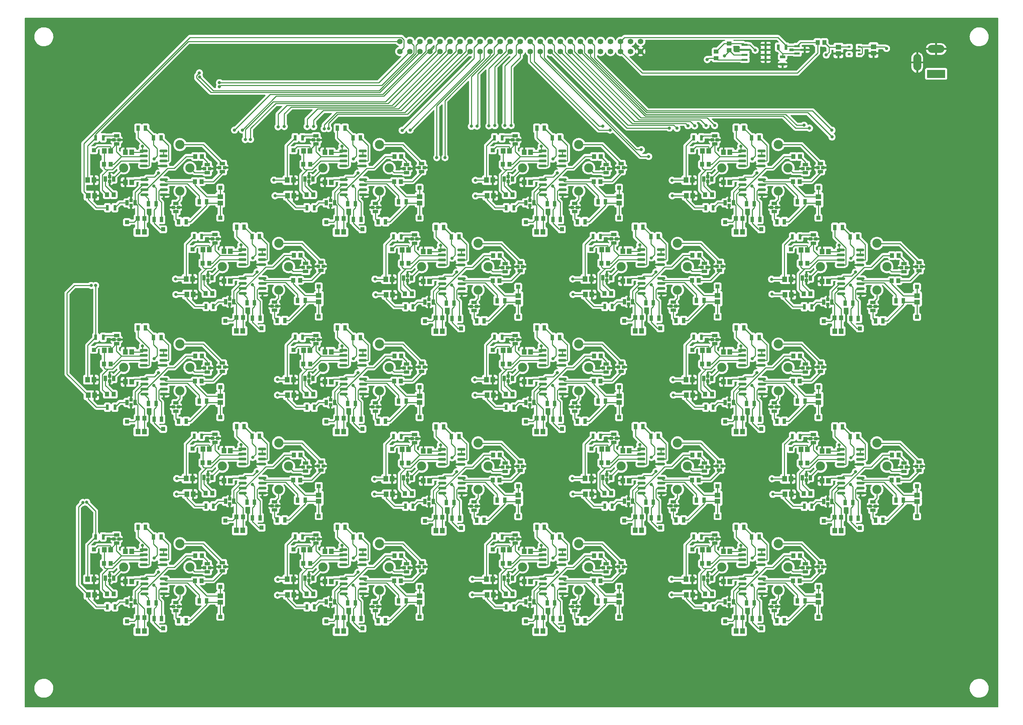
<source format=gbl>
G04 #@! TF.GenerationSoftware,KiCad,Pcbnew,7.0.2*
G04 #@! TF.CreationDate,2023-08-30T10:55:10+01:00*
G04 #@! TF.ProjectId,Air quality project,41697220-7175-4616-9c69-74792070726f,rev?*
G04 #@! TF.SameCoordinates,Original*
G04 #@! TF.FileFunction,Copper,L2,Bot*
G04 #@! TF.FilePolarity,Positive*
%FSLAX45Y45*%
G04 Gerber Fmt 4.5, Leading zero omitted, Abs format (unit mm)*
G04 Created by KiCad (PCBNEW 7.0.2) date 2023-08-30 10:55:10*
%MOMM*%
%LPD*%
G01*
G04 APERTURE LIST*
G04 Aperture macros list*
%AMRoundRect*
0 Rectangle with rounded corners*
0 $1 Rounding radius*
0 $2 $3 $4 $5 $6 $7 $8 $9 X,Y pos of 4 corners*
0 Add a 4 corners polygon primitive as box body*
4,1,4,$2,$3,$4,$5,$6,$7,$8,$9,$2,$3,0*
0 Add four circle primitives for the rounded corners*
1,1,$1+$1,$2,$3*
1,1,$1+$1,$4,$5*
1,1,$1+$1,$6,$7*
1,1,$1+$1,$8,$9*
0 Add four rect primitives between the rounded corners*
20,1,$1+$1,$2,$3,$4,$5,0*
20,1,$1+$1,$4,$5,$6,$7,0*
20,1,$1+$1,$6,$7,$8,$9,0*
20,1,$1+$1,$8,$9,$2,$3,0*%
G04 Aperture macros list end*
G04 #@! TA.AperFunction,ComponentPad*
%ADD10C,2.311400*%
G04 #@! TD*
G04 #@! TA.AperFunction,ComponentPad*
%ADD11R,4.600000X2.000000*%
G04 #@! TD*
G04 #@! TA.AperFunction,ComponentPad*
%ADD12O,4.200000X2.000000*%
G04 #@! TD*
G04 #@! TA.AperFunction,ComponentPad*
%ADD13O,2.000000X4.200000*%
G04 #@! TD*
G04 #@! TA.AperFunction,ComponentPad*
%ADD14C,1.397000*%
G04 #@! TD*
G04 #@! TA.AperFunction,SMDPad,CuDef*
%ADD15R,1.005599X1.199998*%
G04 #@! TD*
G04 #@! TA.AperFunction,SMDPad,CuDef*
%ADD16R,0.800001X0.549999*%
G04 #@! TD*
G04 #@! TA.AperFunction,SMDPad,CuDef*
%ADD17R,0.863600X1.346200*%
G04 #@! TD*
G04 #@! TA.AperFunction,SMDPad,CuDef*
%ADD18R,0.812800X0.812800*%
G04 #@! TD*
G04 #@! TA.AperFunction,SMDPad,CuDef*
%ADD19R,1.000000X1.000000*%
G04 #@! TD*
G04 #@! TA.AperFunction,SMDPad,CuDef*
%ADD20R,0.914400X1.397000*%
G04 #@! TD*
G04 #@! TA.AperFunction,SMDPad,CuDef*
%ADD21RoundRect,0.150000X0.825000X0.150000X-0.825000X0.150000X-0.825000X-0.150000X0.825000X-0.150000X0*%
G04 #@! TD*
G04 #@! TA.AperFunction,SMDPad,CuDef*
%ADD22R,1.305598X1.449997*%
G04 #@! TD*
G04 #@! TA.AperFunction,SMDPad,CuDef*
%ADD23R,1.346200X0.863600*%
G04 #@! TD*
G04 #@! TA.AperFunction,SMDPad,CuDef*
%ADD24R,0.711200X1.397000*%
G04 #@! TD*
G04 #@! TA.AperFunction,SMDPad,CuDef*
%ADD25R,1.449997X1.305598*%
G04 #@! TD*
G04 #@! TA.AperFunction,SMDPad,CuDef*
%ADD26R,1.549400X0.558800*%
G04 #@! TD*
G04 #@! TA.AperFunction,SMDPad,CuDef*
%ADD27R,1.199998X1.005599*%
G04 #@! TD*
G04 #@! TA.AperFunction,SMDPad,CuDef*
%ADD28R,1.397000X0.711200*%
G04 #@! TD*
G04 #@! TA.AperFunction,SMDPad,CuDef*
%ADD29R,1.320800X0.558800*%
G04 #@! TD*
G04 #@! TA.AperFunction,SMDPad,CuDef*
%ADD30R,1.587500X0.558800*%
G04 #@! TD*
G04 #@! TA.AperFunction,ViaPad*
%ADD31C,0.800000*%
G04 #@! TD*
G04 #@! TA.AperFunction,Conductor*
%ADD32C,0.250000*%
G04 #@! TD*
G04 APERTURE END LIST*
D10*
G04 #@! TO.P,P17,1,REF*
G04 #@! TO.N,Net-(P17-REF)*
X21078000Y-11440000D03*
G04 #@! TO.P,P17,2,SEN*
G04 #@! TO.N,Net-(P17-SEN)*
X21330000Y-10850000D03*
G04 #@! TO.P,P17,3,CNT*
G04 #@! TO.N,Net-(P17-CNT)*
X21078000Y-10260000D03*
G04 #@! TO.P,P17,4,AUX*
G04 #@! TO.N,Net-(P17-AUX)*
X19650000Y-10850000D03*
G04 #@! TD*
G04 #@! TO.P,P13,1,REF*
G04 #@! TO.N,Net-(P13-REF)*
X16028000Y-16490000D03*
G04 #@! TO.P,P13,2,SEN*
G04 #@! TO.N,Net-(P13-SEN)*
X16280000Y-15900000D03*
G04 #@! TO.P,P13,3,CNT*
G04 #@! TO.N,Net-(P13-CNT)*
X16028000Y-15310000D03*
G04 #@! TO.P,P13,4,AUX*
G04 #@! TO.N,Net-(P13-AUX)*
X14600000Y-15900000D03*
G04 #@! TD*
G04 #@! TO.P,P12,1,REF*
G04 #@! TO.N,Net-(P12-REF)*
X16028000Y-11440000D03*
G04 #@! TO.P,P12,2,SEN*
G04 #@! TO.N,Net-(P12-SEN)*
X16280000Y-10850000D03*
G04 #@! TO.P,P12,3,CNT*
G04 #@! TO.N,Net-(P12-CNT)*
X16028000Y-10260000D03*
G04 #@! TO.P,P12,4,AUX*
G04 #@! TO.N,Net-(P12-AUX)*
X14600000Y-10850000D03*
G04 #@! TD*
G04 #@! TO.P,P14,1,REF*
G04 #@! TO.N,Net-(P14-REF)*
X18528000Y-8890000D03*
G04 #@! TO.P,P14,2,SEN*
G04 #@! TO.N,Net-(P14-SEN)*
X18780000Y-8300000D03*
G04 #@! TO.P,P14,3,CNT*
G04 #@! TO.N,Net-(P14-CNT)*
X18528000Y-7710000D03*
G04 #@! TO.P,P14,4,AUX*
G04 #@! TO.N,Net-(P14-AUX)*
X17100000Y-8300000D03*
G04 #@! TD*
G04 #@! TO.P,P7,1,REF*
G04 #@! TO.N,Net-(P7-REF)*
X10978000Y-11440000D03*
G04 #@! TO.P,P7,2,SEN*
G04 #@! TO.N,Net-(P7-SEN)*
X11230000Y-10850000D03*
G04 #@! TO.P,P7,3,CNT*
G04 #@! TO.N,Net-(P7-CNT)*
X10978000Y-10260000D03*
G04 #@! TO.P,P7,4,AUX*
G04 #@! TO.N,Net-(P7-AUX)*
X9550000Y-10850000D03*
G04 #@! TD*
G04 #@! TO.P,P16,1,REF*
G04 #@! TO.N,Net-(P16-REF)*
X21078000Y-6390000D03*
G04 #@! TO.P,P16,2,SEN*
G04 #@! TO.N,Net-(P16-SEN)*
X21330000Y-5800000D03*
G04 #@! TO.P,P16,3,CNT*
G04 #@! TO.N,Net-(P16-CNT)*
X21078000Y-5210000D03*
G04 #@! TO.P,P16,4,AUX*
G04 #@! TO.N,Net-(P16-AUX)*
X19650000Y-5800000D03*
G04 #@! TD*
D11*
G04 #@! TO.P,J1,1,1*
G04 #@! TO.N,/LabJack_Connector/PWR*
X25080000Y-3421000D03*
D12*
G04 #@! TO.P,J1,2,2*
G04 #@! TO.N,GND*
X25080000Y-2791000D03*
D13*
G04 #@! TO.P,J1,3,3*
X24600000Y-3131000D03*
G04 #@! TD*
D10*
G04 #@! TO.P,P15,1,REF*
G04 #@! TO.N,Net-(P15-REF)*
X18528000Y-13940000D03*
G04 #@! TO.P,P15,2,SEN*
G04 #@! TO.N,Net-(P15-SEN)*
X18780000Y-13350000D03*
G04 #@! TO.P,P15,3,CNT*
G04 #@! TO.N,Net-(P15-CNT)*
X18528000Y-12760000D03*
G04 #@! TO.P,P15,4,AUX*
G04 #@! TO.N,Net-(P15-AUX)*
X17100000Y-13350000D03*
G04 #@! TD*
G04 #@! TO.P,P8,1,REF*
G04 #@! TO.N,Net-(P8-REF)*
X10978000Y-16490000D03*
G04 #@! TO.P,P8,2,SEN*
G04 #@! TO.N,Net-(P8-SEN)*
X11230000Y-15900000D03*
G04 #@! TO.P,P8,3,CNT*
G04 #@! TO.N,Net-(P8-CNT)*
X10978000Y-15310000D03*
G04 #@! TO.P,P8,4,AUX*
G04 #@! TO.N,Net-(P8-AUX)*
X9550000Y-15900000D03*
G04 #@! TD*
G04 #@! TO.P,P19,4,AUX*
G04 #@! TO.N,Net-(P19-AUX)*
X22150000Y-8300000D03*
G04 #@! TO.P,P19,3,CNT*
G04 #@! TO.N,Net-(P19-CNT)*
X23578000Y-7710000D03*
G04 #@! TO.P,P19,2,SEN*
G04 #@! TO.N,Net-(P19-SEN)*
X23830000Y-8300000D03*
G04 #@! TO.P,P19,1,REF*
G04 #@! TO.N,Net-(P19-REF)*
X23578000Y-8890000D03*
G04 #@! TD*
G04 #@! TO.P,P5,1,REF*
G04 #@! TO.N,Net-(P5-REF)*
X8428000Y-13940000D03*
G04 #@! TO.P,P5,2,SEN*
G04 #@! TO.N,Net-(P5-SEN)*
X8680000Y-13350000D03*
G04 #@! TO.P,P5,3,CNT*
G04 #@! TO.N,Net-(P5-CNT)*
X8428000Y-12760000D03*
G04 #@! TO.P,P5,4,AUX*
G04 #@! TO.N,Net-(P5-AUX)*
X7000000Y-13350000D03*
G04 #@! TD*
G04 #@! TO.P,P10,1,REF*
G04 #@! TO.N,Net-(P10-REF)*
X13478000Y-13940000D03*
G04 #@! TO.P,P10,2,SEN*
G04 #@! TO.N,Net-(P10-SEN)*
X13730000Y-13350000D03*
G04 #@! TO.P,P10,3,CNT*
G04 #@! TO.N,Net-(P10-CNT)*
X13478000Y-12760000D03*
G04 #@! TO.P,P10,4,AUX*
G04 #@! TO.N,Net-(P10-AUX)*
X12050000Y-13350000D03*
G04 #@! TD*
G04 #@! TO.P,P3,1,REF*
G04 #@! TO.N,Net-(P3-REF)*
X5928000Y-16490000D03*
G04 #@! TO.P,P3,2,SEN*
G04 #@! TO.N,Net-(P3-SEN)*
X6180000Y-15900000D03*
G04 #@! TO.P,P3,3,CNT*
G04 #@! TO.N,Net-(P3-CNT)*
X5928000Y-15310000D03*
G04 #@! TO.P,P3,4,AUX*
G04 #@! TO.N,Net-(P3-AUX)*
X4500000Y-15900000D03*
G04 #@! TD*
G04 #@! TO.P,P11,1,REF*
G04 #@! TO.N,Net-(P11-REF)*
X16028000Y-6390000D03*
G04 #@! TO.P,P11,2,SEN*
G04 #@! TO.N,Net-(P11-SEN)*
X16280000Y-5800000D03*
G04 #@! TO.P,P11,3,CNT*
G04 #@! TO.N,Net-(P11-CNT)*
X16028000Y-5210000D03*
G04 #@! TO.P,P11,4,AUX*
G04 #@! TO.N,Net-(P11-AUX)*
X14600000Y-5800000D03*
G04 #@! TD*
G04 #@! TO.P,P18,1,REF*
G04 #@! TO.N,Net-(P18-REF)*
X21078000Y-16490000D03*
G04 #@! TO.P,P18,2,SEN*
G04 #@! TO.N,Net-(P18-SEN)*
X21330000Y-15900000D03*
G04 #@! TO.P,P18,3,CNT*
G04 #@! TO.N,Net-(P18-CNT)*
X21078000Y-15310000D03*
G04 #@! TO.P,P18,4,AUX*
G04 #@! TO.N,Net-(P18-AUX)*
X19650000Y-15900000D03*
G04 #@! TD*
G04 #@! TO.P,P1,1,REF*
G04 #@! TO.N,Net-(P1-REF)*
X5928000Y-6390000D03*
G04 #@! TO.P,P1,2,SEN*
G04 #@! TO.N,Net-(P1-SEN)*
X6180000Y-5800000D03*
G04 #@! TO.P,P1,3,CNT*
G04 #@! TO.N,Net-(P1-CNT)*
X5928000Y-5210000D03*
G04 #@! TO.P,P1,4,AUX*
G04 #@! TO.N,Net-(P1-AUX)*
X4500000Y-5800000D03*
G04 #@! TD*
G04 #@! TO.P,P2,1,REF*
G04 #@! TO.N,Net-(P2-REF)*
X5928000Y-11440000D03*
G04 #@! TO.P,P2,2,SEN*
G04 #@! TO.N,Net-(P2-SEN)*
X6180000Y-10850000D03*
G04 #@! TO.P,P2,3,CNT*
G04 #@! TO.N,Net-(P2-CNT)*
X5928000Y-10260000D03*
G04 #@! TO.P,P2,4,AUX*
G04 #@! TO.N,Net-(P2-AUX)*
X4500000Y-10850000D03*
G04 #@! TD*
D14*
G04 #@! TO.P,J2,1,1*
G04 #@! TO.N,GND*
X17596000Y-2854000D03*
G04 #@! TO.P,J2,2,2*
G04 #@! TO.N,/LabJack_Connector/PWR*
X17596000Y-2600000D03*
G04 #@! TO.P,J2,3,3*
G04 #@! TO.N,unconnected-(J2-Pad3)*
X17342000Y-2854000D03*
G04 #@! TO.P,J2,4,4*
G04 #@! TO.N,unconnected-(J2-Pad4)*
X17342000Y-2600000D03*
G04 #@! TO.P,J2,5,5*
G04 #@! TO.N,/LabJack_Connector/VREG*
X17088000Y-2854000D03*
G04 #@! TO.P,J2,6,6*
X17088000Y-2600000D03*
G04 #@! TO.P,J2,7,7*
G04 #@! TO.N,unconnected-(J2-Pad7)*
X16834000Y-2854000D03*
G04 #@! TO.P,J2,8,8*
G04 #@! TO.N,/EEPROM/CLK*
X16834000Y-2600000D03*
G04 #@! TO.P,J2,9,9*
G04 #@! TO.N,unconnected-(J2-Pad9)*
X16580000Y-2854000D03*
G04 #@! TO.P,J2,10,10*
G04 #@! TO.N,/EEPROM/DAT*
X16580000Y-2600000D03*
G04 #@! TO.P,J2,11,11*
G04 #@! TO.N,/LabJack_Connector/SEN20*
X16326000Y-2854000D03*
G04 #@! TO.P,J2,12,12*
G04 #@! TO.N,/LabJack_Connector/AUX20*
X16326000Y-2600000D03*
G04 #@! TO.P,J2,13,13*
G04 #@! TO.N,/LabJack_Connector/SEN19*
X16072000Y-2854000D03*
G04 #@! TO.P,J2,14,14*
G04 #@! TO.N,/LabJack_Connector/AUX19*
X16072000Y-2600000D03*
G04 #@! TO.P,J2,15,15*
G04 #@! TO.N,/LabJack_Connector/SEN18*
X15818000Y-2854000D03*
G04 #@! TO.P,J2,16,16*
G04 #@! TO.N,/LabJack_Connector/AUX18*
X15818000Y-2600000D03*
G04 #@! TO.P,J2,17,17*
G04 #@! TO.N,/LabJack_Connector/SEN17*
X15564000Y-2854000D03*
G04 #@! TO.P,J2,18,18*
G04 #@! TO.N,/LabJack_Connector/AUX17*
X15564000Y-2600000D03*
G04 #@! TO.P,J2,19,19*
G04 #@! TO.N,/LabJack_Connector/SEN16*
X15310000Y-2854000D03*
G04 #@! TO.P,J2,20,20*
G04 #@! TO.N,/LabJack_Connector/AUX16*
X15310000Y-2600000D03*
G04 #@! TO.P,J2,21,21*
G04 #@! TO.N,/LabJack_Connector/SEN15*
X15056000Y-2854000D03*
G04 #@! TO.P,J2,22,22*
G04 #@! TO.N,/LabJack_Connector/AUX15*
X15056000Y-2600000D03*
G04 #@! TO.P,J2,23,23*
G04 #@! TO.N,/LabJack_Connector/SEN14*
X14802000Y-2854000D03*
G04 #@! TO.P,J2,24,24*
G04 #@! TO.N,/LabJack_Connector/AUX14*
X14802000Y-2600000D03*
G04 #@! TO.P,J2,25,25*
G04 #@! TO.N,/LabJack_Connector/SEN13*
X14548000Y-2854000D03*
G04 #@! TO.P,J2,26,26*
G04 #@! TO.N,/LabJack_Connector/AUX13*
X14548000Y-2600000D03*
G04 #@! TO.P,J2,27,27*
G04 #@! TO.N,/LabJack_Connector/SEN12*
X14294000Y-2854000D03*
G04 #@! TO.P,J2,28,28*
G04 #@! TO.N,/LabJack_Connector/AUX12*
X14294000Y-2600000D03*
G04 #@! TO.P,J2,29,29*
G04 #@! TO.N,/LabJack_Connector/SEN11*
X14040000Y-2854000D03*
G04 #@! TO.P,J2,30,30*
G04 #@! TO.N,/LabJack_Connector/AUX11*
X14040000Y-2600000D03*
G04 #@! TO.P,J2,31,31*
G04 #@! TO.N,/LabJack_Connector/SEN10*
X13786000Y-2854000D03*
G04 #@! TO.P,J2,32,32*
G04 #@! TO.N,/LabJack_Connector/AUX10*
X13786000Y-2600000D03*
G04 #@! TO.P,J2,33,33*
G04 #@! TO.N,/LabJack_Connector/SEN9*
X13532000Y-2854000D03*
G04 #@! TO.P,J2,34,34*
G04 #@! TO.N,/LabJack_Connector/AUX9*
X13532000Y-2600000D03*
G04 #@! TO.P,J2,35,35*
G04 #@! TO.N,/LabJack_Connector/SEN8*
X13278000Y-2854000D03*
G04 #@! TO.P,J2,36,36*
G04 #@! TO.N,/LabJack_Connector/AUX8*
X13278000Y-2600000D03*
G04 #@! TO.P,J2,37,37*
G04 #@! TO.N,/LabJack_Connector/SEN7*
X13024000Y-2854000D03*
G04 #@! TO.P,J2,38,38*
G04 #@! TO.N,/LabJack_Connector/AUX7*
X13024000Y-2600000D03*
G04 #@! TO.P,J2,39,39*
G04 #@! TO.N,/LabJack_Connector/SEN6*
X12770000Y-2854000D03*
G04 #@! TO.P,J2,40,40*
G04 #@! TO.N,/LabJack_Connector/AUX6*
X12770000Y-2600000D03*
G04 #@! TO.P,J2,41,41*
G04 #@! TO.N,/LabJack_Connector/SEN5*
X12516000Y-2854000D03*
G04 #@! TO.P,J2,42,42*
G04 #@! TO.N,/LabJack_Connector/AUX5*
X12516000Y-2600000D03*
G04 #@! TO.P,J2,43,43*
G04 #@! TO.N,/LabJack_Connector/SEN4*
X12262000Y-2854000D03*
G04 #@! TO.P,J2,44,44*
G04 #@! TO.N,/LabJack_Connector/AUX4*
X12262000Y-2600000D03*
G04 #@! TO.P,J2,45,45*
G04 #@! TO.N,/LabJack_Connector/SEN3*
X12008000Y-2854000D03*
G04 #@! TO.P,J2,46,46*
G04 #@! TO.N,/LabJack_Connector/AUX3*
X12008000Y-2600000D03*
G04 #@! TO.P,J2,47,47*
G04 #@! TO.N,/LabJack_Connector/SEN2*
X11754000Y-2854000D03*
G04 #@! TO.P,J2,48,48*
G04 #@! TO.N,/LabJack_Connector/AUX2*
X11754000Y-2600000D03*
G04 #@! TO.P,J2,49,49*
G04 #@! TO.N,/LabJack_Connector/SEN1*
X11500000Y-2854000D03*
G04 #@! TO.P,J2,50,50*
G04 #@! TO.N,/LabJack_Connector/AUX1*
X11500000Y-2600000D03*
G04 #@! TD*
D10*
G04 #@! TO.P,P6,1,REF*
G04 #@! TO.N,Net-(P6-REF)*
X10978000Y-6390000D03*
G04 #@! TO.P,P6,2,SEN*
G04 #@! TO.N,Net-(P6-SEN)*
X11230000Y-5800000D03*
G04 #@! TO.P,P6,3,CNT*
G04 #@! TO.N,Net-(P6-CNT)*
X10978000Y-5210000D03*
G04 #@! TO.P,P6,4,AUX*
G04 #@! TO.N,Net-(P6-AUX)*
X9550000Y-5800000D03*
G04 #@! TD*
G04 #@! TO.P,P9,1,REF*
G04 #@! TO.N,Net-(P9-REF)*
X13478000Y-8890000D03*
G04 #@! TO.P,P9,2,SEN*
G04 #@! TO.N,Net-(P9-SEN)*
X13730000Y-8300000D03*
G04 #@! TO.P,P9,3,CNT*
G04 #@! TO.N,Net-(P9-CNT)*
X13478000Y-7710000D03*
G04 #@! TO.P,P9,4,AUX*
G04 #@! TO.N,Net-(P9-AUX)*
X12050000Y-8300000D03*
G04 #@! TD*
G04 #@! TO.P,P20,1,REF*
G04 #@! TO.N,Net-(P20-REF)*
X23578000Y-13940000D03*
G04 #@! TO.P,P20,2,SEN*
G04 #@! TO.N,Net-(P20-SEN)*
X23830000Y-13350000D03*
G04 #@! TO.P,P20,3,CNT*
G04 #@! TO.N,Net-(P20-CNT)*
X23578000Y-12760000D03*
G04 #@! TO.P,P20,4,AUX*
G04 #@! TO.N,Net-(P20-AUX)*
X22150000Y-13350000D03*
G04 #@! TD*
G04 #@! TO.P,P4,1,REF*
G04 #@! TO.N,Net-(P4-REF)*
X8428000Y-8890000D03*
G04 #@! TO.P,P4,2,SEN*
G04 #@! TO.N,Net-(P4-SEN)*
X8680000Y-8300000D03*
G04 #@! TO.P,P4,3,CNT*
G04 #@! TO.N,Net-(P4-CNT)*
X8428000Y-7710000D03*
G04 #@! TO.P,P4,4,AUX*
G04 #@! TO.N,Net-(P4-AUX)*
X7000000Y-8300000D03*
G04 #@! TD*
D15*
G04 #@! TO.P,R13_8,1*
G04 #@! TO.N,Net-(C5_1-Pad1)*
X9223560Y-15812000D03*
G04 #@! TO.P,R13_8,2*
G04 #@! TO.N,Net-(U3_1B--)*
X9053000Y-15812000D03*
G04 #@! TD*
D16*
G04 #@! TO.P,U1,1,VIN*
G04 #@! TO.N,/LabJack_Connector/PWR*
X23132000Y-2735720D03*
G04 #@! TO.P,U1,2,GND*
G04 #@! TO.N,GND*
X23132000Y-2830720D03*
G04 #@! TO.P,U1,3,EN*
G04 #@! TO.N,/LabJack_Connector/PWR*
X23132000Y-2925720D03*
G04 #@! TO.P,U1,4,N_C*
G04 #@! TO.N,unconnected-(U1-N_C-Pad4)*
X22877000Y-2925720D03*
G04 #@! TO.P,U1,5,VOUT*
G04 #@! TO.N,/EEPROM/4.5V*
X22877000Y-2735720D03*
G04 #@! TD*
D17*
G04 #@! TO.P,U9_14,1,1*
G04 #@! TO.N,Net-(P1-AUX)*
X16842340Y-8581995D03*
G04 #@! TO.P,U9_14,2,2*
G04 #@! TO.N,Net-(R6_1-Pad2)*
X16636599Y-8581995D03*
D18*
G04 #@! TO.P,U9_14,3,3*
G04 #@! TO.N,GND*
X16739469Y-8519765D03*
G04 #@! TO.P,U9_14,4,4*
X16739469Y-8644225D03*
G04 #@! TD*
D19*
G04 #@! TO.P,TP1_19,1,1*
G04 #@! TO.N,Net-(C4_1-Pad2)*
X24594969Y-8806700D03*
G04 #@! TD*
D20*
G04 #@! TO.P,R11_10,1*
G04 #@! TO.N,/LabJack_Connector/VREG*
X12604469Y-12355500D03*
G04 #@! TO.P,R11_10,2*
G04 #@! TO.N,Net-(U3_1B-+)*
X12413969Y-12355500D03*
G04 #@! TD*
D21*
G04 #@! TO.P,U3_8,1*
G04 #@! TO.N,Net-(U3_1A--)*
X10560000Y-15467000D03*
G04 #@! TO.P,U3_8,2,-*
X10560000Y-15594000D03*
G04 #@! TO.P,U3_8,3,+*
G04 #@! TO.N,Net-(U3_1A-+)*
X10560000Y-15721000D03*
G04 #@! TO.P,U3_8,4,V-*
G04 #@! TO.N,GND*
X10560000Y-15848000D03*
G04 #@! TO.P,U3_8,5,+*
G04 #@! TO.N,Net-(U3_1B-+)*
X10065000Y-15848000D03*
G04 #@! TO.P,U3_8,6,-*
G04 #@! TO.N,Net-(U3_1B--)*
X10065000Y-15721000D03*
G04 #@! TO.P,U3_8,7*
G04 #@! TO.N,Net-(C5_1-Pad1)*
X10065000Y-15594000D03*
G04 #@! TO.P,U3_8,8,V+*
G04 #@! TO.N,/EEPROM/4.5V*
X10065000Y-15467000D03*
G04 #@! TD*
D22*
G04 #@! TO.P,C7_13,1*
G04 #@! TO.N,/LabJack_Connector/AUX13*
X13691440Y-16211000D03*
G04 #@! TO.P,C7_13,2*
G04 #@! TO.N,GND*
X13852000Y-16211000D03*
G04 #@! TD*
D17*
G04 #@! TO.P,U10_11,1,1*
G04 #@! TO.N,Net-(C6_1-Pad1)*
X14892870Y-6686230D03*
G04 #@! TO.P,U10_11,2,2*
G04 #@! TO.N,Net-(R16_1-Pad2)*
X14687130Y-6686230D03*
D18*
G04 #@! TO.P,U10_11,3,3*
G04 #@! TO.N,GND*
X14790000Y-6624000D03*
G04 #@! TO.P,U10_11,4,4*
X14790000Y-6748460D03*
G04 #@! TD*
D19*
G04 #@! TO.P,TP2_9,1,1*
G04 #@! TO.N,/LabJack_Connector/VREG*
X13046969Y-9863500D03*
G04 #@! TD*
D23*
G04 #@! TO.P,U8_4,1,1*
G04 #@! TO.N,Net-(P1-SEN)*
X9113240Y-8421635D03*
G04 #@! TO.P,U8_4,2,2*
G04 #@! TO.N,Net-(R5_1-Pad2)*
X9113240Y-8215895D03*
D18*
G04 #@! TO.P,U8_4,3,3*
G04 #@! TO.N,GND*
X9175470Y-8318765D03*
G04 #@! TO.P,U8_4,4,4*
X9051010Y-8318765D03*
G04 #@! TD*
D19*
G04 #@! TO.P,TP5_19,1,1*
G04 #@! TO.N,Net-(C4_1-Pad1)*
X24594969Y-9568700D03*
G04 #@! TD*
G04 #@! TO.P,TP3_16,1,1*
G04 #@! TO.N,Net-(C6_1-Pad1)*
X19735000Y-7173000D03*
G04 #@! TD*
D20*
G04 #@! TO.P,R9_19,1*
G04 #@! TO.N,/LabJack_Connector/VREG*
X22917969Y-9614500D03*
G04 #@! TO.P,R9_19,2*
G04 #@! TO.N,Net-(U4_1A-+)*
X23108469Y-9614500D03*
G04 #@! TD*
D22*
G04 #@! TO.P,C7_9,1*
G04 #@! TO.N,/LabJack_Connector/AUX9*
X11138410Y-8618500D03*
G04 #@! TO.P,C7_9,2*
G04 #@! TO.N,GND*
X11298969Y-8618500D03*
G04 #@! TD*
D20*
G04 #@! TO.P,R10_20,1*
G04 #@! TO.N,/LabJack_Connector/VREG*
X22904469Y-12598500D03*
G04 #@! TO.P,R10_20,2*
G04 #@! TO.N,Net-(U3_1A-+)*
X23094969Y-12598500D03*
G04 #@! TD*
D19*
G04 #@! TO.P,TP5_1,1,1*
G04 #@! TO.N,Net-(C4_1-Pad1)*
X6948000Y-7061200D03*
G04 #@! TD*
G04 #@! TO.P,TP2_15,1,1*
G04 #@! TO.N,/LabJack_Connector/VREG*
X18095470Y-14906765D03*
G04 #@! TD*
D15*
G04 #@! TO.P,R4_17,1*
G04 #@! TO.N,Net-(C4_1-Pad2)*
X21454000Y-11197000D03*
G04 #@! TO.P,R4_17,2*
G04 #@! TO.N,Net-(R4_1-Pad2)*
X21624560Y-11197000D03*
G04 #@! TD*
D19*
G04 #@! TO.P,TP3_5,1,1*
G04 #@! TO.N,Net-(C6_1-Pad1)*
X7080469Y-14723765D03*
G04 #@! TD*
D20*
G04 #@! TO.P,R10_18,1*
G04 #@! TO.N,/LabJack_Connector/VREG*
X20407500Y-15141000D03*
G04 #@! TO.P,R10_18,2*
G04 #@! TO.N,Net-(U3_1A-+)*
X20598000Y-15141000D03*
G04 #@! TD*
D15*
G04 #@! TO.P,R4_8,1*
G04 #@! TO.N,Net-(C4_1-Pad2)*
X11354000Y-16247000D03*
G04 #@! TO.P,R4_8,2*
G04 #@! TO.N,Net-(R4_1-Pad2)*
X11524560Y-16247000D03*
G04 #@! TD*
D19*
G04 #@! TO.P,TP3_14,1,1*
G04 #@! TO.N,Net-(C6_1-Pad1)*
X17180470Y-9673765D03*
G04 #@! TD*
D17*
G04 #@! TO.P,U10_3,1,1*
G04 #@! TO.N,Net-(C6_3-Pad1)*
X4792870Y-16786230D03*
G04 #@! TO.P,U10_3,2,2*
G04 #@! TO.N,Net-(R16_3-Pad2)*
X4587130Y-16786230D03*
D18*
G04 #@! TO.P,U10_3,3,3*
G04 #@! TO.N,GND*
X4690000Y-16724000D03*
G04 #@! TO.P,U10_3,4,4*
X4690000Y-16848460D03*
G04 #@! TD*
D20*
G04 #@! TO.P,R9_14,1*
G04 #@! TO.N,/LabJack_Connector/VREG*
X17866470Y-9607765D03*
G04 #@! TO.P,R9_14,2*
G04 #@! TO.N,Net-(U4_1A-+)*
X18056970Y-9607765D03*
G04 #@! TD*
D15*
G04 #@! TO.P,R4_18,1*
G04 #@! TO.N,Net-(C4_1-Pad2)*
X21454000Y-16247000D03*
G04 #@! TO.P,R4_18,2*
G04 #@! TO.N,Net-(R4_1-Pad2)*
X21624560Y-16247000D03*
G04 #@! TD*
D23*
G04 #@! TO.P,U6_16,1,1*
G04 #@! TO.N,Net-(P16-CNT)*
X22149000Y-5690260D03*
G04 #@! TO.P,U6_16,2,2*
G04 #@! TO.N,Net-(R4_1-Pad2)*
X22149000Y-5896000D03*
D18*
G04 #@! TO.P,U6_16,3,3*
G04 #@! TO.N,GND*
X22086770Y-5793130D03*
G04 #@! TO.P,U6_16,4,4*
X22211230Y-5793130D03*
G04 #@! TD*
D22*
G04 #@! TO.P,C9_18,1*
G04 #@! TO.N,/EEPROM/4.5V*
X19857000Y-16264000D03*
G04 #@! TO.P,C9_18,2*
G04 #@! TO.N,GND*
X19696440Y-16264000D03*
G04 #@! TD*
D23*
G04 #@! TO.P,U8_9,1,1*
G04 #@! TO.N,Net-(P1-SEN)*
X14164739Y-8428370D03*
G04 #@! TO.P,U8_9,2,2*
G04 #@! TO.N,Net-(R5_1-Pad2)*
X14164739Y-8222630D03*
D18*
G04 #@! TO.P,U8_9,3,3*
G04 #@! TO.N,GND*
X14226969Y-8325500D03*
G04 #@! TO.P,U8_9,4,4*
X14102509Y-8325500D03*
G04 #@! TD*
D24*
G04 #@! TO.P,R16_12,1*
G04 #@! TO.N,/LabJack_Connector/SEN12*
X14190500Y-11857200D03*
G04 #@! TO.P,R16_12,2*
G04 #@! TO.N,Net-(R16_1-Pad2)*
X14381000Y-11857200D03*
G04 #@! TD*
D19*
G04 #@! TO.P,TP1_6,1,1*
G04 #@! TO.N,Net-(C4_1-Pad2)*
X11998000Y-6299200D03*
G04 #@! TD*
D17*
G04 #@! TO.P,U9_12,1,1*
G04 #@! TO.N,Net-(P1-AUX)*
X14346870Y-11131230D03*
G04 #@! TO.P,U9_12,2,2*
G04 #@! TO.N,Net-(R6_1-Pad2)*
X14141130Y-11131230D03*
D18*
G04 #@! TO.P,U9_12,3,3*
G04 #@! TO.N,GND*
X14244000Y-11069000D03*
G04 #@! TO.P,U9_12,4,4*
X14244000Y-11193460D03*
G04 #@! TD*
D19*
G04 #@! TO.P,TP3_20,1,1*
G04 #@! TO.N,Net-(C6_1-Pad1)*
X22231970Y-14730500D03*
G04 #@! TD*
G04 #@! TO.P,TP3_13,1,1*
G04 #@! TO.N,Net-(C6_1-Pad1)*
X14685000Y-17273000D03*
G04 #@! TD*
D24*
G04 #@! TO.P,R16_14,1*
G04 #@! TO.N,/LabJack_Connector/SEN14*
X16685969Y-9307965D03*
G04 #@! TO.P,R16_14,2*
G04 #@! TO.N,Net-(R16_1-Pad2)*
X16876470Y-9307965D03*
G04 #@! TD*
D25*
G04 #@! TO.P,C4_3,1*
G04 #@! TO.N,Net-(C4_3-Pad1)*
X6948000Y-16788560D03*
G04 #@! TO.P,C4_3,2*
G04 #@! TO.N,Net-(C4_3-Pad2)*
X6948000Y-16628000D03*
G04 #@! TD*
D20*
G04 #@! TO.P,R12_5,1*
G04 #@! TO.N,/LabJack_Connector/VREG*
X7815969Y-14262765D03*
G04 #@! TO.P,R12_5,2*
G04 #@! TO.N,Net-(U4_1B-+)*
X7625469Y-14262765D03*
G04 #@! TD*
D23*
G04 #@! TO.P,U6_13,1,1*
G04 #@! TO.N,Net-(P1-CNT)*
X17099000Y-15790260D03*
G04 #@! TO.P,U6_13,2,2*
G04 #@! TO.N,Net-(R4_1-Pad2)*
X17099000Y-15996000D03*
D18*
G04 #@! TO.P,U6_13,3,3*
G04 #@! TO.N,GND*
X17036770Y-15893130D03*
G04 #@! TO.P,U6_13,4,4*
X17161230Y-15893130D03*
G04 #@! TD*
D19*
G04 #@! TO.P,TP1_17,1,1*
G04 #@! TO.N,Net-(C4_1-Pad2)*
X22098000Y-11349200D03*
G04 #@! TD*
D23*
G04 #@! TO.P,U7_11,1,1*
G04 #@! TO.N,Net-(P1-REF)*
X15927230Y-6698000D03*
G04 #@! TO.P,U7_11,2,2*
G04 #@! TO.N,Net-(R7_1-Pad1)*
X15927230Y-6903740D03*
D18*
G04 #@! TO.P,U7_11,3,3*
G04 #@! TO.N,GND*
X15865000Y-6800870D03*
G04 #@! TO.P,U7_11,4,4*
X15989460Y-6800870D03*
G04 #@! TD*
D20*
G04 #@! TO.P,R12_14,1*
G04 #@! TO.N,/LabJack_Connector/VREG*
X17915970Y-9212765D03*
G04 #@! TO.P,R12_14,2*
G04 #@! TO.N,Net-(U4_1B-+)*
X17725470Y-9212765D03*
G04 #@! TD*
D15*
G04 #@! TO.P,R14_18,1*
G04 #@! TO.N,Net-(C6_1-Pad1)*
X20008000Y-17184000D03*
G04 #@! TO.P,R14_18,2*
G04 #@! TO.N,Net-(U4_1B--)*
X20178560Y-17184000D03*
G04 #@! TD*
D22*
G04 #@! TO.P,C9_3,1*
G04 #@! TO.N,/EEPROM/4.5V*
X4707000Y-16264000D03*
G04 #@! TO.P,C9_3,2*
G04 #@! TO.N,GND*
X4546440Y-16264000D03*
G04 #@! TD*
D20*
G04 #@! TO.P,R12_16,1*
G04 #@! TO.N,/LabJack_Connector/VREG*
X20470500Y-6712000D03*
G04 #@! TO.P,R12_16,2*
G04 #@! TO.N,Net-(U4_1B-+)*
X20280000Y-6712000D03*
G04 #@! TD*
G04 #@! TO.P,R12_18,1*
G04 #@! TO.N,/LabJack_Connector/VREG*
X20470500Y-16812000D03*
G04 #@! TO.P,R12_18,2*
G04 #@! TO.N,Net-(U4_1B-+)*
X20280000Y-16812000D03*
G04 #@! TD*
D25*
G04 #@! TO.P,C4_13,1*
G04 #@! TO.N,Net-(C4_1-Pad1)*
X17048000Y-16788560D03*
G04 #@! TO.P,C4_13,2*
G04 #@! TO.N,Net-(C4_1-Pad2)*
X17048000Y-16628000D03*
G04 #@! TD*
D15*
G04 #@! TO.P,R5_7,1*
G04 #@! TO.N,Net-(U4_1B--)*
X11363440Y-10562000D03*
G04 #@! TO.P,R5_7,2*
G04 #@! TO.N,Net-(R5_1-Pad2)*
X11534000Y-10562000D03*
G04 #@! TD*
D24*
G04 #@! TO.P,R15_5,1*
G04 #@! TO.N,/LabJack_Connector/AUX5*
X6288469Y-12590765D03*
G04 #@! TO.P,R15_5,2*
G04 #@! TO.N,Net-(R15_1-Pad2)*
X6478969Y-12590765D03*
G04 #@! TD*
D22*
G04 #@! TO.P,C5_3,1*
G04 #@! TO.N,Net-(C5_3-Pad1)*
X4171560Y-15467000D03*
G04 #@! TO.P,C5_3,2*
G04 #@! TO.N,Net-(U3_3B--)*
X4011000Y-15467000D03*
G04 #@! TD*
D25*
G04 #@! TO.P,C4_15,1*
G04 #@! TO.N,Net-(C4_1-Pad1)*
X19543470Y-14239325D03*
G04 #@! TO.P,C4_15,2*
G04 #@! TO.N,Net-(C4_1-Pad2)*
X19543470Y-14078765D03*
G04 #@! TD*
D22*
G04 #@! TO.P,C5_19,1*
G04 #@! TO.N,Net-(C5_1-Pad1)*
X21818529Y-7874500D03*
G04 #@! TO.P,C5_19,2*
G04 #@! TO.N,Net-(U3_1B--)*
X21657970Y-7874500D03*
G04 #@! TD*
D17*
G04 #@! TO.P,U10_2,1,1*
G04 #@! TO.N,Net-(C6_2-Pad1)*
X4792870Y-11736230D03*
G04 #@! TO.P,U10_2,2,2*
G04 #@! TO.N,Net-(R16_2-Pad2)*
X4587130Y-11736230D03*
D18*
G04 #@! TO.P,U10_2,3,3*
G04 #@! TO.N,GND*
X4690000Y-11674000D03*
G04 #@! TO.P,U10_2,4,4*
X4690000Y-11798460D03*
G04 #@! TD*
D19*
G04 #@! TO.P,TP5_3,1,1*
G04 #@! TO.N,Net-(C4_3-Pad1)*
X6948000Y-17161200D03*
G04 #@! TD*
D20*
G04 #@! TO.P,R9_16,1*
G04 #@! TO.N,/LabJack_Connector/VREG*
X20421000Y-7107000D03*
G04 #@! TO.P,R9_16,2*
G04 #@! TO.N,Net-(U4_1A-+)*
X20611500Y-7107000D03*
G04 #@! TD*
D23*
G04 #@! TO.P,U7_19,1,1*
G04 #@! TO.N,Net-(P1-REF)*
X23474199Y-9205500D03*
G04 #@! TO.P,U7_19,2,2*
G04 #@! TO.N,Net-(R7_1-Pad1)*
X23474199Y-9411240D03*
D18*
G04 #@! TO.P,U7_19,3,3*
G04 #@! TO.N,GND*
X23411969Y-9308370D03*
G04 #@! TO.P,U7_19,4,4*
X23536429Y-9308370D03*
G04 #@! TD*
D24*
G04 #@! TO.P,R15_13,1*
G04 #@! TO.N,/LabJack_Connector/AUX13*
X13893000Y-15140000D03*
G04 #@! TO.P,R15_13,2*
G04 #@! TO.N,Net-(R15_1-Pad2)*
X14083500Y-15140000D03*
G04 #@! TD*
D22*
G04 #@! TO.P,C9_4,1*
G04 #@! TO.N,/EEPROM/4.5V*
X7202469Y-8664765D03*
G04 #@! TO.P,C9_4,2*
G04 #@! TO.N,GND*
X7041910Y-8664765D03*
G04 #@! TD*
D15*
G04 #@! TO.P,R5_6,1*
G04 #@! TO.N,Net-(U4_1B--)*
X11363440Y-5512000D03*
G04 #@! TO.P,R5_6,2*
G04 #@! TO.N,Net-(R5_1-Pad2)*
X11534000Y-5512000D03*
G04 #@! TD*
D19*
G04 #@! TO.P,TP2_1,1,1*
G04 #@! TO.N,/LabJack_Connector/VREG*
X5500000Y-7356000D03*
G04 #@! TD*
D22*
G04 #@! TO.P,C6_6,1*
G04 #@! TO.N,Net-(C6_1-Pad1)*
X9913440Y-7423000D03*
G04 #@! TO.P,C6_6,2*
G04 #@! TO.N,Net-(U4_1B--)*
X10074000Y-7423000D03*
G04 #@! TD*
D15*
G04 #@! TO.P,R6_10,1*
G04 #@! TO.N,Net-(U3_1B--)*
X11627410Y-14037500D03*
G04 #@! TO.P,R6_10,2*
G04 #@! TO.N,Net-(R6_1-Pad2)*
X11797969Y-14037500D03*
G04 #@! TD*
G04 #@! TO.P,R5_18,1*
G04 #@! TO.N,Net-(U4_1B--)*
X21463440Y-15612000D03*
G04 #@! TO.P,R5_18,2*
G04 #@! TO.N,Net-(R5_1-Pad2)*
X21634000Y-15612000D03*
G04 #@! TD*
D20*
G04 #@! TO.P,R12_17,1*
G04 #@! TO.N,/LabJack_Connector/VREG*
X20470500Y-11762000D03*
G04 #@! TO.P,R12_17,2*
G04 #@! TO.N,Net-(U4_1B-+)*
X20280000Y-11762000D03*
G04 #@! TD*
D23*
G04 #@! TO.P,U8_16,1,1*
G04 #@! TO.N,Net-(P1-SEN)*
X21767770Y-5920870D03*
G04 #@! TO.P,U8_16,2,2*
G04 #@! TO.N,Net-(R5_1-Pad2)*
X21767770Y-5715130D03*
D18*
G04 #@! TO.P,U8_16,3,3*
G04 #@! TO.N,GND*
X21830000Y-5818000D03*
G04 #@! TO.P,U8_16,4,4*
X21705540Y-5818000D03*
G04 #@! TD*
D22*
G04 #@! TO.P,C8_14,1*
G04 #@! TO.N,/LabJack_Connector/SEN14*
X16199910Y-9004765D03*
G04 #@! TO.P,C8_14,2*
G04 #@! TO.N,GND*
X16360469Y-9004765D03*
G04 #@! TD*
D15*
G04 #@! TO.P,R14_6,1*
G04 #@! TO.N,Net-(C6_1-Pad1)*
X9908000Y-7084000D03*
G04 #@! TO.P,R14_6,2*
G04 #@! TO.N,Net-(U4_1B--)*
X10078560Y-7084000D03*
G04 #@! TD*
D19*
G04 #@! TO.P,TP4_3,1,1*
G04 #@! TO.N,Net-(C5_3-Pad1)*
X3752000Y-15455000D03*
G04 #@! TD*
D22*
G04 #@! TO.P,C9_15,1*
G04 #@! TO.N,/EEPROM/4.5V*
X17302470Y-13714765D03*
G04 #@! TO.P,C9_15,2*
G04 #@! TO.N,GND*
X17141910Y-13714765D03*
G04 #@! TD*
D20*
G04 #@! TO.P,R10_13,1*
G04 #@! TO.N,/LabJack_Connector/VREG*
X15357500Y-15141000D03*
G04 #@! TO.P,R10_13,2*
G04 #@! TO.N,Net-(U3_1A-+)*
X15548000Y-15141000D03*
G04 #@! TD*
D15*
G04 #@! TO.P,R14_8,1*
G04 #@! TO.N,Net-(C6_1-Pad1)*
X9908000Y-17184000D03*
G04 #@! TO.P,R14_8,2*
G04 #@! TO.N,Net-(U4_1B--)*
X10078560Y-17184000D03*
G04 #@! TD*
D20*
G04 #@! TO.P,R12_12,1*
G04 #@! TO.N,/LabJack_Connector/VREG*
X15420500Y-11762000D03*
G04 #@! TO.P,R12_12,2*
G04 #@! TO.N,Net-(U4_1B-+)*
X15230000Y-11762000D03*
G04 #@! TD*
G04 #@! TO.P,R10_7,1*
G04 #@! TO.N,/LabJack_Connector/VREG*
X10307500Y-10091000D03*
G04 #@! TO.P,R10_7,2*
G04 #@! TO.N,Net-(U3_1A-+)*
X10498000Y-10091000D03*
G04 #@! TD*
D22*
G04 #@! TO.P,C9_5,1*
G04 #@! TO.N,/EEPROM/4.5V*
X7202469Y-13714765D03*
G04 #@! TO.P,C9_5,2*
G04 #@! TO.N,GND*
X7041910Y-13714765D03*
G04 #@! TD*
D23*
G04 #@! TO.P,U8_14,1,1*
G04 #@! TO.N,Net-(P1-SEN)*
X19213240Y-8421635D03*
G04 #@! TO.P,U8_14,2,2*
G04 #@! TO.N,Net-(R5_1-Pad2)*
X19213240Y-8215895D03*
D18*
G04 #@! TO.P,U8_14,3,3*
G04 #@! TO.N,GND*
X19275470Y-8318765D03*
G04 #@! TO.P,U8_14,4,4*
X19151010Y-8318765D03*
G04 #@! TD*
D20*
G04 #@! TO.P,R8_19,1*
G04 #@! TO.N,Net-(C4_1-Pad1)*
X24251469Y-9162500D03*
G04 #@! TO.P,R8_19,2*
G04 #@! TO.N,Net-(U4_1A--)*
X24060969Y-9162500D03*
G04 #@! TD*
G04 #@! TO.P,R12_19,1*
G04 #@! TO.N,/LabJack_Connector/VREG*
X22967469Y-9219500D03*
G04 #@! TO.P,R12_19,2*
G04 #@! TO.N,Net-(U4_1B-+)*
X22776969Y-9219500D03*
G04 #@! TD*
D22*
G04 #@! TO.P,C5_2,1*
G04 #@! TO.N,Net-(C5_2-Pad1)*
X4171560Y-10417000D03*
G04 #@! TO.P,C5_2,2*
G04 #@! TO.N,Net-(U3_2B--)*
X4011000Y-10417000D03*
G04 #@! TD*
D20*
G04 #@! TO.P,R7_3,1*
G04 #@! TO.N,Net-(R7_3-Pad1)*
X5895500Y-17262000D03*
G04 #@! TO.P,R7_3,2*
G04 #@! TO.N,Net-(C4_3-Pad1)*
X6086000Y-17262000D03*
G04 #@! TD*
D15*
G04 #@! TO.P,R5_5,1*
G04 #@! TO.N,Net-(U4_1B--)*
X8808910Y-13062765D03*
G04 #@! TO.P,R5_5,2*
G04 #@! TO.N,Net-(R5_1-Pad2)*
X8979470Y-13062765D03*
G04 #@! TD*
D20*
G04 #@! TO.P,R10_16,1*
G04 #@! TO.N,/LabJack_Connector/VREG*
X20407500Y-5041000D03*
G04 #@! TO.P,R10_16,2*
G04 #@! TO.N,Net-(U3_1A-+)*
X20598000Y-5041000D03*
G04 #@! TD*
D19*
G04 #@! TO.P,TP4_12,1,1*
G04 #@! TO.N,Net-(C5_1-Pad1)*
X13852000Y-10405000D03*
G04 #@! TD*
G04 #@! TO.P,TP2_2,1,1*
G04 #@! TO.N,/LabJack_Connector/VREG*
X5500000Y-12406000D03*
G04 #@! TD*
G04 #@! TO.P,TP1_13,1,1*
G04 #@! TO.N,Net-(C4_1-Pad2)*
X17048000Y-16399200D03*
G04 #@! TD*
D20*
G04 #@! TO.P,R12_2,1*
G04 #@! TO.N,/LabJack_Connector/VREG*
X5320500Y-11762000D03*
G04 #@! TO.P,R12_2,2*
G04 #@! TO.N,Net-(U4_2B-+)*
X5130000Y-11762000D03*
G04 #@! TD*
D24*
G04 #@! TO.P,R15_6,1*
G04 #@! TO.N,/LabJack_Connector/AUX6*
X8843000Y-5040000D03*
G04 #@! TO.P,R15_6,2*
G04 #@! TO.N,Net-(R15_1-Pad2)*
X9033500Y-5040000D03*
G04 #@! TD*
D21*
G04 #@! TO.P,U4_10,1*
G04 #@! TO.N,Net-(C4_1-Pad2)*
X13065969Y-13653500D03*
G04 #@! TO.P,U4_10,2,-*
G04 #@! TO.N,Net-(U4_1A--)*
X13065969Y-13780500D03*
G04 #@! TO.P,U4_10,3,+*
G04 #@! TO.N,Net-(U4_1A-+)*
X13065969Y-13907500D03*
G04 #@! TO.P,U4_10,4,V-*
G04 #@! TO.N,GND*
X13065969Y-14034500D03*
G04 #@! TO.P,U4_10,5,+*
G04 #@! TO.N,Net-(U4_1B-+)*
X12570969Y-14034500D03*
G04 #@! TO.P,U4_10,6,-*
G04 #@! TO.N,Net-(U4_1B--)*
X12570969Y-13907500D03*
G04 #@! TO.P,U4_10,7*
G04 #@! TO.N,Net-(C6_1-Pad1)*
X12570969Y-13780500D03*
G04 #@! TO.P,U4_10,8,V+*
G04 #@! TO.N,/EEPROM/4.5V*
X12570969Y-13653500D03*
G04 #@! TD*
D17*
G04 #@! TO.P,U9_11,1,1*
G04 #@! TO.N,Net-(P1-AUX)*
X14346870Y-6081230D03*
G04 #@! TO.P,U9_11,2,2*
G04 #@! TO.N,Net-(R6_1-Pad2)*
X14141130Y-6081230D03*
D18*
G04 #@! TO.P,U9_11,3,3*
G04 #@! TO.N,GND*
X14244000Y-6019000D03*
G04 #@! TO.P,U9_11,4,4*
X14244000Y-6143460D03*
G04 #@! TD*
D22*
G04 #@! TO.P,C7_12,1*
G04 #@! TO.N,/LabJack_Connector/AUX12*
X13691440Y-11161000D03*
G04 #@! TO.P,C7_12,2*
G04 #@! TO.N,GND*
X13852000Y-11161000D03*
G04 #@! TD*
D21*
G04 #@! TO.P,U4_6,1*
G04 #@! TO.N,Net-(C4_1-Pad2)*
X10569000Y-6096000D03*
G04 #@! TO.P,U4_6,2,-*
G04 #@! TO.N,Net-(U4_1A--)*
X10569000Y-6223000D03*
G04 #@! TO.P,U4_6,3,+*
G04 #@! TO.N,Net-(U4_1A-+)*
X10569000Y-6350000D03*
G04 #@! TO.P,U4_6,4,V-*
G04 #@! TO.N,GND*
X10569000Y-6477000D03*
G04 #@! TO.P,U4_6,5,+*
G04 #@! TO.N,Net-(U4_1B-+)*
X10074000Y-6477000D03*
G04 #@! TO.P,U4_6,6,-*
G04 #@! TO.N,Net-(U4_1B--)*
X10074000Y-6350000D03*
G04 #@! TO.P,U4_6,7*
G04 #@! TO.N,Net-(C6_1-Pad1)*
X10074000Y-6223000D03*
G04 #@! TO.P,U4_6,8,V+*
G04 #@! TO.N,/EEPROM/4.5V*
X10074000Y-6096000D03*
G04 #@! TD*
D20*
G04 #@! TO.P,R8_6,1*
G04 #@! TO.N,Net-(C4_1-Pad1)*
X11654500Y-6655000D03*
G04 #@! TO.P,R8_6,2*
G04 #@! TO.N,Net-(U4_1A--)*
X11464000Y-6655000D03*
G04 #@! TD*
D15*
G04 #@! TO.P,R5_17,1*
G04 #@! TO.N,Net-(U4_1B--)*
X21463440Y-10562000D03*
G04 #@! TO.P,R5_17,2*
G04 #@! TO.N,Net-(R5_1-Pad2)*
X21634000Y-10562000D03*
G04 #@! TD*
G04 #@! TO.P,R5_13,1*
G04 #@! TO.N,Net-(U4_1B--)*
X16413440Y-15612000D03*
G04 #@! TO.P,R5_13,2*
G04 #@! TO.N,Net-(R5_1-Pad2)*
X16584000Y-15612000D03*
G04 #@! TD*
D20*
G04 #@! TO.P,R7_16,1*
G04 #@! TO.N,Net-(R7_1-Pad1)*
X21045500Y-7162000D03*
G04 #@! TO.P,R7_16,2*
G04 #@! TO.N,Net-(C4_1-Pad1)*
X21236000Y-7162000D03*
G04 #@! TD*
D22*
G04 #@! TO.P,C10_7,1*
G04 #@! TO.N,/EEPROM/4.5V*
X9757000Y-10458000D03*
G04 #@! TO.P,C10_7,2*
G04 #@! TO.N,GND*
X9596440Y-10458000D03*
G04 #@! TD*
D23*
G04 #@! TO.P,U7_8,1,1*
G04 #@! TO.N,Net-(P1-REF)*
X10877230Y-16798000D03*
G04 #@! TO.P,U7_8,2,2*
G04 #@! TO.N,Net-(R7_1-Pad1)*
X10877230Y-17003740D03*
D18*
G04 #@! TO.P,U7_8,3,3*
G04 #@! TO.N,GND*
X10815000Y-16900870D03*
G04 #@! TO.P,U7_8,4,4*
X10939460Y-16900870D03*
G04 #@! TD*
D19*
G04 #@! TO.P,TP1_1,1,1*
G04 #@! TO.N,Net-(C4_1-Pad2)*
X6948000Y-6299200D03*
G04 #@! TD*
D22*
G04 #@! TO.P,C6_3,1*
G04 #@! TO.N,Net-(C6_3-Pad1)*
X4863440Y-17523000D03*
G04 #@! TO.P,C6_3,2*
G04 #@! TO.N,Net-(U4_3B--)*
X5024000Y-17523000D03*
G04 #@! TD*
D24*
G04 #@! TO.P,R16_5,1*
G04 #@! TO.N,/LabJack_Connector/SEN5*
X6585969Y-14357965D03*
G04 #@! TO.P,R16_5,2*
G04 #@! TO.N,Net-(R16_1-Pad2)*
X6776469Y-14357965D03*
G04 #@! TD*
D25*
G04 #@! TO.P,C4_6,1*
G04 #@! TO.N,Net-(C4_1-Pad1)*
X11998000Y-6688560D03*
G04 #@! TO.P,C4_6,2*
G04 #@! TO.N,Net-(C4_1-Pad2)*
X11998000Y-6528000D03*
G04 #@! TD*
D20*
G04 #@! TO.P,R12_10,1*
G04 #@! TO.N,/LabJack_Connector/VREG*
X12867469Y-14269500D03*
G04 #@! TO.P,R12_10,2*
G04 #@! TO.N,Net-(U4_1B-+)*
X12676969Y-14269500D03*
G04 #@! TD*
D22*
G04 #@! TO.P,C6_4,1*
G04 #@! TO.N,Net-(C6_1-Pad1)*
X7358910Y-9923765D03*
G04 #@! TO.P,C6_4,2*
G04 #@! TO.N,Net-(U4_1B--)*
X7519469Y-9923765D03*
G04 #@! TD*
D15*
G04 #@! TO.P,R13_17,1*
G04 #@! TO.N,Net-(C5_1-Pad1)*
X19323560Y-10762000D03*
G04 #@! TO.P,R13_17,2*
G04 #@! TO.N,Net-(U3_1B--)*
X19153000Y-10762000D03*
G04 #@! TD*
D23*
G04 #@! TO.P,U8_11,1,1*
G04 #@! TO.N,Net-(P1-SEN)*
X16717770Y-5920870D03*
G04 #@! TO.P,U8_11,2,2*
G04 #@! TO.N,Net-(R5_1-Pad2)*
X16717770Y-5715130D03*
D18*
G04 #@! TO.P,U8_11,3,3*
G04 #@! TO.N,GND*
X16780000Y-5818000D03*
G04 #@! TO.P,U8_11,4,4*
X16655540Y-5818000D03*
G04 #@! TD*
D23*
G04 #@! TO.P,U7_9,1,1*
G04 #@! TO.N,Net-(P1-REF)*
X13374199Y-9205500D03*
G04 #@! TO.P,U7_9,2,2*
G04 #@! TO.N,Net-(R7_1-Pad1)*
X13374199Y-9411240D03*
D18*
G04 #@! TO.P,U7_9,3,3*
G04 #@! TO.N,GND*
X13311969Y-9308370D03*
G04 #@! TO.P,U7_9,4,4*
X13436429Y-9308370D03*
G04 #@! TD*
D19*
G04 #@! TO.P,TP5_10,1,1*
G04 #@! TO.N,Net-(C4_1-Pad1)*
X14494969Y-14618700D03*
G04 #@! TD*
D21*
G04 #@! TO.P,U3_16,1*
G04 #@! TO.N,Net-(U3_1A--)*
X20660000Y-5367000D03*
G04 #@! TO.P,U3_16,2,-*
X20660000Y-5494000D03*
G04 #@! TO.P,U3_16,3,+*
G04 #@! TO.N,Net-(U3_1A-+)*
X20660000Y-5621000D03*
G04 #@! TO.P,U3_16,4,V-*
G04 #@! TO.N,GND*
X20660000Y-5748000D03*
G04 #@! TO.P,U3_16,5,+*
G04 #@! TO.N,Net-(U3_1B-+)*
X20165000Y-5748000D03*
G04 #@! TO.P,U3_16,6,-*
G04 #@! TO.N,Net-(U3_1B--)*
X20165000Y-5621000D03*
G04 #@! TO.P,U3_16,7*
G04 #@! TO.N,Net-(C5_1-Pad1)*
X20165000Y-5494000D03*
G04 #@! TO.P,U3_16,8,V+*
G04 #@! TO.N,/EEPROM/4.5V*
X20165000Y-5367000D03*
G04 #@! TD*
D17*
G04 #@! TO.P,U10_16,1,1*
G04 #@! TO.N,Net-(C6_1-Pad1)*
X19942870Y-6686230D03*
G04 #@! TO.P,U10_16,2,2*
G04 #@! TO.N,Net-(R16_1-Pad2)*
X19737130Y-6686230D03*
D18*
G04 #@! TO.P,U10_16,3,3*
G04 #@! TO.N,GND*
X19840000Y-6624000D03*
G04 #@! TO.P,U10_16,4,4*
X19840000Y-6748460D03*
G04 #@! TD*
D15*
G04 #@! TO.P,R6_11,1*
G04 #@! TO.N,Net-(U3_1B--)*
X14180440Y-6480000D03*
G04 #@! TO.P,R6_11,2*
G04 #@! TO.N,Net-(R6_1-Pad2)*
X14351000Y-6480000D03*
G04 #@! TD*
G04 #@! TO.P,R6_3,1*
G04 #@! TO.N,Net-(U3_3B--)*
X4080440Y-16580000D03*
G04 #@! TO.P,R6_3,2*
G04 #@! TO.N,Net-(R6_3-Pad2)*
X4251000Y-16580000D03*
G04 #@! TD*
D20*
G04 #@! TO.P,R9_1,1*
G04 #@! TO.N,/LabJack_Connector/VREG*
X5271000Y-7107000D03*
G04 #@! TO.P,R9_1,2*
G04 #@! TO.N,Net-(U4_1A-+)*
X5461500Y-7107000D03*
G04 #@! TD*
G04 #@! TO.P,R11_3,1*
G04 #@! TO.N,/LabJack_Connector/VREG*
X5057500Y-14898000D03*
G04 #@! TO.P,R11_3,2*
G04 #@! TO.N,Net-(U3_3B-+)*
X4867000Y-14898000D03*
G04 #@! TD*
G04 #@! TO.P,R8_14,1*
G04 #@! TO.N,Net-(C4_1-Pad1)*
X19199970Y-9155765D03*
G04 #@! TO.P,R8_14,2*
G04 #@! TO.N,Net-(U4_1A--)*
X19009470Y-9155765D03*
G04 #@! TD*
D15*
G04 #@! TO.P,R5_4,1*
G04 #@! TO.N,Net-(U4_1B--)*
X8808910Y-8012765D03*
G04 #@! TO.P,R5_4,2*
G04 #@! TO.N,Net-(R5_1-Pad2)*
X8979470Y-8012765D03*
G04 #@! TD*
D22*
G04 #@! TO.P,C7_8,1*
G04 #@! TO.N,/LabJack_Connector/AUX8*
X8641440Y-16211000D03*
G04 #@! TO.P,C7_8,2*
G04 #@! TO.N,GND*
X8802000Y-16211000D03*
G04 #@! TD*
D20*
G04 #@! TO.P,R9_3,1*
G04 #@! TO.N,/LabJack_Connector/VREG*
X5271000Y-17207000D03*
G04 #@! TO.P,R9_3,2*
G04 #@! TO.N,Net-(U4_3A-+)*
X5461500Y-17207000D03*
G04 #@! TD*
D19*
G04 #@! TO.P,TP3_8,1,1*
G04 #@! TO.N,Net-(C6_1-Pad1)*
X9635000Y-17273000D03*
G04 #@! TD*
D15*
G04 #@! TO.P,R13_3,1*
G04 #@! TO.N,Net-(C5_3-Pad1)*
X4173560Y-15812000D03*
G04 #@! TO.P,R13_3,2*
G04 #@! TO.N,Net-(U3_3B--)*
X4003000Y-15812000D03*
G04 #@! TD*
D23*
G04 #@! TO.P,U7_18,1,1*
G04 #@! TO.N,Net-(P1-REF)*
X20977230Y-16798000D03*
G04 #@! TO.P,U7_18,2,2*
G04 #@! TO.N,Net-(R7_1-Pad1)*
X20977230Y-17003740D03*
D18*
G04 #@! TO.P,U7_18,3,3*
G04 #@! TO.N,GND*
X20915000Y-16900870D03*
G04 #@! TO.P,U7_18,4,4*
X21039460Y-16900870D03*
G04 #@! TD*
D23*
G04 #@! TO.P,U6_9,1,1*
G04 #@! TO.N,Net-(P1-CNT)*
X14545969Y-8197760D03*
G04 #@! TO.P,U6_9,2,2*
G04 #@! TO.N,Net-(R4_1-Pad2)*
X14545969Y-8403500D03*
D18*
G04 #@! TO.P,U6_9,3,3*
G04 #@! TO.N,GND*
X14483739Y-8300630D03*
G04 #@! TO.P,U6_9,4,4*
X14608199Y-8300630D03*
G04 #@! TD*
D20*
G04 #@! TO.P,R11_2,1*
G04 #@! TO.N,/LabJack_Connector/VREG*
X5057500Y-9848000D03*
G04 #@! TO.P,R11_2,2*
G04 #@! TO.N,Net-(U3_2B-+)*
X4867000Y-9848000D03*
G04 #@! TD*
D26*
G04 #@! TO.P,CR1,1,NC/NC/NC/E0/EO*
G04 #@! TO.N,GND*
X20763000Y-2684720D03*
G04 #@! TO.P,CR1,2,NC/NC/E1/E1/E1*
X20763000Y-2811720D03*
G04 #@! TO.P,CR1,3,NC/E2/E2/E2/E2*
X20763000Y-2938720D03*
G04 #@! TO.P,CR1,4,VSS*
X20763000Y-3065720D03*
G04 #@! TO.P,CR1,5,SDA*
G04 #@! TO.N,/EEPROM/DAT*
X20227060Y-3065720D03*
G04 #@! TO.P,CR1,6,SCL*
G04 #@! TO.N,/EEPROM/CLK*
X20227060Y-2938720D03*
G04 #@! TO.P,CR1,7,WC\u002A*
G04 #@! TO.N,GND*
X20227060Y-2811720D03*
G04 #@! TO.P,CR1,8,VCC*
G04 #@! TO.N,/EEPROM/4.5V*
X20227060Y-2684720D03*
G04 #@! TD*
D15*
G04 #@! TO.P,R13_4,1*
G04 #@! TO.N,Net-(C5_1-Pad1)*
X6669029Y-8212765D03*
G04 #@! TO.P,R13_4,2*
G04 #@! TO.N,Net-(U3_1B--)*
X6498469Y-8212765D03*
G04 #@! TD*
D24*
G04 #@! TO.P,R16_3,1*
G04 #@! TO.N,/LabJack_Connector/SEN3*
X4090500Y-16907200D03*
G04 #@! TO.P,R16_3,2*
G04 #@! TO.N,Net-(R16_3-Pad2)*
X4281000Y-16907200D03*
G04 #@! TD*
D19*
G04 #@! TO.P,TP4_19,1,1*
G04 #@! TO.N,Net-(C5_1-Pad1)*
X21398970Y-7862500D03*
G04 #@! TD*
D23*
G04 #@! TO.P,U5_11,1,1*
G04 #@! TO.N,Net-(C5_1-Pad1)*
X14421770Y-5195870D03*
G04 #@! TO.P,U5_11,2,2*
G04 #@! TO.N,Net-(R15_1-Pad2)*
X14421770Y-4990130D03*
D18*
G04 #@! TO.P,U5_11,3,3*
G04 #@! TO.N,GND*
X14484000Y-5093000D03*
G04 #@! TO.P,U5_11,4,4*
X14359540Y-5093000D03*
G04 #@! TD*
D22*
G04 #@! TO.P,C5_16,1*
G04 #@! TO.N,Net-(C5_1-Pad1)*
X19321560Y-5367000D03*
G04 #@! TO.P,C5_16,2*
G04 #@! TO.N,Net-(U3_1B--)*
X19161000Y-5367000D03*
G04 #@! TD*
G04 #@! TO.P,C9_13,1*
G04 #@! TO.N,/EEPROM/4.5V*
X14807000Y-16264000D03*
G04 #@! TO.P,C9_13,2*
G04 #@! TO.N,GND*
X14646440Y-16264000D03*
G04 #@! TD*
D17*
G04 #@! TO.P,U9_5,1,1*
G04 #@! TO.N,Net-(P1-AUX)*
X6742339Y-13631995D03*
G04 #@! TO.P,U9_5,2,2*
G04 #@! TO.N,Net-(R6_1-Pad2)*
X6536599Y-13631995D03*
D18*
G04 #@! TO.P,U9_5,3,3*
G04 #@! TO.N,GND*
X6639469Y-13569765D03*
G04 #@! TO.P,U9_5,4,4*
X6639469Y-13694225D03*
G04 #@! TD*
D19*
G04 #@! TO.P,TP2_20,1,1*
G04 #@! TO.N,/LabJack_Connector/VREG*
X23146969Y-14913500D03*
G04 #@! TD*
D23*
G04 #@! TO.P,U5_14,1,1*
G04 #@! TO.N,Net-(C5_1-Pad1)*
X16917240Y-7696635D03*
G04 #@! TO.P,U5_14,2,2*
G04 #@! TO.N,Net-(R15_1-Pad2)*
X16917240Y-7490895D03*
D18*
G04 #@! TO.P,U5_14,3,3*
G04 #@! TO.N,GND*
X16979470Y-7593765D03*
G04 #@! TO.P,U5_14,4,4*
X16855010Y-7593765D03*
G04 #@! TD*
D20*
G04 #@! TO.P,R8_17,1*
G04 #@! TO.N,Net-(C4_1-Pad1)*
X21754500Y-11705000D03*
G04 #@! TO.P,R8_17,2*
G04 #@! TO.N,Net-(U4_1A--)*
X21564000Y-11705000D03*
G04 #@! TD*
D19*
G04 #@! TO.P,TP5_7,1,1*
G04 #@! TO.N,Net-(C4_1-Pad1)*
X11998000Y-12111200D03*
G04 #@! TD*
D15*
G04 #@! TO.P,R13_6,1*
G04 #@! TO.N,Net-(C5_1-Pad1)*
X9223560Y-5712000D03*
G04 #@! TO.P,R13_6,2*
G04 #@! TO.N,Net-(U3_1B--)*
X9053000Y-5712000D03*
G04 #@! TD*
G04 #@! TO.P,R13_13,1*
G04 #@! TO.N,Net-(C5_1-Pad1)*
X14273560Y-15812000D03*
G04 #@! TO.P,R13_13,2*
G04 #@! TO.N,Net-(U3_1B--)*
X14103000Y-15812000D03*
G04 #@! TD*
D22*
G04 #@! TO.P,C5_6,1*
G04 #@! TO.N,Net-(C5_1-Pad1)*
X9221560Y-5367000D03*
G04 #@! TO.P,C5_6,2*
G04 #@! TO.N,Net-(U3_1B--)*
X9061000Y-5367000D03*
G04 #@! TD*
G04 #@! TO.P,C8_19,1*
G04 #@! TO.N,/LabJack_Connector/SEN19*
X21251410Y-9011500D03*
G04 #@! TO.P,C8_19,2*
G04 #@! TO.N,GND*
X21411970Y-9011500D03*
G04 #@! TD*
D20*
G04 #@! TO.P,R9_4,1*
G04 #@! TO.N,/LabJack_Connector/VREG*
X7766469Y-9607765D03*
G04 #@! TO.P,R9_4,2*
G04 #@! TO.N,Net-(U4_1A-+)*
X7956969Y-9607765D03*
G04 #@! TD*
D24*
G04 #@! TO.P,R15_15,1*
G04 #@! TO.N,/LabJack_Connector/AUX15*
X16388469Y-12590765D03*
G04 #@! TO.P,R15_15,2*
G04 #@! TO.N,Net-(R15_1-Pad2)*
X16578969Y-12590765D03*
G04 #@! TD*
D20*
G04 #@! TO.P,R11_11,1*
G04 #@! TO.N,/LabJack_Connector/VREG*
X15157500Y-4798000D03*
G04 #@! TO.P,R11_11,2*
G04 #@! TO.N,Net-(U3_1B-+)*
X14967000Y-4798000D03*
G04 #@! TD*
D17*
G04 #@! TO.P,U10_8,1,1*
G04 #@! TO.N,Net-(C6_1-Pad1)*
X9842870Y-16786230D03*
G04 #@! TO.P,U10_8,2,2*
G04 #@! TO.N,Net-(R16_1-Pad2)*
X9637130Y-16786230D03*
D18*
G04 #@! TO.P,U10_8,3,3*
G04 #@! TO.N,GND*
X9740000Y-16724000D03*
G04 #@! TO.P,U10_8,4,4*
X9740000Y-16848460D03*
G04 #@! TD*
D24*
G04 #@! TO.P,R16_11,1*
G04 #@! TO.N,/LabJack_Connector/SEN11*
X14190500Y-6807200D03*
G04 #@! TO.P,R16_11,2*
G04 #@! TO.N,Net-(R16_1-Pad2)*
X14381000Y-6807200D03*
G04 #@! TD*
G04 #@! TO.P,R15_11,1*
G04 #@! TO.N,/LabJack_Connector/AUX11*
X13893000Y-5040000D03*
G04 #@! TO.P,R15_11,2*
G04 #@! TO.N,Net-(R15_1-Pad2)*
X14083500Y-5040000D03*
G04 #@! TD*
D22*
G04 #@! TO.P,C6_13,1*
G04 #@! TO.N,Net-(C6_1-Pad1)*
X14963440Y-17523000D03*
G04 #@! TO.P,C6_13,2*
G04 #@! TO.N,Net-(U4_1B--)*
X15124000Y-17523000D03*
G04 #@! TD*
D24*
G04 #@! TO.P,R15_4,1*
G04 #@! TO.N,/LabJack_Connector/AUX4*
X6288469Y-7540765D03*
G04 #@! TO.P,R15_4,2*
G04 #@! TO.N,Net-(R15_1-Pad2)*
X6478969Y-7540765D03*
G04 #@! TD*
D22*
G04 #@! TO.P,C7_17,1*
G04 #@! TO.N,/LabJack_Connector/AUX17*
X18741440Y-11161000D03*
G04 #@! TO.P,C7_17,2*
G04 #@! TO.N,GND*
X18902000Y-11161000D03*
G04 #@! TD*
D27*
G04 #@! TO.P,R_CLK1,1*
G04 #@! TO.N,/EEPROM/CLK*
X19840000Y-2819560D03*
G04 #@! TO.P,R_CLK1,2*
G04 #@! TO.N,/EEPROM/4.5V*
X19840000Y-2649000D03*
G04 #@! TD*
D20*
G04 #@! TO.P,R10_3,1*
G04 #@! TO.N,/LabJack_Connector/VREG*
X5257500Y-15141000D03*
G04 #@! TO.P,R10_3,2*
G04 #@! TO.N,Net-(U3_3A-+)*
X5448000Y-15141000D03*
G04 #@! TD*
D22*
G04 #@! TO.P,C9_9,1*
G04 #@! TO.N,/EEPROM/4.5V*
X12253969Y-8671500D03*
G04 #@! TO.P,C9_9,2*
G04 #@! TO.N,GND*
X12093410Y-8671500D03*
G04 #@! TD*
D20*
G04 #@! TO.P,R9_5,1*
G04 #@! TO.N,/LabJack_Connector/VREG*
X7766469Y-14657765D03*
G04 #@! TO.P,R9_5,2*
G04 #@! TO.N,Net-(U4_1A-+)*
X7956969Y-14657765D03*
G04 #@! TD*
G04 #@! TO.P,R9_11,1*
G04 #@! TO.N,/LabJack_Connector/VREG*
X15371000Y-7107000D03*
G04 #@! TO.P,R9_11,2*
G04 #@! TO.N,Net-(U4_1A-+)*
X15561500Y-7107000D03*
G04 #@! TD*
D19*
G04 #@! TO.P,TP4_10,1,1*
G04 #@! TO.N,Net-(C5_1-Pad1)*
X11298969Y-12912500D03*
G04 #@! TD*
G04 #@! TO.P,TP4_4,1,1*
G04 #@! TO.N,Net-(C5_1-Pad1)*
X6247469Y-7855765D03*
G04 #@! TD*
G04 #@! TO.P,TP4_1,1,1*
G04 #@! TO.N,Net-(C5_1-Pad1)*
X3752000Y-5355000D03*
G04 #@! TD*
D15*
G04 #@! TO.P,R6_6,1*
G04 #@! TO.N,Net-(U3_1B--)*
X9130440Y-6480000D03*
G04 #@! TO.P,R6_6,2*
G04 #@! TO.N,Net-(R6_1-Pad2)*
X9301000Y-6480000D03*
G04 #@! TD*
D23*
G04 #@! TO.P,U8_2,1,1*
G04 #@! TO.N,Net-(P2-SEN)*
X6617770Y-10970870D03*
G04 #@! TO.P,U8_2,2,2*
G04 #@! TO.N,Net-(R5_2-Pad2)*
X6617770Y-10765130D03*
D18*
G04 #@! TO.P,U8_2,3,3*
G04 #@! TO.N,GND*
X6680000Y-10868000D03*
G04 #@! TO.P,U8_2,4,4*
X6555540Y-10868000D03*
G04 #@! TD*
D22*
G04 #@! TO.P,C10_8,1*
G04 #@! TO.N,/EEPROM/4.5V*
X9757000Y-15508000D03*
G04 #@! TO.P,C10_8,2*
G04 #@! TO.N,GND*
X9596440Y-15508000D03*
G04 #@! TD*
G04 #@! TO.P,C6_8,1*
G04 #@! TO.N,Net-(C6_1-Pad1)*
X9913440Y-17523000D03*
G04 #@! TO.P,C6_8,2*
G04 #@! TO.N,Net-(U4_1B--)*
X10074000Y-17523000D03*
G04 #@! TD*
D19*
G04 #@! TO.P,TP3_18,1,1*
G04 #@! TO.N,Net-(C6_1-Pad1)*
X19735000Y-17273000D03*
G04 #@! TD*
G04 #@! TO.P,TP2_5,1,1*
G04 #@! TO.N,/LabJack_Connector/VREG*
X7995469Y-14906765D03*
G04 #@! TD*
D24*
G04 #@! TO.P,R16_2,1*
G04 #@! TO.N,/LabJack_Connector/SEN2*
X4090500Y-11857200D03*
G04 #@! TO.P,R16_2,2*
G04 #@! TO.N,Net-(R16_2-Pad2)*
X4281000Y-11857200D03*
G04 #@! TD*
D19*
G04 #@! TO.P,TP1_9,1,1*
G04 #@! TO.N,Net-(C4_1-Pad2)*
X14494969Y-8806700D03*
G04 #@! TD*
D17*
G04 #@! TO.P,U9_10,1,1*
G04 #@! TO.N,Net-(P1-AUX)*
X11793839Y-13638730D03*
G04 #@! TO.P,U9_10,2,2*
G04 #@! TO.N,Net-(R6_1-Pad2)*
X11588099Y-13638730D03*
D18*
G04 #@! TO.P,U9_10,3,3*
G04 #@! TO.N,GND*
X11690969Y-13576500D03*
G04 #@! TO.P,U9_10,4,4*
X11690969Y-13700960D03*
G04 #@! TD*
D21*
G04 #@! TO.P,U4_20,1*
G04 #@! TO.N,Net-(C4_1-Pad2)*
X23165969Y-13653500D03*
G04 #@! TO.P,U4_20,2,-*
G04 #@! TO.N,Net-(U4_1A--)*
X23165969Y-13780500D03*
G04 #@! TO.P,U4_20,3,+*
G04 #@! TO.N,Net-(U4_1A-+)*
X23165969Y-13907500D03*
G04 #@! TO.P,U4_20,4,V-*
G04 #@! TO.N,GND*
X23165969Y-14034500D03*
G04 #@! TO.P,U4_20,5,+*
G04 #@! TO.N,Net-(U4_1B-+)*
X22670969Y-14034500D03*
G04 #@! TO.P,U4_20,6,-*
G04 #@! TO.N,Net-(U4_1B--)*
X22670969Y-13907500D03*
G04 #@! TO.P,U4_20,7*
G04 #@! TO.N,Net-(C6_1-Pad1)*
X22670969Y-13780500D03*
G04 #@! TO.P,U4_20,8,V+*
G04 #@! TO.N,/EEPROM/4.5V*
X22670969Y-13653500D03*
G04 #@! TD*
D22*
G04 #@! TO.P,C6_12,1*
G04 #@! TO.N,Net-(C6_1-Pad1)*
X14963440Y-12473000D03*
G04 #@! TO.P,C6_12,2*
G04 #@! TO.N,Net-(U4_1B--)*
X15124000Y-12473000D03*
G04 #@! TD*
D19*
G04 #@! TO.P,TP5_17,1,1*
G04 #@! TO.N,Net-(C4_1-Pad1)*
X22098000Y-12111200D03*
G04 #@! TD*
D22*
G04 #@! TO.P,C9_12,1*
G04 #@! TO.N,/EEPROM/4.5V*
X14807000Y-11214000D03*
G04 #@! TO.P,C9_12,2*
G04 #@! TO.N,GND*
X14646440Y-11214000D03*
G04 #@! TD*
D15*
G04 #@! TO.P,R13_11,1*
G04 #@! TO.N,Net-(C5_1-Pad1)*
X14273560Y-5712000D03*
G04 #@! TO.P,R13_11,2*
G04 #@! TO.N,Net-(U3_1B--)*
X14103000Y-5712000D03*
G04 #@! TD*
D25*
G04 #@! TO.P,C2,1*
G04 #@! TO.N,/EEPROM/4.5V*
X22604000Y-2747000D03*
G04 #@! TO.P,C2,2*
G04 #@! TO.N,GND*
X22604000Y-2907560D03*
G04 #@! TD*
D20*
G04 #@! TO.P,R10_17,1*
G04 #@! TO.N,/LabJack_Connector/VREG*
X20407500Y-10091000D03*
G04 #@! TO.P,R10_17,2*
G04 #@! TO.N,Net-(U3_1A-+)*
X20598000Y-10091000D03*
G04 #@! TD*
D23*
G04 #@! TO.P,U8_5,1,1*
G04 #@! TO.N,Net-(P1-SEN)*
X9113240Y-13471635D03*
G04 #@! TO.P,U8_5,2,2*
G04 #@! TO.N,Net-(R5_1-Pad2)*
X9113240Y-13265895D03*
D18*
G04 #@! TO.P,U8_5,3,3*
G04 #@! TO.N,GND*
X9175470Y-13368765D03*
G04 #@! TO.P,U8_5,4,4*
X9051010Y-13368765D03*
G04 #@! TD*
D22*
G04 #@! TO.P,C5_9,1*
G04 #@! TO.N,Net-(C5_1-Pad1)*
X11718529Y-7874500D03*
G04 #@! TO.P,C5_9,2*
G04 #@! TO.N,Net-(U3_1B--)*
X11557969Y-7874500D03*
G04 #@! TD*
D23*
G04 #@! TO.P,U7_14,1,1*
G04 #@! TO.N,Net-(P1-REF)*
X18422700Y-9198765D03*
G04 #@! TO.P,U7_14,2,2*
G04 #@! TO.N,Net-(R7_1-Pad1)*
X18422700Y-9404505D03*
D18*
G04 #@! TO.P,U7_14,3,3*
G04 #@! TO.N,GND*
X18360470Y-9301635D03*
G04 #@! TO.P,U7_14,4,4*
X18484930Y-9301635D03*
G04 #@! TD*
D23*
G04 #@! TO.P,U8_10,1,1*
G04 #@! TO.N,Net-(P1-SEN)*
X14164739Y-13478370D03*
G04 #@! TO.P,U8_10,2,2*
G04 #@! TO.N,Net-(R5_1-Pad2)*
X14164739Y-13272630D03*
D18*
G04 #@! TO.P,U8_10,3,3*
G04 #@! TO.N,GND*
X14226969Y-13375500D03*
G04 #@! TO.P,U8_10,4,4*
X14102509Y-13375500D03*
G04 #@! TD*
D17*
G04 #@! TO.P,U9_15,1,1*
G04 #@! TO.N,Net-(P1-AUX)*
X16842340Y-13631995D03*
G04 #@! TO.P,U9_15,2,2*
G04 #@! TO.N,Net-(R6_1-Pad2)*
X16636599Y-13631995D03*
D18*
G04 #@! TO.P,U9_15,3,3*
G04 #@! TO.N,GND*
X16739469Y-13569765D03*
G04 #@! TO.P,U9_15,4,4*
X16739469Y-13694225D03*
G04 #@! TD*
D20*
G04 #@! TO.P,R12_13,1*
G04 #@! TO.N,/LabJack_Connector/VREG*
X15420500Y-16812000D03*
G04 #@! TO.P,R12_13,2*
G04 #@! TO.N,Net-(U4_1B-+)*
X15230000Y-16812000D03*
G04 #@! TD*
D22*
G04 #@! TO.P,C9_16,1*
G04 #@! TO.N,/EEPROM/4.5V*
X19857000Y-6164000D03*
G04 #@! TO.P,C9_16,2*
G04 #@! TO.N,GND*
X19696440Y-6164000D03*
G04 #@! TD*
D24*
G04 #@! TO.P,R15_19,1*
G04 #@! TO.N,/LabJack_Connector/AUX19*
X21439970Y-7547500D03*
G04 #@! TO.P,R15_19,2*
G04 #@! TO.N,Net-(R15_1-Pad2)*
X21630470Y-7547500D03*
G04 #@! TD*
G04 #@! TO.P,R16_18,1*
G04 #@! TO.N,/LabJack_Connector/SEN18*
X19240500Y-16907200D03*
G04 #@! TO.P,R16_18,2*
G04 #@! TO.N,Net-(R16_1-Pad2)*
X19431000Y-16907200D03*
G04 #@! TD*
D22*
G04 #@! TO.P,C9_14,1*
G04 #@! TO.N,/EEPROM/4.5V*
X17302470Y-8664765D03*
G04 #@! TO.P,C9_14,2*
G04 #@! TO.N,GND*
X17141910Y-8664765D03*
G04 #@! TD*
D20*
G04 #@! TO.P,R10_5,1*
G04 #@! TO.N,/LabJack_Connector/VREG*
X7752969Y-12591765D03*
G04 #@! TO.P,R10_5,2*
G04 #@! TO.N,Net-(U3_1A-+)*
X7943469Y-12591765D03*
G04 #@! TD*
D15*
G04 #@! TO.P,R4_10,1*
G04 #@! TO.N,Net-(C4_1-Pad2)*
X13850969Y-13704500D03*
G04 #@! TO.P,R4_10,2*
G04 #@! TO.N,Net-(R4_1-Pad2)*
X14021529Y-13704500D03*
G04 #@! TD*
D19*
G04 #@! TO.P,TP5_8,1,1*
G04 #@! TO.N,Net-(C4_1-Pad1)*
X11998000Y-17161200D03*
G04 #@! TD*
D15*
G04 #@! TO.P,R13_1,1*
G04 #@! TO.N,Net-(C5_1-Pad1)*
X4173560Y-5712000D03*
G04 #@! TO.P,R13_1,2*
G04 #@! TO.N,Net-(U3_1B--)*
X4003000Y-5712000D03*
G04 #@! TD*
D19*
G04 #@! TO.P,TP3_17,1,1*
G04 #@! TO.N,Net-(C6_1-Pad1)*
X19735000Y-12223000D03*
G04 #@! TD*
G04 #@! TO.P,TP5_2,1,1*
G04 #@! TO.N,Net-(C4_2-Pad1)*
X6948000Y-12111200D03*
G04 #@! TD*
D15*
G04 #@! TO.P,R13_15,1*
G04 #@! TO.N,Net-(C5_1-Pad1)*
X16769029Y-13262765D03*
G04 #@! TO.P,R13_15,2*
G04 #@! TO.N,Net-(U3_1B--)*
X16598469Y-13262765D03*
G04 #@! TD*
D22*
G04 #@! TO.P,C8_11,1*
G04 #@! TO.N,/LabJack_Connector/SEN11*
X13704440Y-6504000D03*
G04 #@! TO.P,C8_11,2*
G04 #@! TO.N,GND*
X13865000Y-6504000D03*
G04 #@! TD*
D19*
G04 #@! TO.P,TP4_14,1,1*
G04 #@! TO.N,Net-(C5_1-Pad1)*
X16347469Y-7855765D03*
G04 #@! TD*
D23*
G04 #@! TO.P,U7_10,1,1*
G04 #@! TO.N,Net-(P1-REF)*
X13374199Y-14255500D03*
G04 #@! TO.P,U7_10,2,2*
G04 #@! TO.N,Net-(R7_1-Pad1)*
X13374199Y-14461240D03*
D18*
G04 #@! TO.P,U7_10,3,3*
G04 #@! TO.N,GND*
X13311969Y-14358370D03*
G04 #@! TO.P,U7_10,4,4*
X13436429Y-14358370D03*
G04 #@! TD*
D21*
G04 #@! TO.P,U3_3,1*
G04 #@! TO.N,Net-(U3_3A--)*
X5510000Y-15467000D03*
G04 #@! TO.P,U3_3,2,-*
X5510000Y-15594000D03*
G04 #@! TO.P,U3_3,3,+*
G04 #@! TO.N,Net-(U3_3A-+)*
X5510000Y-15721000D03*
G04 #@! TO.P,U3_3,4,V-*
G04 #@! TO.N,GND*
X5510000Y-15848000D03*
G04 #@! TO.P,U3_3,5,+*
G04 #@! TO.N,Net-(U3_3B-+)*
X5015000Y-15848000D03*
G04 #@! TO.P,U3_3,6,-*
G04 #@! TO.N,Net-(U3_3B--)*
X5015000Y-15721000D03*
G04 #@! TO.P,U3_3,7*
G04 #@! TO.N,Net-(C5_3-Pad1)*
X5015000Y-15594000D03*
G04 #@! TO.P,U3_3,8,V+*
G04 #@! TO.N,/EEPROM/4.5V*
X5015000Y-15467000D03*
G04 #@! TD*
D20*
G04 #@! TO.P,R9_6,1*
G04 #@! TO.N,/LabJack_Connector/VREG*
X10321000Y-7107000D03*
G04 #@! TO.P,R9_6,2*
G04 #@! TO.N,Net-(U4_1A-+)*
X10511500Y-7107000D03*
G04 #@! TD*
G04 #@! TO.P,R9_8,1*
G04 #@! TO.N,/LabJack_Connector/VREG*
X10321000Y-17207000D03*
G04 #@! TO.P,R9_8,2*
G04 #@! TO.N,Net-(U4_1A-+)*
X10511500Y-17207000D03*
G04 #@! TD*
G04 #@! TO.P,R11_15,1*
G04 #@! TO.N,/LabJack_Connector/VREG*
X17652970Y-12348765D03*
G04 #@! TO.P,R11_15,2*
G04 #@! TO.N,Net-(U3_1B-+)*
X17462470Y-12348765D03*
G04 #@! TD*
D19*
G04 #@! TO.P,TP5_13,1,1*
G04 #@! TO.N,Net-(C4_1-Pad1)*
X17048000Y-17161200D03*
G04 #@! TD*
D21*
G04 #@! TO.P,U3_13,1*
G04 #@! TO.N,Net-(U3_1A--)*
X15610000Y-15467000D03*
G04 #@! TO.P,U3_13,2,-*
X15610000Y-15594000D03*
G04 #@! TO.P,U3_13,3,+*
G04 #@! TO.N,Net-(U3_1A-+)*
X15610000Y-15721000D03*
G04 #@! TO.P,U3_13,4,V-*
G04 #@! TO.N,GND*
X15610000Y-15848000D03*
G04 #@! TO.P,U3_13,5,+*
G04 #@! TO.N,Net-(U3_1B-+)*
X15115000Y-15848000D03*
G04 #@! TO.P,U3_13,6,-*
G04 #@! TO.N,Net-(U3_1B--)*
X15115000Y-15721000D03*
G04 #@! TO.P,U3_13,7*
G04 #@! TO.N,Net-(C5_1-Pad1)*
X15115000Y-15594000D03*
G04 #@! TO.P,U3_13,8,V+*
G04 #@! TO.N,/EEPROM/4.5V*
X15115000Y-15467000D03*
G04 #@! TD*
G04 #@! TO.P,U4_9,1*
G04 #@! TO.N,Net-(C4_1-Pad2)*
X13065969Y-8603500D03*
G04 #@! TO.P,U4_9,2,-*
G04 #@! TO.N,Net-(U4_1A--)*
X13065969Y-8730500D03*
G04 #@! TO.P,U4_9,3,+*
G04 #@! TO.N,Net-(U4_1A-+)*
X13065969Y-8857500D03*
G04 #@! TO.P,U4_9,4,V-*
G04 #@! TO.N,GND*
X13065969Y-8984500D03*
G04 #@! TO.P,U4_9,5,+*
G04 #@! TO.N,Net-(U4_1B-+)*
X12570969Y-8984500D03*
G04 #@! TO.P,U4_9,6,-*
G04 #@! TO.N,Net-(U4_1B--)*
X12570969Y-8857500D03*
G04 #@! TO.P,U4_9,7*
G04 #@! TO.N,Net-(C6_1-Pad1)*
X12570969Y-8730500D03*
G04 #@! TO.P,U4_9,8,V+*
G04 #@! TO.N,/EEPROM/4.5V*
X12570969Y-8603500D03*
G04 #@! TD*
D20*
G04 #@! TO.P,R7_4,1*
G04 #@! TO.N,Net-(R7_1-Pad1)*
X8390970Y-9662765D03*
G04 #@! TO.P,R7_4,2*
G04 #@! TO.N,Net-(C4_1-Pad1)*
X8581470Y-9662765D03*
G04 #@! TD*
D15*
G04 #@! TO.P,R14_14,1*
G04 #@! TO.N,Net-(C6_1-Pad1)*
X17453470Y-9584765D03*
G04 #@! TO.P,R14_14,2*
G04 #@! TO.N,Net-(U4_1B--)*
X17624029Y-9584765D03*
G04 #@! TD*
G04 #@! TO.P,R6_15,1*
G04 #@! TO.N,Net-(U3_1B--)*
X16675910Y-14030765D03*
G04 #@! TO.P,R6_15,2*
G04 #@! TO.N,Net-(R6_1-Pad2)*
X16846470Y-14030765D03*
G04 #@! TD*
D22*
G04 #@! TO.P,C7_6,1*
G04 #@! TO.N,/LabJack_Connector/AUX6*
X8641440Y-6111000D03*
G04 #@! TO.P,C7_6,2*
G04 #@! TO.N,GND*
X8802000Y-6111000D03*
G04 #@! TD*
D19*
G04 #@! TO.P,TP3_11,1,1*
G04 #@! TO.N,Net-(C6_1-Pad1)*
X14685000Y-7173000D03*
G04 #@! TD*
D22*
G04 #@! TO.P,C10_9,1*
G04 #@! TO.N,/EEPROM/4.5V*
X12253969Y-7915500D03*
G04 #@! TO.P,C10_9,2*
G04 #@! TO.N,GND*
X12093410Y-7915500D03*
G04 #@! TD*
D20*
G04 #@! TO.P,R12_15,1*
G04 #@! TO.N,/LabJack_Connector/VREG*
X17915970Y-14262765D03*
G04 #@! TO.P,R12_15,2*
G04 #@! TO.N,Net-(U4_1B-+)*
X17725470Y-14262765D03*
G04 #@! TD*
D17*
G04 #@! TO.P,U10_1,1,1*
G04 #@! TO.N,Net-(C6_1-Pad1)*
X4792870Y-6686230D03*
G04 #@! TO.P,U10_1,2,2*
G04 #@! TO.N,Net-(R16_1-Pad2)*
X4587130Y-6686230D03*
D18*
G04 #@! TO.P,U10_1,3,3*
G04 #@! TO.N,GND*
X4690000Y-6624000D03*
G04 #@! TO.P,U10_1,4,4*
X4690000Y-6748460D03*
G04 #@! TD*
D19*
G04 #@! TO.P,TP3_7,1,1*
G04 #@! TO.N,Net-(C6_1-Pad1)*
X9635000Y-12223000D03*
G04 #@! TD*
D24*
G04 #@! TO.P,R15_20,1*
G04 #@! TO.N,/LabJack_Connector/AUX20*
X21439970Y-12597500D03*
G04 #@! TO.P,R15_20,2*
G04 #@! TO.N,Net-(R15_1-Pad2)*
X21630470Y-12597500D03*
G04 #@! TD*
D20*
G04 #@! TO.P,R10_19,1*
G04 #@! TO.N,/LabJack_Connector/VREG*
X22904469Y-7548500D03*
G04 #@! TO.P,R10_19,2*
G04 #@! TO.N,Net-(U3_1A-+)*
X23094969Y-7548500D03*
G04 #@! TD*
D22*
G04 #@! TO.P,C5_18,1*
G04 #@! TO.N,Net-(C5_1-Pad1)*
X19321560Y-15467000D03*
G04 #@! TO.P,C5_18,2*
G04 #@! TO.N,Net-(U3_1B--)*
X19161000Y-15467000D03*
G04 #@! TD*
G04 #@! TO.P,C6_20,1*
G04 #@! TO.N,Net-(C6_1-Pad1)*
X22510410Y-14980500D03*
G04 #@! TO.P,C6_20,2*
G04 #@! TO.N,Net-(U4_1B--)*
X22670969Y-14980500D03*
G04 #@! TD*
D15*
G04 #@! TO.P,R14_13,1*
G04 #@! TO.N,Net-(C6_1-Pad1)*
X14958000Y-17184000D03*
G04 #@! TO.P,R14_13,2*
G04 #@! TO.N,Net-(U4_1B--)*
X15128560Y-17184000D03*
G04 #@! TD*
D21*
G04 #@! TO.P,U3_4,1*
G04 #@! TO.N,Net-(U3_4A--)*
X8005469Y-7867765D03*
G04 #@! TO.P,U3_4,2,-*
X8005469Y-7994765D03*
G04 #@! TO.P,U3_4,3,+*
G04 #@! TO.N,Net-(U3_1A-+)*
X8005469Y-8121765D03*
G04 #@! TO.P,U3_4,4,V-*
G04 #@! TO.N,GND*
X8005469Y-8248765D03*
G04 #@! TO.P,U3_4,5,+*
G04 #@! TO.N,Net-(U3_4B-+)*
X7510469Y-8248765D03*
G04 #@! TO.P,U3_4,6,-*
G04 #@! TO.N,Net-(U3_1B--)*
X7510469Y-8121765D03*
G04 #@! TO.P,U3_4,7*
G04 #@! TO.N,Net-(C5_1-Pad1)*
X7510469Y-7994765D03*
G04 #@! TO.P,U3_4,8,V+*
G04 #@! TO.N,/EEPROM/4.5V*
X7510469Y-7867765D03*
G04 #@! TD*
D17*
G04 #@! TO.P,U10_4,1,1*
G04 #@! TO.N,Net-(C6_1-Pad1)*
X7288339Y-9186995D03*
G04 #@! TO.P,U10_4,2,2*
G04 #@! TO.N,Net-(R16_1-Pad2)*
X7082599Y-9186995D03*
D18*
G04 #@! TO.P,U10_4,3,3*
G04 #@! TO.N,GND*
X7185469Y-9124765D03*
G04 #@! TO.P,U10_4,4,4*
X7185469Y-9249225D03*
G04 #@! TD*
D22*
G04 #@! TO.P,C5_8,1*
G04 #@! TO.N,Net-(C5_1-Pad1)*
X9221560Y-15467000D03*
G04 #@! TO.P,C5_8,2*
G04 #@! TO.N,Net-(U3_1B--)*
X9061000Y-15467000D03*
G04 #@! TD*
D19*
G04 #@! TO.P,TP1_16,1,1*
G04 #@! TO.N,Net-(C4_1-Pad2)*
X22098000Y-6299200D03*
G04 #@! TD*
D22*
G04 #@! TO.P,C7_18,1*
G04 #@! TO.N,/LabJack_Connector/AUX18*
X18741440Y-16211000D03*
G04 #@! TO.P,C7_18,2*
G04 #@! TO.N,GND*
X18902000Y-16211000D03*
G04 #@! TD*
D24*
G04 #@! TO.P,R16_7,1*
G04 #@! TO.N,/LabJack_Connector/SEN7*
X9140500Y-11857200D03*
G04 #@! TO.P,R16_7,2*
G04 #@! TO.N,Net-(R16_1-Pad2)*
X9331000Y-11857200D03*
G04 #@! TD*
D22*
G04 #@! TO.P,C10_11,1*
G04 #@! TO.N,/EEPROM/4.5V*
X14807000Y-5408000D03*
G04 #@! TO.P,C10_11,2*
G04 #@! TO.N,GND*
X14646440Y-5408000D03*
G04 #@! TD*
D20*
G04 #@! TO.P,R10_4,1*
G04 #@! TO.N,/LabJack_Connector/VREG*
X7752969Y-7541765D03*
G04 #@! TO.P,R10_4,2*
G04 #@! TO.N,Net-(U3_4A--)*
X7943469Y-7541765D03*
G04 #@! TD*
D21*
G04 #@! TO.P,U3_10,1*
G04 #@! TO.N,Net-(U3_1A--)*
X13056969Y-12924500D03*
G04 #@! TO.P,U3_10,2,-*
X13056969Y-13051500D03*
G04 #@! TO.P,U3_10,3,+*
G04 #@! TO.N,Net-(U3_1A-+)*
X13056969Y-13178500D03*
G04 #@! TO.P,U3_10,4,V-*
G04 #@! TO.N,GND*
X13056969Y-13305500D03*
G04 #@! TO.P,U3_10,5,+*
G04 #@! TO.N,Net-(U3_1B-+)*
X12561969Y-13305500D03*
G04 #@! TO.P,U3_10,6,-*
G04 #@! TO.N,Net-(U3_1B--)*
X12561969Y-13178500D03*
G04 #@! TO.P,U3_10,7*
G04 #@! TO.N,Net-(C5_1-Pad1)*
X12561969Y-13051500D03*
G04 #@! TO.P,U3_10,8,V+*
G04 #@! TO.N,/EEPROM/4.5V*
X12561969Y-12924500D03*
G04 #@! TD*
D23*
G04 #@! TO.P,U5_1,1,1*
G04 #@! TO.N,Net-(C5_1-Pad1)*
X4321770Y-5195870D03*
G04 #@! TO.P,U5_1,2,2*
G04 #@! TO.N,Net-(R15_1-Pad2)*
X4321770Y-4990130D03*
D18*
G04 #@! TO.P,U5_1,3,3*
G04 #@! TO.N,GND*
X4384000Y-5093000D03*
G04 #@! TO.P,U5_1,4,4*
X4259540Y-5093000D03*
G04 #@! TD*
D20*
G04 #@! TO.P,R10_1,1*
G04 #@! TO.N,/LabJack_Connector/VREG*
X5257500Y-5041000D03*
G04 #@! TO.P,R10_1,2*
G04 #@! TO.N,Net-(U3_1A-+)*
X5448000Y-5041000D03*
G04 #@! TD*
D24*
G04 #@! TO.P,R16_10,1*
G04 #@! TO.N,/LabJack_Connector/SEN10*
X11637469Y-14364700D03*
G04 #@! TO.P,R16_10,2*
G04 #@! TO.N,Net-(R16_1-Pad2)*
X11827969Y-14364700D03*
G04 #@! TD*
D21*
G04 #@! TO.P,U3_7,1*
G04 #@! TO.N,Net-(U3_1A--)*
X10560000Y-10417000D03*
G04 #@! TO.P,U3_7,2,-*
X10560000Y-10544000D03*
G04 #@! TO.P,U3_7,3,+*
G04 #@! TO.N,Net-(U3_1A-+)*
X10560000Y-10671000D03*
G04 #@! TO.P,U3_7,4,V-*
G04 #@! TO.N,GND*
X10560000Y-10798000D03*
G04 #@! TO.P,U3_7,5,+*
G04 #@! TO.N,Net-(U3_1B-+)*
X10065000Y-10798000D03*
G04 #@! TO.P,U3_7,6,-*
G04 #@! TO.N,Net-(U3_1B--)*
X10065000Y-10671000D03*
G04 #@! TO.P,U3_7,7*
G04 #@! TO.N,Net-(C5_1-Pad1)*
X10065000Y-10544000D03*
G04 #@! TO.P,U3_7,8,V+*
G04 #@! TO.N,/EEPROM/4.5V*
X10065000Y-10417000D03*
G04 #@! TD*
D15*
G04 #@! TO.P,R13_12,1*
G04 #@! TO.N,Net-(C5_1-Pad1)*
X14273560Y-10762000D03*
G04 #@! TO.P,R13_12,2*
G04 #@! TO.N,Net-(U3_1B--)*
X14103000Y-10762000D03*
G04 #@! TD*
D22*
G04 #@! TO.P,C9_7,1*
G04 #@! TO.N,/EEPROM/4.5V*
X9757000Y-11214000D03*
G04 #@! TO.P,C9_7,2*
G04 #@! TO.N,GND*
X9596440Y-11214000D03*
G04 #@! TD*
G04 #@! TO.P,C7_7,1*
G04 #@! TO.N,/LabJack_Connector/AUX7*
X8641440Y-11161000D03*
G04 #@! TO.P,C7_7,2*
G04 #@! TO.N,GND*
X8802000Y-11161000D03*
G04 #@! TD*
D23*
G04 #@! TO.P,U7_17,1,1*
G04 #@! TO.N,Net-(P1-REF)*
X20977230Y-11748000D03*
G04 #@! TO.P,U7_17,2,2*
G04 #@! TO.N,Net-(R7_1-Pad1)*
X20977230Y-11953740D03*
D18*
G04 #@! TO.P,U7_17,3,3*
G04 #@! TO.N,GND*
X20915000Y-11850870D03*
G04 #@! TO.P,U7_17,4,4*
X21039460Y-11850870D03*
G04 #@! TD*
D23*
G04 #@! TO.P,U7_13,1,1*
G04 #@! TO.N,Net-(P1-REF)*
X15927230Y-16798000D03*
G04 #@! TO.P,U7_13,2,2*
G04 #@! TO.N,Net-(R7_1-Pad1)*
X15927230Y-17003740D03*
D18*
G04 #@! TO.P,U7_13,3,3*
G04 #@! TO.N,GND*
X15865000Y-16900870D03*
G04 #@! TO.P,U7_13,4,4*
X15989460Y-16900870D03*
G04 #@! TD*
D15*
G04 #@! TO.P,R14_17,1*
G04 #@! TO.N,Net-(C6_1-Pad1)*
X20008000Y-12134000D03*
G04 #@! TO.P,R14_17,2*
G04 #@! TO.N,Net-(U4_1B--)*
X20178560Y-12134000D03*
G04 #@! TD*
D22*
G04 #@! TO.P,C6_2,1*
G04 #@! TO.N,Net-(C6_2-Pad1)*
X4863440Y-12473000D03*
G04 #@! TO.P,C6_2,2*
G04 #@! TO.N,Net-(U4_2B--)*
X5024000Y-12473000D03*
G04 #@! TD*
G04 #@! TO.P,C8_1,1*
G04 #@! TO.N,/LabJack_Connector/SEN1*
X3604440Y-6504000D03*
G04 #@! TO.P,C8_1,2*
G04 #@! TO.N,GND*
X3765000Y-6504000D03*
G04 #@! TD*
D20*
G04 #@! TO.P,R12_1,1*
G04 #@! TO.N,/LabJack_Connector/VREG*
X5320500Y-6712000D03*
G04 #@! TO.P,R12_1,2*
G04 #@! TO.N,Net-(U4_1B-+)*
X5130000Y-6712000D03*
G04 #@! TD*
D17*
G04 #@! TO.P,U10_6,1,1*
G04 #@! TO.N,Net-(C6_1-Pad1)*
X9842870Y-6686230D03*
G04 #@! TO.P,U10_6,2,2*
G04 #@! TO.N,Net-(R16_1-Pad2)*
X9637130Y-6686230D03*
D18*
G04 #@! TO.P,U10_6,3,3*
G04 #@! TO.N,GND*
X9740000Y-6624000D03*
G04 #@! TO.P,U10_6,4,4*
X9740000Y-6748460D03*
G04 #@! TD*
D19*
G04 #@! TO.P,TP3_6,1,1*
G04 #@! TO.N,Net-(C6_1-Pad1)*
X9635000Y-7173000D03*
G04 #@! TD*
D20*
G04 #@! TO.P,R7_17,1*
G04 #@! TO.N,Net-(R7_1-Pad1)*
X21045500Y-12212000D03*
G04 #@! TO.P,R7_17,2*
G04 #@! TO.N,Net-(C4_1-Pad1)*
X21236000Y-12212000D03*
G04 #@! TD*
D15*
G04 #@! TO.P,R14_7,1*
G04 #@! TO.N,Net-(C6_1-Pad1)*
X9908000Y-12134000D03*
G04 #@! TO.P,R14_7,2*
G04 #@! TO.N,Net-(U4_1B--)*
X10078560Y-12134000D03*
G04 #@! TD*
D24*
G04 #@! TO.P,R16_20,1*
G04 #@! TO.N,/LabJack_Connector/SEN20*
X21737470Y-14364700D03*
G04 #@! TO.P,R16_20,2*
G04 #@! TO.N,Net-(R16_1-Pad2)*
X21927970Y-14364700D03*
G04 #@! TD*
D20*
G04 #@! TO.P,R9_10,1*
G04 #@! TO.N,/LabJack_Connector/VREG*
X12817969Y-14664500D03*
G04 #@! TO.P,R9_10,2*
G04 #@! TO.N,Net-(U4_1A-+)*
X13008469Y-14664500D03*
G04 #@! TD*
D24*
G04 #@! TO.P,R15_3,1*
G04 #@! TO.N,/LabJack_Connector/AUX3*
X3793000Y-15140000D03*
G04 #@! TO.P,R15_3,2*
G04 #@! TO.N,Net-(R15_3-Pad2)*
X3983500Y-15140000D03*
G04 #@! TD*
D23*
G04 #@! TO.P,U6_4,1,1*
G04 #@! TO.N,Net-(P1-CNT)*
X9494470Y-8191025D03*
G04 #@! TO.P,U6_4,2,2*
G04 #@! TO.N,Net-(R4_1-Pad2)*
X9494470Y-8396765D03*
D18*
G04 #@! TO.P,U6_4,3,3*
G04 #@! TO.N,GND*
X9432240Y-8293895D03*
G04 #@! TO.P,U6_4,4,4*
X9556700Y-8293895D03*
G04 #@! TD*
D23*
G04 #@! TO.P,U6_2,1,1*
G04 #@! TO.N,Net-(P2-CNT)*
X6999000Y-10740260D03*
G04 #@! TO.P,U6_2,2,2*
G04 #@! TO.N,Net-(R4_2-Pad2)*
X6999000Y-10946000D03*
D18*
G04 #@! TO.P,U6_2,3,3*
G04 #@! TO.N,GND*
X6936770Y-10843130D03*
G04 #@! TO.P,U6_2,4,4*
X7061230Y-10843130D03*
G04 #@! TD*
D17*
G04 #@! TO.P,U10_13,1,1*
G04 #@! TO.N,Net-(C6_1-Pad1)*
X14892870Y-16786230D03*
G04 #@! TO.P,U10_13,2,2*
G04 #@! TO.N,Net-(R16_1-Pad2)*
X14687130Y-16786230D03*
D18*
G04 #@! TO.P,U10_13,3,3*
G04 #@! TO.N,GND*
X14790000Y-16724000D03*
G04 #@! TO.P,U10_13,4,4*
X14790000Y-16848460D03*
G04 #@! TD*
D24*
G04 #@! TO.P,R16_19,1*
G04 #@! TO.N,/LabJack_Connector/SEN19*
X21737470Y-9314700D03*
G04 #@! TO.P,R16_19,2*
G04 #@! TO.N,Net-(R16_1-Pad2)*
X21927970Y-9314700D03*
G04 #@! TD*
D20*
G04 #@! TO.P,R7_5,1*
G04 #@! TO.N,Net-(R7_1-Pad1)*
X8390970Y-14712765D03*
G04 #@! TO.P,R7_5,2*
G04 #@! TO.N,Net-(C4_1-Pad1)*
X8581470Y-14712765D03*
G04 #@! TD*
D15*
G04 #@! TO.P,R14_19,1*
G04 #@! TO.N,Net-(C6_1-Pad1)*
X22504969Y-9591500D03*
G04 #@! TO.P,R14_19,2*
G04 #@! TO.N,Net-(U4_1B--)*
X22675529Y-9591500D03*
G04 #@! TD*
D22*
G04 #@! TO.P,C5_14,1*
G04 #@! TO.N,Net-(C5_1-Pad1)*
X16767029Y-7867765D03*
G04 #@! TO.P,C5_14,2*
G04 #@! TO.N,Net-(U3_1B--)*
X16606469Y-7867765D03*
G04 #@! TD*
D23*
G04 #@! TO.P,U5_19,1,1*
G04 #@! TO.N,Net-(C5_1-Pad1)*
X21968740Y-7703370D03*
G04 #@! TO.P,U5_19,2,2*
G04 #@! TO.N,Net-(R15_1-Pad2)*
X21968740Y-7497630D03*
D18*
G04 #@! TO.P,U5_19,3,3*
G04 #@! TO.N,GND*
X22030970Y-7600500D03*
G04 #@! TO.P,U5_19,4,4*
X21906510Y-7600500D03*
G04 #@! TD*
D15*
G04 #@! TO.P,R5_12,1*
G04 #@! TO.N,Net-(U4_1B--)*
X16413440Y-10562000D03*
G04 #@! TO.P,R5_12,2*
G04 #@! TO.N,Net-(R5_1-Pad2)*
X16584000Y-10562000D03*
G04 #@! TD*
D20*
G04 #@! TO.P,R8_1,1*
G04 #@! TO.N,Net-(C4_1-Pad1)*
X6604500Y-6655000D03*
G04 #@! TO.P,R8_1,2*
G04 #@! TO.N,Net-(U4_1A--)*
X6414000Y-6655000D03*
G04 #@! TD*
D15*
G04 #@! TO.P,R5_20,1*
G04 #@! TO.N,Net-(U4_1B--)*
X23960410Y-13069500D03*
G04 #@! TO.P,R5_20,2*
G04 #@! TO.N,Net-(R5_1-Pad2)*
X24130969Y-13069500D03*
G04 #@! TD*
D23*
G04 #@! TO.P,U5_17,1,1*
G04 #@! TO.N,Net-(C5_1-Pad1)*
X19471770Y-10245870D03*
G04 #@! TO.P,U5_17,2,2*
G04 #@! TO.N,Net-(R15_1-Pad2)*
X19471770Y-10040130D03*
D18*
G04 #@! TO.P,U5_17,3,3*
G04 #@! TO.N,GND*
X19534000Y-10143000D03*
G04 #@! TO.P,U5_17,4,4*
X19409540Y-10143000D03*
G04 #@! TD*
D21*
G04 #@! TO.P,U3_9,1*
G04 #@! TO.N,Net-(U3_1A--)*
X13056969Y-7874500D03*
G04 #@! TO.P,U3_9,2,-*
X13056969Y-8001500D03*
G04 #@! TO.P,U3_9,3,+*
G04 #@! TO.N,Net-(U3_1A-+)*
X13056969Y-8128500D03*
G04 #@! TO.P,U3_9,4,V-*
G04 #@! TO.N,GND*
X13056969Y-8255500D03*
G04 #@! TO.P,U3_9,5,+*
G04 #@! TO.N,Net-(U3_1B-+)*
X12561969Y-8255500D03*
G04 #@! TO.P,U3_9,6,-*
G04 #@! TO.N,Net-(U3_1B--)*
X12561969Y-8128500D03*
G04 #@! TO.P,U3_9,7*
G04 #@! TO.N,Net-(C5_1-Pad1)*
X12561969Y-8001500D03*
G04 #@! TO.P,U3_9,8,V+*
G04 #@! TO.N,/EEPROM/4.5V*
X12561969Y-7874500D03*
G04 #@! TD*
D23*
G04 #@! TO.P,U5_6,1,1*
G04 #@! TO.N,Net-(C5_1-Pad1)*
X9371770Y-5195870D03*
G04 #@! TO.P,U5_6,2,2*
G04 #@! TO.N,Net-(R15_1-Pad2)*
X9371770Y-4990130D03*
D18*
G04 #@! TO.P,U5_6,3,3*
G04 #@! TO.N,GND*
X9434000Y-5093000D03*
G04 #@! TO.P,U5_6,4,4*
X9309540Y-5093000D03*
G04 #@! TD*
D20*
G04 #@! TO.P,R7_19,1*
G04 #@! TO.N,Net-(R7_1-Pad1)*
X23542469Y-9669500D03*
G04 #@! TO.P,R7_19,2*
G04 #@! TO.N,Net-(C4_1-Pad1)*
X23732969Y-9669500D03*
G04 #@! TD*
G04 #@! TO.P,R11_7,1*
G04 #@! TO.N,/LabJack_Connector/VREG*
X10107500Y-9848000D03*
G04 #@! TO.P,R11_7,2*
G04 #@! TO.N,Net-(U3_1B-+)*
X9917000Y-9848000D03*
G04 #@! TD*
D23*
G04 #@! TO.P,U6_7,1,1*
G04 #@! TO.N,Net-(P1-CNT)*
X12049000Y-10740260D03*
G04 #@! TO.P,U6_7,2,2*
G04 #@! TO.N,Net-(R4_1-Pad2)*
X12049000Y-10946000D03*
D18*
G04 #@! TO.P,U6_7,3,3*
G04 #@! TO.N,GND*
X11986770Y-10843130D03*
G04 #@! TO.P,U6_7,4,4*
X12111230Y-10843130D03*
G04 #@! TD*
D22*
G04 #@! TO.P,C6_1,1*
G04 #@! TO.N,Net-(C6_1-Pad1)*
X4863440Y-7423000D03*
G04 #@! TO.P,C6_1,2*
G04 #@! TO.N,Net-(U4_1B--)*
X5024000Y-7423000D03*
G04 #@! TD*
D21*
G04 #@! TO.P,U4_17,1*
G04 #@! TO.N,Net-(C4_1-Pad2)*
X20669000Y-11146000D03*
G04 #@! TO.P,U4_17,2,-*
G04 #@! TO.N,Net-(U4_1A--)*
X20669000Y-11273000D03*
G04 #@! TO.P,U4_17,3,+*
G04 #@! TO.N,Net-(U4_1A-+)*
X20669000Y-11400000D03*
G04 #@! TO.P,U4_17,4,V-*
G04 #@! TO.N,GND*
X20669000Y-11527000D03*
G04 #@! TO.P,U4_17,5,+*
G04 #@! TO.N,Net-(U4_1B-+)*
X20174000Y-11527000D03*
G04 #@! TO.P,U4_17,6,-*
G04 #@! TO.N,Net-(U4_1B--)*
X20174000Y-11400000D03*
G04 #@! TO.P,U4_17,7*
G04 #@! TO.N,Net-(C6_1-Pad1)*
X20174000Y-11273000D03*
G04 #@! TO.P,U4_17,8,V+*
G04 #@! TO.N,/EEPROM/4.5V*
X20174000Y-11146000D03*
G04 #@! TD*
G04 #@! TO.P,U4_3,1*
G04 #@! TO.N,Net-(C4_3-Pad2)*
X5519000Y-16196000D03*
G04 #@! TO.P,U4_3,2,-*
G04 #@! TO.N,Net-(U4_3A--)*
X5519000Y-16323000D03*
G04 #@! TO.P,U4_3,3,+*
G04 #@! TO.N,Net-(U4_3A-+)*
X5519000Y-16450000D03*
G04 #@! TO.P,U4_3,4,V-*
G04 #@! TO.N,GND*
X5519000Y-16577000D03*
G04 #@! TO.P,U4_3,5,+*
G04 #@! TO.N,Net-(U4_3B-+)*
X5024000Y-16577000D03*
G04 #@! TO.P,U4_3,6,-*
G04 #@! TO.N,Net-(U4_3B--)*
X5024000Y-16450000D03*
G04 #@! TO.P,U4_3,7*
G04 #@! TO.N,Net-(C6_3-Pad1)*
X5024000Y-16323000D03*
G04 #@! TO.P,U4_3,8,V+*
G04 #@! TO.N,/EEPROM/4.5V*
X5024000Y-16196000D03*
G04 #@! TD*
D24*
G04 #@! TO.P,R16_15,1*
G04 #@! TO.N,/LabJack_Connector/SEN15*
X16685969Y-14357965D03*
G04 #@! TO.P,R16_15,2*
G04 #@! TO.N,Net-(R16_1-Pad2)*
X16876470Y-14357965D03*
G04 #@! TD*
D15*
G04 #@! TO.P,R13_18,1*
G04 #@! TO.N,Net-(C5_1-Pad1)*
X19323560Y-15812000D03*
G04 #@! TO.P,R13_18,2*
G04 #@! TO.N,Net-(U3_1B--)*
X19153000Y-15812000D03*
G04 #@! TD*
D22*
G04 #@! TO.P,C8_4,1*
G04 #@! TO.N,/LabJack_Connector/SEN4*
X6099910Y-9004765D03*
G04 #@! TO.P,C8_4,2*
G04 #@! TO.N,GND*
X6260469Y-9004765D03*
G04 #@! TD*
G04 #@! TO.P,C8_9,1*
G04 #@! TO.N,/LabJack_Connector/SEN9*
X11151410Y-9011500D03*
G04 #@! TO.P,C8_9,2*
G04 #@! TO.N,GND*
X11311969Y-9011500D03*
G04 #@! TD*
D20*
G04 #@! TO.P,R11_18,1*
G04 #@! TO.N,/LabJack_Connector/VREG*
X20207500Y-14898000D03*
G04 #@! TO.P,R11_18,2*
G04 #@! TO.N,Net-(U3_1B-+)*
X20017000Y-14898000D03*
G04 #@! TD*
D25*
G04 #@! TO.P,C4_17,1*
G04 #@! TO.N,Net-(C4_1-Pad1)*
X22098000Y-11738560D03*
G04 #@! TO.P,C4_17,2*
G04 #@! TO.N,Net-(C4_1-Pad2)*
X22098000Y-11578000D03*
G04 #@! TD*
G04 #@! TO.P,C1,1*
G04 #@! TO.N,/LabJack_Connector/PWR*
X23492000Y-2737720D03*
G04 #@! TO.P,C1,2*
G04 #@! TO.N,GND*
X23492000Y-2898280D03*
G04 #@! TD*
D24*
G04 #@! TO.P,R16_1,1*
G04 #@! TO.N,/LabJack_Connector/SEN1*
X4090500Y-6807200D03*
G04 #@! TO.P,R16_1,2*
G04 #@! TO.N,Net-(R16_1-Pad2)*
X4281000Y-6807200D03*
G04 #@! TD*
D20*
G04 #@! TO.P,R7_7,1*
G04 #@! TO.N,Net-(R7_1-Pad1)*
X10945500Y-12212000D03*
G04 #@! TO.P,R7_7,2*
G04 #@! TO.N,Net-(C4_1-Pad1)*
X11136000Y-12212000D03*
G04 #@! TD*
D15*
G04 #@! TO.P,R13_14,1*
G04 #@! TO.N,Net-(C5_1-Pad1)*
X16769029Y-8212765D03*
G04 #@! TO.P,R13_14,2*
G04 #@! TO.N,Net-(U3_1B--)*
X16598469Y-8212765D03*
G04 #@! TD*
G04 #@! TO.P,R6_4,1*
G04 #@! TO.N,Net-(U3_1B--)*
X6575910Y-8980765D03*
G04 #@! TO.P,R6_4,2*
G04 #@! TO.N,Net-(R6_1-Pad2)*
X6746469Y-8980765D03*
G04 #@! TD*
G04 #@! TO.P,R14_20,1*
G04 #@! TO.N,Net-(C6_1-Pad1)*
X22504969Y-14641500D03*
G04 #@! TO.P,R14_20,2*
G04 #@! TO.N,Net-(U4_1B--)*
X22675529Y-14641500D03*
G04 #@! TD*
D21*
G04 #@! TO.P,U4_2,1*
G04 #@! TO.N,Net-(C4_2-Pad2)*
X5519000Y-11146000D03*
G04 #@! TO.P,U4_2,2,-*
G04 #@! TO.N,Net-(U4_2A--)*
X5519000Y-11273000D03*
G04 #@! TO.P,U4_2,3,+*
G04 #@! TO.N,Net-(U4_2A-+)*
X5519000Y-11400000D03*
G04 #@! TO.P,U4_2,4,V-*
G04 #@! TO.N,GND*
X5519000Y-11527000D03*
G04 #@! TO.P,U4_2,5,+*
G04 #@! TO.N,Net-(U4_2B-+)*
X5024000Y-11527000D03*
G04 #@! TO.P,U4_2,6,-*
G04 #@! TO.N,Net-(U4_2B--)*
X5024000Y-11400000D03*
G04 #@! TO.P,U4_2,7*
G04 #@! TO.N,Net-(C6_2-Pad1)*
X5024000Y-11273000D03*
G04 #@! TO.P,U4_2,8,V+*
G04 #@! TO.N,/EEPROM/4.5V*
X5024000Y-11146000D03*
G04 #@! TD*
D20*
G04 #@! TO.P,R10_2,1*
G04 #@! TO.N,/LabJack_Connector/VREG*
X5257500Y-10091000D03*
G04 #@! TO.P,R10_2,2*
G04 #@! TO.N,Net-(U3_2A-+)*
X5448000Y-10091000D03*
G04 #@! TD*
D22*
G04 #@! TO.P,C6_14,1*
G04 #@! TO.N,Net-(C6_1-Pad1)*
X17458910Y-9923765D03*
G04 #@! TO.P,C6_14,2*
G04 #@! TO.N,Net-(U4_1B--)*
X17619470Y-9923765D03*
G04 #@! TD*
D20*
G04 #@! TO.P,R10_12,1*
G04 #@! TO.N,/LabJack_Connector/VREG*
X15357500Y-10091000D03*
G04 #@! TO.P,R10_12,2*
G04 #@! TO.N,Net-(U3_1A-+)*
X15548000Y-10091000D03*
G04 #@! TD*
D19*
G04 #@! TO.P,TP2_10,1,1*
G04 #@! TO.N,/LabJack_Connector/VREG*
X13046969Y-14913500D03*
G04 #@! TD*
D22*
G04 #@! TO.P,C8_15,1*
G04 #@! TO.N,/LabJack_Connector/SEN15*
X16199910Y-14054765D03*
G04 #@! TO.P,C8_15,2*
G04 #@! TO.N,GND*
X16360469Y-14054765D03*
G04 #@! TD*
G04 #@! TO.P,C5_11,1*
G04 #@! TO.N,Net-(C5_1-Pad1)*
X14271560Y-5367000D03*
G04 #@! TO.P,C5_11,2*
G04 #@! TO.N,Net-(U3_1B--)*
X14111000Y-5367000D03*
G04 #@! TD*
D23*
G04 #@! TO.P,U7_4,1,1*
G04 #@! TO.N,Net-(P1-REF)*
X8322699Y-9198765D03*
G04 #@! TO.P,U7_4,2,2*
G04 #@! TO.N,Net-(R7_1-Pad1)*
X8322699Y-9404505D03*
D18*
G04 #@! TO.P,U7_4,3,3*
G04 #@! TO.N,GND*
X8260469Y-9301635D03*
G04 #@! TO.P,U7_4,4,4*
X8384929Y-9301635D03*
G04 #@! TD*
D23*
G04 #@! TO.P,U6_18,1,1*
G04 #@! TO.N,Net-(P1-CNT)*
X22149000Y-15790260D03*
G04 #@! TO.P,U6_18,2,2*
G04 #@! TO.N,Net-(R4_1-Pad2)*
X22149000Y-15996000D03*
D18*
G04 #@! TO.P,U6_18,3,3*
G04 #@! TO.N,GND*
X22086770Y-15893130D03*
G04 #@! TO.P,U6_18,4,4*
X22211230Y-15893130D03*
G04 #@! TD*
D22*
G04 #@! TO.P,C7_11,1*
G04 #@! TO.N,/LabJack_Connector/AUX11*
X13691440Y-6111000D03*
G04 #@! TO.P,C7_11,2*
G04 #@! TO.N,GND*
X13852000Y-6111000D03*
G04 #@! TD*
D20*
G04 #@! TO.P,R7_1,1*
G04 #@! TO.N,Net-(R7_1-Pad1)*
X5895500Y-7162000D03*
G04 #@! TO.P,R7_1,2*
G04 #@! TO.N,Net-(C4_1-Pad1)*
X6086000Y-7162000D03*
G04 #@! TD*
D22*
G04 #@! TO.P,C5_13,1*
G04 #@! TO.N,Net-(C5_1-Pad1)*
X14271560Y-15467000D03*
G04 #@! TO.P,C5_13,2*
G04 #@! TO.N,Net-(U3_1B--)*
X14111000Y-15467000D03*
G04 #@! TD*
D15*
G04 #@! TO.P,R4_12,1*
G04 #@! TO.N,Net-(C4_1-Pad2)*
X16404000Y-11197000D03*
G04 #@! TO.P,R4_12,2*
G04 #@! TO.N,Net-(R4_1-Pad2)*
X16574560Y-11197000D03*
G04 #@! TD*
D17*
G04 #@! TO.P,U10_9,1,1*
G04 #@! TO.N,Net-(C6_1-Pad1)*
X12339839Y-9193730D03*
G04 #@! TO.P,U10_9,2,2*
G04 #@! TO.N,Net-(R16_1-Pad2)*
X12134099Y-9193730D03*
D18*
G04 #@! TO.P,U10_9,3,3*
G04 #@! TO.N,GND*
X12236969Y-9131500D03*
G04 #@! TO.P,U10_9,4,4*
X12236969Y-9255960D03*
G04 #@! TD*
D20*
G04 #@! TO.P,R7_9,1*
G04 #@! TO.N,Net-(R7_1-Pad1)*
X13442469Y-9669500D03*
G04 #@! TO.P,R7_9,2*
G04 #@! TO.N,Net-(C4_1-Pad1)*
X13632969Y-9669500D03*
G04 #@! TD*
D19*
G04 #@! TO.P,TP2_13,1,1*
G04 #@! TO.N,/LabJack_Connector/VREG*
X15600000Y-17456000D03*
G04 #@! TD*
D25*
G04 #@! TO.P,C4_1,1*
G04 #@! TO.N,Net-(C4_1-Pad1)*
X6948000Y-6688560D03*
G04 #@! TO.P,C4_1,2*
G04 #@! TO.N,Net-(C4_1-Pad2)*
X6948000Y-6528000D03*
G04 #@! TD*
D22*
G04 #@! TO.P,C8_20,1*
G04 #@! TO.N,/LabJack_Connector/SEN20*
X21251410Y-14061500D03*
G04 #@! TO.P,C8_20,2*
G04 #@! TO.N,GND*
X21411970Y-14061500D03*
G04 #@! TD*
D15*
G04 #@! TO.P,R4_1,1*
G04 #@! TO.N,Net-(C4_1-Pad2)*
X6304000Y-6147000D03*
G04 #@! TO.P,R4_1,2*
G04 #@! TO.N,Net-(R4_1-Pad2)*
X6474560Y-6147000D03*
G04 #@! TD*
D22*
G04 #@! TO.P,C6_9,1*
G04 #@! TO.N,Net-(C6_1-Pad1)*
X12410410Y-9930500D03*
G04 #@! TO.P,C6_9,2*
G04 #@! TO.N,Net-(U4_1B--)*
X12570969Y-9930500D03*
G04 #@! TD*
D18*
G04 #@! TO.P,U6_19,4,4*
G04 #@! TO.N,GND*
X24708199Y-8300630D03*
G04 #@! TO.P,U6_19,3,3*
X24583739Y-8300630D03*
D23*
G04 #@! TO.P,U6_19,2,2*
G04 #@! TO.N,Net-(R4_1-Pad2)*
X24645969Y-8403500D03*
G04 #@! TO.P,U6_19,1,1*
G04 #@! TO.N,Net-(P19-CNT)*
X24645969Y-8197760D03*
G04 #@! TD*
D22*
G04 #@! TO.P,C7_1,1*
G04 #@! TO.N,/LabJack_Connector/AUX1*
X3591440Y-6111000D03*
G04 #@! TO.P,C7_1,2*
G04 #@! TO.N,GND*
X3752000Y-6111000D03*
G04 #@! TD*
D19*
G04 #@! TO.P,TP2_7,1,1*
G04 #@! TO.N,/LabJack_Connector/VREG*
X10550000Y-12406000D03*
G04 #@! TD*
D22*
G04 #@! TO.P,C6_18,1*
G04 #@! TO.N,Net-(C6_1-Pad1)*
X20013440Y-17523000D03*
G04 #@! TO.P,C6_18,2*
G04 #@! TO.N,Net-(U4_1B--)*
X20174000Y-17523000D03*
G04 #@! TD*
G04 #@! TO.P,C9_19,1*
G04 #@! TO.N,/EEPROM/4.5V*
X22353970Y-8671500D03*
G04 #@! TO.P,C9_19,2*
G04 #@! TO.N,GND*
X22193410Y-8671500D03*
G04 #@! TD*
D20*
G04 #@! TO.P,R7_20,1*
G04 #@! TO.N,Net-(R7_1-Pad1)*
X23542469Y-14719500D03*
G04 #@! TO.P,R7_20,2*
G04 #@! TO.N,Net-(C4_1-Pad1)*
X23732969Y-14719500D03*
G04 #@! TD*
D17*
G04 #@! TO.P,U9_4,1,1*
G04 #@! TO.N,Net-(P1-AUX)*
X6742339Y-8581995D03*
G04 #@! TO.P,U9_4,2,2*
G04 #@! TO.N,Net-(R6_1-Pad2)*
X6536599Y-8581995D03*
D18*
G04 #@! TO.P,U9_4,3,3*
G04 #@! TO.N,GND*
X6639469Y-8519765D03*
G04 #@! TO.P,U9_4,4,4*
X6639469Y-8644225D03*
G04 #@! TD*
D23*
G04 #@! TO.P,U5_8,1,1*
G04 #@! TO.N,Net-(C5_1-Pad1)*
X9371770Y-15295870D03*
G04 #@! TO.P,U5_8,2,2*
G04 #@! TO.N,Net-(R15_1-Pad2)*
X9371770Y-15090130D03*
D18*
G04 #@! TO.P,U5_8,3,3*
G04 #@! TO.N,GND*
X9434000Y-15193000D03*
G04 #@! TO.P,U5_8,4,4*
X9309540Y-15193000D03*
G04 #@! TD*
D22*
G04 #@! TO.P,C10_12,1*
G04 #@! TO.N,/EEPROM/4.5V*
X14807000Y-10458000D03*
G04 #@! TO.P,C10_12,2*
G04 #@! TO.N,GND*
X14646440Y-10458000D03*
G04 #@! TD*
D21*
G04 #@! TO.P,U4_7,1*
G04 #@! TO.N,Net-(C4_1-Pad2)*
X10569000Y-11146000D03*
G04 #@! TO.P,U4_7,2,-*
G04 #@! TO.N,Net-(U4_1A--)*
X10569000Y-11273000D03*
G04 #@! TO.P,U4_7,3,+*
G04 #@! TO.N,Net-(U4_1A-+)*
X10569000Y-11400000D03*
G04 #@! TO.P,U4_7,4,V-*
G04 #@! TO.N,GND*
X10569000Y-11527000D03*
G04 #@! TO.P,U4_7,5,+*
G04 #@! TO.N,Net-(U4_1B-+)*
X10074000Y-11527000D03*
G04 #@! TO.P,U4_7,6,-*
G04 #@! TO.N,Net-(U4_1B--)*
X10074000Y-11400000D03*
G04 #@! TO.P,U4_7,7*
G04 #@! TO.N,Net-(C6_1-Pad1)*
X10074000Y-11273000D03*
G04 #@! TO.P,U4_7,8,V+*
G04 #@! TO.N,/EEPROM/4.5V*
X10074000Y-11146000D03*
G04 #@! TD*
D19*
G04 #@! TO.P,TP4_9,1,1*
G04 #@! TO.N,Net-(C5_1-Pad1)*
X11298969Y-7862500D03*
G04 #@! TD*
D17*
G04 #@! TO.P,U9_9,1,1*
G04 #@! TO.N,Net-(P1-AUX)*
X11793839Y-8588730D03*
G04 #@! TO.P,U9_9,2,2*
G04 #@! TO.N,Net-(R6_1-Pad2)*
X11588099Y-8588730D03*
D18*
G04 #@! TO.P,U9_9,3,3*
G04 #@! TO.N,GND*
X11690969Y-8526500D03*
G04 #@! TO.P,U9_9,4,4*
X11690969Y-8650960D03*
G04 #@! TD*
D22*
G04 #@! TO.P,C10_3,1*
G04 #@! TO.N,/EEPROM/4.5V*
X4707000Y-15508000D03*
G04 #@! TO.P,C10_3,2*
G04 #@! TO.N,GND*
X4546440Y-15508000D03*
G04 #@! TD*
D15*
G04 #@! TO.P,R5_2,1*
G04 #@! TO.N,Net-(U4_2B--)*
X6313440Y-10562000D03*
G04 #@! TO.P,R5_2,2*
G04 #@! TO.N,Net-(R5_2-Pad2)*
X6484000Y-10562000D03*
G04 #@! TD*
G04 #@! TO.P,R6_17,1*
G04 #@! TO.N,Net-(U3_1B--)*
X19230440Y-11530000D03*
G04 #@! TO.P,R6_17,2*
G04 #@! TO.N,Net-(R6_1-Pad2)*
X19401000Y-11530000D03*
G04 #@! TD*
D20*
G04 #@! TO.P,R7_13,1*
G04 #@! TO.N,Net-(R7_1-Pad1)*
X15995500Y-17262000D03*
G04 #@! TO.P,R7_13,2*
G04 #@! TO.N,Net-(C4_1-Pad1)*
X16186000Y-17262000D03*
G04 #@! TD*
D19*
G04 #@! TO.P,TP3_12,1,1*
G04 #@! TO.N,Net-(C6_1-Pad1)*
X14685000Y-12223000D03*
G04 #@! TD*
D24*
G04 #@! TO.P,R16_4,1*
G04 #@! TO.N,/LabJack_Connector/SEN4*
X6585969Y-9307965D03*
G04 #@! TO.P,R16_4,2*
G04 #@! TO.N,Net-(R16_1-Pad2)*
X6776469Y-9307965D03*
G04 #@! TD*
G04 #@! TO.P,R15_12,1*
G04 #@! TO.N,/LabJack_Connector/AUX12*
X13893000Y-10090000D03*
G04 #@! TO.P,R15_12,2*
G04 #@! TO.N,Net-(R15_1-Pad2)*
X14083500Y-10090000D03*
G04 #@! TD*
D19*
G04 #@! TO.P,TP2_18,1,1*
G04 #@! TO.N,/LabJack_Connector/VREG*
X20650000Y-17456000D03*
G04 #@! TD*
D20*
G04 #@! TO.P,R9_2,1*
G04 #@! TO.N,/LabJack_Connector/VREG*
X5271000Y-12157000D03*
G04 #@! TO.P,R9_2,2*
G04 #@! TO.N,Net-(U4_2A-+)*
X5461500Y-12157000D03*
G04 #@! TD*
D24*
G04 #@! TO.P,R16_17,1*
G04 #@! TO.N,/LabJack_Connector/SEN17*
X19240500Y-11857200D03*
G04 #@! TO.P,R16_17,2*
G04 #@! TO.N,Net-(R16_1-Pad2)*
X19431000Y-11857200D03*
G04 #@! TD*
D19*
G04 #@! TO.P,TP2_11,1,1*
G04 #@! TO.N,/LabJack_Connector/VREG*
X15600000Y-7356000D03*
G04 #@! TD*
D15*
G04 #@! TO.P,R6_18,1*
G04 #@! TO.N,Net-(U3_1B--)*
X19230440Y-16580000D03*
G04 #@! TO.P,R6_18,2*
G04 #@! TO.N,Net-(R6_1-Pad2)*
X19401000Y-16580000D03*
G04 #@! TD*
G04 #@! TO.P,R4_9,1*
G04 #@! TO.N,Net-(C4_1-Pad2)*
X13850969Y-8654500D03*
G04 #@! TO.P,R4_9,2*
G04 #@! TO.N,Net-(R4_1-Pad2)*
X14021529Y-8654500D03*
G04 #@! TD*
D24*
G04 #@! TO.P,R16_16,1*
G04 #@! TO.N,/LabJack_Connector/SEN16*
X19240500Y-6807200D03*
G04 #@! TO.P,R16_16,2*
G04 #@! TO.N,Net-(R16_1-Pad2)*
X19431000Y-6807200D03*
G04 #@! TD*
D19*
G04 #@! TO.P,TP3_9,1,1*
G04 #@! TO.N,Net-(C6_1-Pad1)*
X12131969Y-9680500D03*
G04 #@! TD*
D22*
G04 #@! TO.P,C6_11,1*
G04 #@! TO.N,Net-(C6_1-Pad1)*
X14963440Y-7423000D03*
G04 #@! TO.P,C6_11,2*
G04 #@! TO.N,Net-(U4_1B--)*
X15124000Y-7423000D03*
G04 #@! TD*
D20*
G04 #@! TO.P,R8_4,1*
G04 #@! TO.N,Net-(C4_1-Pad1)*
X9099970Y-9155765D03*
G04 #@! TO.P,R8_4,2*
G04 #@! TO.N,Net-(U4_1A--)*
X8909470Y-9155765D03*
G04 #@! TD*
D23*
G04 #@! TO.P,U7_6,1,1*
G04 #@! TO.N,Net-(P1-REF)*
X10877230Y-6698000D03*
G04 #@! TO.P,U7_6,2,2*
G04 #@! TO.N,Net-(R7_1-Pad1)*
X10877230Y-6903740D03*
D18*
G04 #@! TO.P,U7_6,3,3*
G04 #@! TO.N,GND*
X10815000Y-6800870D03*
G04 #@! TO.P,U7_6,4,4*
X10939460Y-6800870D03*
G04 #@! TD*
D22*
G04 #@! TO.P,C7_3,1*
G04 #@! TO.N,/LabJack_Connector/AUX3*
X3591440Y-16211000D03*
G04 #@! TO.P,C7_3,2*
G04 #@! TO.N,GND*
X3752000Y-16211000D03*
G04 #@! TD*
D19*
G04 #@! TO.P,TP1_5,1,1*
G04 #@! TO.N,Net-(C4_1-Pad2)*
X9443470Y-13849965D03*
G04 #@! TD*
D20*
G04 #@! TO.P,R7_15,1*
G04 #@! TO.N,Net-(R7_1-Pad1)*
X18490970Y-14712765D03*
G04 #@! TO.P,R7_15,2*
G04 #@! TO.N,Net-(C4_1-Pad1)*
X18681470Y-14712765D03*
G04 #@! TD*
D22*
G04 #@! TO.P,C5_15,1*
G04 #@! TO.N,Net-(C5_1-Pad1)*
X16767029Y-12917765D03*
G04 #@! TO.P,C5_15,2*
G04 #@! TO.N,Net-(U3_1B--)*
X16606469Y-12917765D03*
G04 #@! TD*
D15*
G04 #@! TO.P,R5_14,1*
G04 #@! TO.N,Net-(U4_1B--)*
X18908910Y-8012765D03*
G04 #@! TO.P,R5_14,2*
G04 #@! TO.N,Net-(R5_1-Pad2)*
X19079470Y-8012765D03*
G04 #@! TD*
D20*
G04 #@! TO.P,R11_14,1*
G04 #@! TO.N,/LabJack_Connector/VREG*
X17652970Y-7298765D03*
G04 #@! TO.P,R11_14,2*
G04 #@! TO.N,Net-(U3_1B-+)*
X17462470Y-7298765D03*
G04 #@! TD*
D15*
G04 #@! TO.P,R13_16,1*
G04 #@! TO.N,Net-(C5_1-Pad1)*
X19323560Y-5712000D03*
G04 #@! TO.P,R13_16,2*
G04 #@! TO.N,Net-(U3_1B--)*
X19153000Y-5712000D03*
G04 #@! TD*
D19*
G04 #@! TO.P,TP1_10,1,1*
G04 #@! TO.N,Net-(C4_1-Pad2)*
X14494969Y-13856700D03*
G04 #@! TD*
D15*
G04 #@! TO.P,R5_16,1*
G04 #@! TO.N,Net-(U4_1B--)*
X21463440Y-5512000D03*
G04 #@! TO.P,R5_16,2*
G04 #@! TO.N,Net-(R5_1-Pad2)*
X21634000Y-5512000D03*
G04 #@! TD*
D22*
G04 #@! TO.P,C5_17,1*
G04 #@! TO.N,Net-(C5_1-Pad1)*
X19321560Y-10417000D03*
G04 #@! TO.P,C5_17,2*
G04 #@! TO.N,Net-(U3_1B--)*
X19161000Y-10417000D03*
G04 #@! TD*
D21*
G04 #@! TO.P,U3_11,1*
G04 #@! TO.N,Net-(U3_1A--)*
X15610000Y-5367000D03*
G04 #@! TO.P,U3_11,2,-*
X15610000Y-5494000D03*
G04 #@! TO.P,U3_11,3,+*
G04 #@! TO.N,Net-(U3_1A-+)*
X15610000Y-5621000D03*
G04 #@! TO.P,U3_11,4,V-*
G04 #@! TO.N,GND*
X15610000Y-5748000D03*
G04 #@! TO.P,U3_11,5,+*
G04 #@! TO.N,Net-(U3_1B-+)*
X15115000Y-5748000D03*
G04 #@! TO.P,U3_11,6,-*
G04 #@! TO.N,Net-(U3_1B--)*
X15115000Y-5621000D03*
G04 #@! TO.P,U3_11,7*
G04 #@! TO.N,Net-(C5_1-Pad1)*
X15115000Y-5494000D03*
G04 #@! TO.P,U3_11,8,V+*
G04 #@! TO.N,/EEPROM/4.5V*
X15115000Y-5367000D03*
G04 #@! TD*
D23*
G04 #@! TO.P,U8_12,1,1*
G04 #@! TO.N,Net-(P1-SEN)*
X16717770Y-10970870D03*
G04 #@! TO.P,U8_12,2,2*
G04 #@! TO.N,Net-(R5_1-Pad2)*
X16717770Y-10765130D03*
D18*
G04 #@! TO.P,U8_12,3,3*
G04 #@! TO.N,GND*
X16780000Y-10868000D03*
G04 #@! TO.P,U8_12,4,4*
X16655540Y-10868000D03*
G04 #@! TD*
D17*
G04 #@! TO.P,U10_10,1,1*
G04 #@! TO.N,Net-(C6_1-Pad1)*
X12339839Y-14243730D03*
G04 #@! TO.P,U10_10,2,2*
G04 #@! TO.N,Net-(R16_1-Pad2)*
X12134099Y-14243730D03*
D18*
G04 #@! TO.P,U10_10,3,3*
G04 #@! TO.N,GND*
X12236969Y-14181500D03*
G04 #@! TO.P,U10_10,4,4*
X12236969Y-14305960D03*
G04 #@! TD*
D22*
G04 #@! TO.P,C9_20,1*
G04 #@! TO.N,/EEPROM/4.5V*
X22353970Y-13721500D03*
G04 #@! TO.P,C9_20,2*
G04 #@! TO.N,GND*
X22193410Y-13721500D03*
G04 #@! TD*
D15*
G04 #@! TO.P,R5_3,1*
G04 #@! TO.N,Net-(U4_3B--)*
X6313440Y-15612000D03*
G04 #@! TO.P,R5_3,2*
G04 #@! TO.N,Net-(R5_3-Pad2)*
X6484000Y-15612000D03*
G04 #@! TD*
G04 #@! TO.P,R4_14,1*
G04 #@! TO.N,Net-(C4_1-Pad2)*
X18899470Y-8647765D03*
G04 #@! TO.P,R4_14,2*
G04 #@! TO.N,Net-(R4_1-Pad2)*
X19070029Y-8647765D03*
G04 #@! TD*
D19*
G04 #@! TO.P,TP1_2,1,1*
G04 #@! TO.N,Net-(C4_2-Pad2)*
X6948000Y-11349200D03*
G04 #@! TD*
D15*
G04 #@! TO.P,R6_20,1*
G04 #@! TO.N,Net-(U3_1B--)*
X21727410Y-14037500D03*
G04 #@! TO.P,R6_20,2*
G04 #@! TO.N,Net-(R6_1-Pad2)*
X21897970Y-14037500D03*
G04 #@! TD*
D20*
G04 #@! TO.P,R8_10,1*
G04 #@! TO.N,Net-(C4_1-Pad1)*
X14151469Y-14212500D03*
G04 #@! TO.P,R8_10,2*
G04 #@! TO.N,Net-(U4_1A--)*
X13960969Y-14212500D03*
G04 #@! TD*
G04 #@! TO.P,R11_13,1*
G04 #@! TO.N,/LabJack_Connector/VREG*
X15157500Y-14898000D03*
G04 #@! TO.P,R11_13,2*
G04 #@! TO.N,Net-(U3_1B-+)*
X14967000Y-14898000D03*
G04 #@! TD*
D23*
G04 #@! TO.P,U6_8,1,1*
G04 #@! TO.N,Net-(P1-CNT)*
X12049000Y-15790260D03*
G04 #@! TO.P,U6_8,2,2*
G04 #@! TO.N,Net-(R4_1-Pad2)*
X12049000Y-15996000D03*
D18*
G04 #@! TO.P,U6_8,3,3*
G04 #@! TO.N,GND*
X11986770Y-15893130D03*
G04 #@! TO.P,U6_8,4,4*
X12111230Y-15893130D03*
G04 #@! TD*
D22*
G04 #@! TO.P,C10_10,1*
G04 #@! TO.N,/EEPROM/4.5V*
X12253969Y-12965500D03*
G04 #@! TO.P,C10_10,2*
G04 #@! TO.N,GND*
X12093410Y-12965500D03*
G04 #@! TD*
D20*
G04 #@! TO.P,R8_8,1*
G04 #@! TO.N,Net-(C4_1-Pad1)*
X11654500Y-16755000D03*
G04 #@! TO.P,R8_8,2*
G04 #@! TO.N,Net-(U4_1A--)*
X11464000Y-16755000D03*
G04 #@! TD*
G04 #@! TO.P,R9_15,1*
G04 #@! TO.N,/LabJack_Connector/VREG*
X17866470Y-14657765D03*
G04 #@! TO.P,R9_15,2*
G04 #@! TO.N,Net-(U4_1A-+)*
X18056970Y-14657765D03*
G04 #@! TD*
G04 #@! TO.P,R12_11,1*
G04 #@! TO.N,/LabJack_Connector/VREG*
X15420500Y-6712000D03*
G04 #@! TO.P,R12_11,2*
G04 #@! TO.N,Net-(U4_1B-+)*
X15230000Y-6712000D03*
G04 #@! TD*
D23*
G04 #@! TO.P,U6_14,1,1*
G04 #@! TO.N,Net-(P1-CNT)*
X19594470Y-8191025D03*
G04 #@! TO.P,U6_14,2,2*
G04 #@! TO.N,Net-(R4_1-Pad2)*
X19594470Y-8396765D03*
D18*
G04 #@! TO.P,U6_14,3,3*
G04 #@! TO.N,GND*
X19532240Y-8293895D03*
G04 #@! TO.P,U6_14,4,4*
X19656700Y-8293895D03*
G04 #@! TD*
D15*
G04 #@! TO.P,R5_11,1*
G04 #@! TO.N,Net-(U4_1B--)*
X16413440Y-5512000D03*
G04 #@! TO.P,R5_11,2*
G04 #@! TO.N,Net-(R5_1-Pad2)*
X16584000Y-5512000D03*
G04 #@! TD*
D21*
G04 #@! TO.P,U4_19,1*
G04 #@! TO.N,Net-(C4_1-Pad2)*
X23165969Y-8603500D03*
G04 #@! TO.P,U4_19,2,-*
G04 #@! TO.N,Net-(U4_1A--)*
X23165969Y-8730500D03*
G04 #@! TO.P,U4_19,3,+*
G04 #@! TO.N,Net-(U4_1A-+)*
X23165969Y-8857500D03*
G04 #@! TO.P,U4_19,4,V-*
G04 #@! TO.N,GND*
X23165969Y-8984500D03*
G04 #@! TO.P,U4_19,5,+*
G04 #@! TO.N,Net-(U4_1B-+)*
X22670969Y-8984500D03*
G04 #@! TO.P,U4_19,6,-*
G04 #@! TO.N,Net-(U4_1B--)*
X22670969Y-8857500D03*
G04 #@! TO.P,U4_19,7*
G04 #@! TO.N,Net-(C6_1-Pad1)*
X22670969Y-8730500D03*
G04 #@! TO.P,U4_19,8,V+*
G04 #@! TO.N,/EEPROM/4.5V*
X22670969Y-8603500D03*
G04 #@! TD*
D17*
G04 #@! TO.P,U9_3,1,1*
G04 #@! TO.N,Net-(P3-AUX)*
X4246870Y-16181230D03*
G04 #@! TO.P,U9_3,2,2*
G04 #@! TO.N,Net-(R6_3-Pad2)*
X4041130Y-16181230D03*
D18*
G04 #@! TO.P,U9_3,3,3*
G04 #@! TO.N,GND*
X4144000Y-16119000D03*
G04 #@! TO.P,U9_3,4,4*
X4144000Y-16243460D03*
G04 #@! TD*
D19*
G04 #@! TO.P,TP1_20,1,1*
G04 #@! TO.N,Net-(C4_1-Pad2)*
X24594969Y-13856700D03*
G04 #@! TD*
D15*
G04 #@! TO.P,R4_13,1*
G04 #@! TO.N,Net-(C4_1-Pad2)*
X16404000Y-16247000D03*
G04 #@! TO.P,R4_13,2*
G04 #@! TO.N,Net-(R4_1-Pad2)*
X16574560Y-16247000D03*
G04 #@! TD*
D19*
G04 #@! TO.P,TP4_2,1,1*
G04 #@! TO.N,Net-(C5_2-Pad1)*
X3752000Y-10405000D03*
G04 #@! TD*
G04 #@! TO.P,TP5_18,1,1*
G04 #@! TO.N,Net-(C4_1-Pad1)*
X22098000Y-17161200D03*
G04 #@! TD*
D23*
G04 #@! TO.P,U6_6,1,1*
G04 #@! TO.N,Net-(P1-CNT)*
X12049000Y-5690260D03*
G04 #@! TO.P,U6_6,2,2*
G04 #@! TO.N,Net-(R4_1-Pad2)*
X12049000Y-5896000D03*
D18*
G04 #@! TO.P,U6_6,3,3*
G04 #@! TO.N,GND*
X11986770Y-5793130D03*
G04 #@! TO.P,U6_6,4,4*
X12111230Y-5793130D03*
G04 #@! TD*
D19*
G04 #@! TO.P,TP5_20,1,1*
G04 #@! TO.N,Net-(C4_1-Pad1)*
X24594969Y-14618700D03*
G04 #@! TD*
D22*
G04 #@! TO.P,C10_6,1*
G04 #@! TO.N,/EEPROM/4.5V*
X9757000Y-5408000D03*
G04 #@! TO.P,C10_6,2*
G04 #@! TO.N,GND*
X9596440Y-5408000D03*
G04 #@! TD*
D23*
G04 #@! TO.P,U8_1,1,1*
G04 #@! TO.N,Net-(P1-SEN)*
X6617770Y-5920870D03*
G04 #@! TO.P,U8_1,2,2*
G04 #@! TO.N,Net-(R5_1-Pad2)*
X6617770Y-5715130D03*
D18*
G04 #@! TO.P,U8_1,3,3*
G04 #@! TO.N,GND*
X6680000Y-5818000D03*
G04 #@! TO.P,U8_1,4,4*
X6555540Y-5818000D03*
G04 #@! TD*
D19*
G04 #@! TO.P,TP3_1,1,1*
G04 #@! TO.N,Net-(C6_1-Pad1)*
X4585000Y-7173000D03*
G04 #@! TD*
D20*
G04 #@! TO.P,R10_14,1*
G04 #@! TO.N,/LabJack_Connector/VREG*
X17852970Y-7541765D03*
G04 #@! TO.P,R10_14,2*
G04 #@! TO.N,Net-(U3_1A-+)*
X18043470Y-7541765D03*
G04 #@! TD*
D22*
G04 #@! TO.P,C7_4,1*
G04 #@! TO.N,/LabJack_Connector/AUX4*
X6086910Y-8611765D03*
G04 #@! TO.P,C7_4,2*
G04 #@! TO.N,GND*
X6247469Y-8611765D03*
G04 #@! TD*
D21*
G04 #@! TO.P,U4_5,1*
G04 #@! TO.N,Net-(C4_1-Pad2)*
X8014469Y-13646765D03*
G04 #@! TO.P,U4_5,2,-*
G04 #@! TO.N,Net-(U4_1A--)*
X8014469Y-13773765D03*
G04 #@! TO.P,U4_5,3,+*
G04 #@! TO.N,Net-(U4_1A-+)*
X8014469Y-13900765D03*
G04 #@! TO.P,U4_5,4,V-*
G04 #@! TO.N,GND*
X8014469Y-14027765D03*
G04 #@! TO.P,U4_5,5,+*
G04 #@! TO.N,Net-(U4_1B-+)*
X7519469Y-14027765D03*
G04 #@! TO.P,U4_5,6,-*
G04 #@! TO.N,Net-(U4_1B--)*
X7519469Y-13900765D03*
G04 #@! TO.P,U4_5,7*
G04 #@! TO.N,Net-(C6_1-Pad1)*
X7519469Y-13773765D03*
G04 #@! TO.P,U4_5,8,V+*
G04 #@! TO.N,/EEPROM/4.5V*
X7519469Y-13646765D03*
G04 #@! TD*
D23*
G04 #@! TO.P,U5_15,1,1*
G04 #@! TO.N,Net-(C5_1-Pad1)*
X16917240Y-12746635D03*
G04 #@! TO.P,U5_15,2,2*
G04 #@! TO.N,Net-(R15_1-Pad2)*
X16917240Y-12540895D03*
D18*
G04 #@! TO.P,U5_15,3,3*
G04 #@! TO.N,GND*
X16979470Y-12643765D03*
G04 #@! TO.P,U5_15,4,4*
X16855010Y-12643765D03*
G04 #@! TD*
D19*
G04 #@! TO.P,TP5_9,1,1*
G04 #@! TO.N,Net-(C4_1-Pad1)*
X14494969Y-9568700D03*
G04 #@! TD*
D23*
G04 #@! TO.P,U5_10,1,1*
G04 #@! TO.N,Net-(C5_1-Pad1)*
X11868739Y-12753370D03*
G04 #@! TO.P,U5_10,2,2*
G04 #@! TO.N,Net-(R15_1-Pad2)*
X11868739Y-12547630D03*
D18*
G04 #@! TO.P,U5_10,3,3*
G04 #@! TO.N,GND*
X11930969Y-12650500D03*
G04 #@! TO.P,U5_10,4,4*
X11806509Y-12650500D03*
G04 #@! TD*
D20*
G04 #@! TO.P,R7_6,1*
G04 #@! TO.N,Net-(R7_1-Pad1)*
X10945500Y-7162000D03*
G04 #@! TO.P,R7_6,2*
G04 #@! TO.N,Net-(C4_1-Pad1)*
X11136000Y-7162000D03*
G04 #@! TD*
G04 #@! TO.P,R9_12,1*
G04 #@! TO.N,/LabJack_Connector/VREG*
X15371000Y-12157000D03*
G04 #@! TO.P,R9_12,2*
G04 #@! TO.N,Net-(U4_1A-+)*
X15561500Y-12157000D03*
G04 #@! TD*
D15*
G04 #@! TO.P,R6_12,1*
G04 #@! TO.N,Net-(U3_1B--)*
X14180440Y-11530000D03*
G04 #@! TO.P,R6_12,2*
G04 #@! TO.N,Net-(R6_1-Pad2)*
X14351000Y-11530000D03*
G04 #@! TD*
D25*
G04 #@! TO.P,C4_7,1*
G04 #@! TO.N,Net-(C4_1-Pad1)*
X11998000Y-11738560D03*
G04 #@! TO.P,C4_7,2*
G04 #@! TO.N,Net-(C4_1-Pad2)*
X11998000Y-11578000D03*
G04 #@! TD*
D23*
G04 #@! TO.P,U5_5,1,1*
G04 #@! TO.N,Net-(C5_1-Pad1)*
X6817239Y-12746635D03*
G04 #@! TO.P,U5_5,2,2*
G04 #@! TO.N,Net-(R15_1-Pad2)*
X6817239Y-12540895D03*
D18*
G04 #@! TO.P,U5_5,3,3*
G04 #@! TO.N,GND*
X6879469Y-12643765D03*
G04 #@! TO.P,U5_5,4,4*
X6755009Y-12643765D03*
G04 #@! TD*
D24*
G04 #@! TO.P,R15_10,1*
G04 #@! TO.N,/LabJack_Connector/AUX10*
X11339969Y-12597500D03*
G04 #@! TO.P,R15_10,2*
G04 #@! TO.N,Net-(R15_1-Pad2)*
X11530469Y-12597500D03*
G04 #@! TD*
G04 #@! TO.P,R15_17,1*
G04 #@! TO.N,/LabJack_Connector/AUX17*
X18943000Y-10090000D03*
G04 #@! TO.P,R15_17,2*
G04 #@! TO.N,Net-(R15_1-Pad2)*
X19133500Y-10090000D03*
G04 #@! TD*
D19*
G04 #@! TO.P,TP5_15,1,1*
G04 #@! TO.N,Net-(C4_1-Pad1)*
X19543470Y-14611965D03*
G04 #@! TD*
D17*
G04 #@! TO.P,U9_13,1,1*
G04 #@! TO.N,Net-(P1-AUX)*
X14346870Y-16181230D03*
G04 #@! TO.P,U9_13,2,2*
G04 #@! TO.N,Net-(R6_1-Pad2)*
X14141130Y-16181230D03*
D18*
G04 #@! TO.P,U9_13,3,3*
G04 #@! TO.N,GND*
X14244000Y-16119000D03*
G04 #@! TO.P,U9_13,4,4*
X14244000Y-16243460D03*
G04 #@! TD*
D19*
G04 #@! TO.P,TP5_6,1,1*
G04 #@! TO.N,Net-(C4_1-Pad1)*
X11998000Y-7061200D03*
G04 #@! TD*
D22*
G04 #@! TO.P,C8_16,1*
G04 #@! TO.N,/LabJack_Connector/SEN16*
X18754440Y-6504000D03*
G04 #@! TO.P,C8_16,2*
G04 #@! TO.N,GND*
X18915000Y-6504000D03*
G04 #@! TD*
D21*
G04 #@! TO.P,U3_5,1*
G04 #@! TO.N,Net-(U3_1A--)*
X8005469Y-12917765D03*
G04 #@! TO.P,U3_5,2,-*
X8005469Y-13044765D03*
G04 #@! TO.P,U3_5,3,+*
G04 #@! TO.N,Net-(U3_1A-+)*
X8005469Y-13171765D03*
G04 #@! TO.P,U3_5,4,V-*
G04 #@! TO.N,GND*
X8005469Y-13298765D03*
G04 #@! TO.P,U3_5,5,+*
G04 #@! TO.N,Net-(U3_1B-+)*
X7510469Y-13298765D03*
G04 #@! TO.P,U3_5,6,-*
G04 #@! TO.N,Net-(U3_1B--)*
X7510469Y-13171765D03*
G04 #@! TO.P,U3_5,7*
G04 #@! TO.N,Net-(C5_1-Pad1)*
X7510469Y-13044765D03*
G04 #@! TO.P,U3_5,8,V+*
G04 #@! TO.N,/EEPROM/4.5V*
X7510469Y-12917765D03*
G04 #@! TD*
D20*
G04 #@! TO.P,R9_18,1*
G04 #@! TO.N,/LabJack_Connector/VREG*
X20421000Y-17207000D03*
G04 #@! TO.P,R9_18,2*
G04 #@! TO.N,Net-(U4_1A-+)*
X20611500Y-17207000D03*
G04 #@! TD*
D17*
G04 #@! TO.P,U10_7,1,1*
G04 #@! TO.N,Net-(C6_1-Pad1)*
X9842870Y-11736230D03*
G04 #@! TO.P,U10_7,2,2*
G04 #@! TO.N,Net-(R16_1-Pad2)*
X9637130Y-11736230D03*
D18*
G04 #@! TO.P,U10_7,3,3*
G04 #@! TO.N,GND*
X9740000Y-11674000D03*
G04 #@! TO.P,U10_7,4,4*
X9740000Y-11798460D03*
G04 #@! TD*
D21*
G04 #@! TO.P,U3_2,1*
G04 #@! TO.N,Net-(U3_2A--)*
X5510000Y-10417000D03*
G04 #@! TO.P,U3_2,2,-*
X5510000Y-10544000D03*
G04 #@! TO.P,U3_2,3,+*
G04 #@! TO.N,Net-(U3_2A-+)*
X5510000Y-10671000D03*
G04 #@! TO.P,U3_2,4,V-*
G04 #@! TO.N,GND*
X5510000Y-10798000D03*
G04 #@! TO.P,U3_2,5,+*
G04 #@! TO.N,Net-(U3_2B-+)*
X5015000Y-10798000D03*
G04 #@! TO.P,U3_2,6,-*
G04 #@! TO.N,Net-(U3_2B--)*
X5015000Y-10671000D03*
G04 #@! TO.P,U3_2,7*
G04 #@! TO.N,Net-(C5_2-Pad1)*
X5015000Y-10544000D03*
G04 #@! TO.P,U3_2,8,V+*
G04 #@! TO.N,/EEPROM/4.5V*
X5015000Y-10417000D03*
G04 #@! TD*
D25*
G04 #@! TO.P,C4_5,1*
G04 #@! TO.N,Net-(C4_1-Pad1)*
X9443470Y-14239325D03*
G04 #@! TO.P,C4_5,2*
G04 #@! TO.N,Net-(C4_1-Pad2)*
X9443470Y-14078765D03*
G04 #@! TD*
D23*
G04 #@! TO.P,U5_13,1,1*
G04 #@! TO.N,Net-(C5_1-Pad1)*
X14421770Y-15295870D03*
G04 #@! TO.P,U5_13,2,2*
G04 #@! TO.N,Net-(R15_1-Pad2)*
X14421770Y-15090130D03*
D18*
G04 #@! TO.P,U5_13,3,3*
G04 #@! TO.N,GND*
X14484000Y-15193000D03*
G04 #@! TO.P,U5_13,4,4*
X14359540Y-15193000D03*
G04 #@! TD*
D15*
G04 #@! TO.P,R5_19,1*
G04 #@! TO.N,Net-(U4_1B--)*
X23960410Y-8019500D03*
G04 #@! TO.P,R5_19,2*
G04 #@! TO.N,Net-(R5_1-Pad2)*
X24130969Y-8019500D03*
G04 #@! TD*
D23*
G04 #@! TO.P,U7_5,1,1*
G04 #@! TO.N,Net-(P1-REF)*
X8322699Y-14248765D03*
G04 #@! TO.P,U7_5,2,2*
G04 #@! TO.N,Net-(R7_1-Pad1)*
X8322699Y-14454505D03*
D18*
G04 #@! TO.P,U7_5,3,3*
G04 #@! TO.N,GND*
X8260469Y-14351635D03*
G04 #@! TO.P,U7_5,4,4*
X8384929Y-14351635D03*
G04 #@! TD*
D19*
G04 #@! TO.P,TP1_15,1,1*
G04 #@! TO.N,Net-(C4_1-Pad2)*
X19543470Y-13849965D03*
G04 #@! TD*
G04 #@! TO.P,TP2_16,1,1*
G04 #@! TO.N,/LabJack_Connector/VREG*
X20650000Y-7356000D03*
G04 #@! TD*
D24*
G04 #@! TO.P,R15_2,1*
G04 #@! TO.N,/LabJack_Connector/AUX2*
X3793000Y-10090000D03*
G04 #@! TO.P,R15_2,2*
G04 #@! TO.N,Net-(R15_2-Pad2)*
X3983500Y-10090000D03*
G04 #@! TD*
D23*
G04 #@! TO.P,U7_12,1,1*
G04 #@! TO.N,Net-(P1-REF)*
X15927230Y-11748000D03*
G04 #@! TO.P,U7_12,2,2*
G04 #@! TO.N,Net-(R7_1-Pad1)*
X15927230Y-11953740D03*
D18*
G04 #@! TO.P,U7_12,3,3*
G04 #@! TO.N,GND*
X15865000Y-11850870D03*
G04 #@! TO.P,U7_12,4,4*
X15989460Y-11850870D03*
G04 #@! TD*
D25*
G04 #@! TO.P,C4_8,1*
G04 #@! TO.N,Net-(C4_1-Pad1)*
X11998000Y-16788560D03*
G04 #@! TO.P,C4_8,2*
G04 #@! TO.N,Net-(C4_1-Pad2)*
X11998000Y-16628000D03*
G04 #@! TD*
D17*
G04 #@! TO.P,U10_18,1,1*
G04 #@! TO.N,Net-(C6_1-Pad1)*
X19942870Y-16786230D03*
G04 #@! TO.P,U10_18,2,2*
G04 #@! TO.N,Net-(R16_1-Pad2)*
X19737130Y-16786230D03*
D18*
G04 #@! TO.P,U10_18,3,3*
G04 #@! TO.N,GND*
X19840000Y-16724000D03*
G04 #@! TO.P,U10_18,4,4*
X19840000Y-16848460D03*
G04 #@! TD*
D17*
G04 #@! TO.P,U9_2,1,1*
G04 #@! TO.N,Net-(P2-AUX)*
X4246870Y-11131230D03*
G04 #@! TO.P,U9_2,2,2*
G04 #@! TO.N,Net-(R6_2-Pad2)*
X4041130Y-11131230D03*
D18*
G04 #@! TO.P,U9_2,3,3*
G04 #@! TO.N,GND*
X4144000Y-11069000D03*
G04 #@! TO.P,U9_2,4,4*
X4144000Y-11193460D03*
G04 #@! TD*
D17*
G04 #@! TO.P,U9_19,1,1*
G04 #@! TO.N,Net-(P1-AUX)*
X21893840Y-8588730D03*
G04 #@! TO.P,U9_19,2,2*
G04 #@! TO.N,Net-(R6_1-Pad2)*
X21688100Y-8588730D03*
D18*
G04 #@! TO.P,U9_19,3,3*
G04 #@! TO.N,GND*
X21790970Y-8526500D03*
G04 #@! TO.P,U9_19,4,4*
X21790970Y-8650960D03*
G04 #@! TD*
D28*
G04 #@! TO.P,R3,1*
G04 #@! TO.N,Net-(U2-FB)*
X21190000Y-2991000D03*
G04 #@! TO.P,R3,2*
G04 #@! TO.N,GND*
X21190000Y-3181500D03*
G04 #@! TD*
D23*
G04 #@! TO.P,U5_7,1,1*
G04 #@! TO.N,Net-(C5_1-Pad1)*
X9371770Y-10245870D03*
G04 #@! TO.P,U5_7,2,2*
G04 #@! TO.N,Net-(R15_1-Pad2)*
X9371770Y-10040130D03*
D18*
G04 #@! TO.P,U5_7,3,3*
G04 #@! TO.N,GND*
X9434000Y-10143000D03*
G04 #@! TO.P,U5_7,4,4*
X9309540Y-10143000D03*
G04 #@! TD*
D19*
G04 #@! TO.P,TP2_3,1,1*
G04 #@! TO.N,/LabJack_Connector/VREG*
X5500000Y-17456000D03*
G04 #@! TD*
D25*
G04 #@! TO.P,C4_20,1*
G04 #@! TO.N,Net-(C4_1-Pad1)*
X24594969Y-14246060D03*
G04 #@! TO.P,C4_20,2*
G04 #@! TO.N,Net-(C4_1-Pad2)*
X24594969Y-14085500D03*
G04 #@! TD*
D23*
G04 #@! TO.P,U5_18,1,1*
G04 #@! TO.N,Net-(C5_1-Pad1)*
X19471770Y-15295870D03*
G04 #@! TO.P,U5_18,2,2*
G04 #@! TO.N,Net-(R15_1-Pad2)*
X19471770Y-15090130D03*
D18*
G04 #@! TO.P,U5_18,3,3*
G04 #@! TO.N,GND*
X19534000Y-15193000D03*
G04 #@! TO.P,U5_18,4,4*
X19409540Y-15193000D03*
G04 #@! TD*
D19*
G04 #@! TO.P,TP4_11,1,1*
G04 #@! TO.N,Net-(C5_1-Pad1)*
X13852000Y-5355000D03*
G04 #@! TD*
G04 #@! TO.P,TP5_4,1,1*
G04 #@! TO.N,Net-(C4_1-Pad1)*
X9443470Y-9561965D03*
G04 #@! TD*
D21*
G04 #@! TO.P,U3_12,1*
G04 #@! TO.N,Net-(U3_1A--)*
X15610000Y-10417000D03*
G04 #@! TO.P,U3_12,2,-*
X15610000Y-10544000D03*
G04 #@! TO.P,U3_12,3,+*
G04 #@! TO.N,Net-(U3_1A-+)*
X15610000Y-10671000D03*
G04 #@! TO.P,U3_12,4,V-*
G04 #@! TO.N,GND*
X15610000Y-10798000D03*
G04 #@! TO.P,U3_12,5,+*
G04 #@! TO.N,Net-(U3_1B-+)*
X15115000Y-10798000D03*
G04 #@! TO.P,U3_12,6,-*
G04 #@! TO.N,Net-(U3_1B--)*
X15115000Y-10671000D03*
G04 #@! TO.P,U3_12,7*
G04 #@! TO.N,Net-(C5_1-Pad1)*
X15115000Y-10544000D03*
G04 #@! TO.P,U3_12,8,V+*
G04 #@! TO.N,/EEPROM/4.5V*
X15115000Y-10417000D03*
G04 #@! TD*
D22*
G04 #@! TO.P,C5_12,1*
G04 #@! TO.N,Net-(C5_1-Pad1)*
X14271560Y-10417000D03*
G04 #@! TO.P,C5_12,2*
G04 #@! TO.N,Net-(U3_1B--)*
X14111000Y-10417000D03*
G04 #@! TD*
D21*
G04 #@! TO.P,U4_11,1*
G04 #@! TO.N,Net-(C4_1-Pad2)*
X15619000Y-6096000D03*
G04 #@! TO.P,U4_11,2,-*
G04 #@! TO.N,Net-(U4_1A--)*
X15619000Y-6223000D03*
G04 #@! TO.P,U4_11,3,+*
G04 #@! TO.N,Net-(U4_1A-+)*
X15619000Y-6350000D03*
G04 #@! TO.P,U4_11,4,V-*
G04 #@! TO.N,GND*
X15619000Y-6477000D03*
G04 #@! TO.P,U4_11,5,+*
G04 #@! TO.N,Net-(U4_1B-+)*
X15124000Y-6477000D03*
G04 #@! TO.P,U4_11,6,-*
G04 #@! TO.N,Net-(U4_1B--)*
X15124000Y-6350000D03*
G04 #@! TO.P,U4_11,7*
G04 #@! TO.N,Net-(C6_1-Pad1)*
X15124000Y-6223000D03*
G04 #@! TO.P,U4_11,8,V+*
G04 #@! TO.N,/EEPROM/4.5V*
X15124000Y-6096000D03*
G04 #@! TD*
D20*
G04 #@! TO.P,R10_8,1*
G04 #@! TO.N,/LabJack_Connector/VREG*
X10307500Y-15141000D03*
G04 #@! TO.P,R10_8,2*
G04 #@! TO.N,Net-(U3_1A-+)*
X10498000Y-15141000D03*
G04 #@! TD*
D21*
G04 #@! TO.P,U3_19,1*
G04 #@! TO.N,Net-(U3_1A--)*
X23156969Y-7874500D03*
G04 #@! TO.P,U3_19,2,-*
X23156969Y-8001500D03*
G04 #@! TO.P,U3_19,3,+*
G04 #@! TO.N,Net-(U3_1A-+)*
X23156969Y-8128500D03*
G04 #@! TO.P,U3_19,4,V-*
G04 #@! TO.N,GND*
X23156969Y-8255500D03*
G04 #@! TO.P,U3_19,5,+*
G04 #@! TO.N,Net-(U3_1B-+)*
X22661969Y-8255500D03*
G04 #@! TO.P,U3_19,6,-*
G04 #@! TO.N,Net-(U3_1B--)*
X22661969Y-8128500D03*
G04 #@! TO.P,U3_19,7*
G04 #@! TO.N,Net-(C5_1-Pad1)*
X22661969Y-8001500D03*
G04 #@! TO.P,U3_19,8,V+*
G04 #@! TO.N,/EEPROM/4.5V*
X22661969Y-7874500D03*
G04 #@! TD*
D23*
G04 #@! TO.P,U8_15,1,1*
G04 #@! TO.N,Net-(P1-SEN)*
X19213240Y-13471635D03*
G04 #@! TO.P,U8_15,2,2*
G04 #@! TO.N,Net-(R5_1-Pad2)*
X19213240Y-13265895D03*
D18*
G04 #@! TO.P,U8_15,3,3*
G04 #@! TO.N,GND*
X19275470Y-13368765D03*
G04 #@! TO.P,U8_15,4,4*
X19151010Y-13368765D03*
G04 #@! TD*
D21*
G04 #@! TO.P,U4_12,1*
G04 #@! TO.N,Net-(C4_1-Pad2)*
X15619000Y-11146000D03*
G04 #@! TO.P,U4_12,2,-*
G04 #@! TO.N,Net-(U4_1A--)*
X15619000Y-11273000D03*
G04 #@! TO.P,U4_12,3,+*
G04 #@! TO.N,Net-(U4_1A-+)*
X15619000Y-11400000D03*
G04 #@! TO.P,U4_12,4,V-*
G04 #@! TO.N,GND*
X15619000Y-11527000D03*
G04 #@! TO.P,U4_12,5,+*
G04 #@! TO.N,Net-(U4_1B-+)*
X15124000Y-11527000D03*
G04 #@! TO.P,U4_12,6,-*
G04 #@! TO.N,Net-(U4_1B--)*
X15124000Y-11400000D03*
G04 #@! TO.P,U4_12,7*
G04 #@! TO.N,Net-(C6_1-Pad1)*
X15124000Y-11273000D03*
G04 #@! TO.P,U4_12,8,V+*
G04 #@! TO.N,/EEPROM/4.5V*
X15124000Y-11146000D03*
G04 #@! TD*
D23*
G04 #@! TO.P,U5_20,1,1*
G04 #@! TO.N,Net-(C5_1-Pad1)*
X21968740Y-12753370D03*
G04 #@! TO.P,U5_20,2,2*
G04 #@! TO.N,Net-(R15_1-Pad2)*
X21968740Y-12547630D03*
D18*
G04 #@! TO.P,U5_20,3,3*
G04 #@! TO.N,GND*
X22030970Y-12650500D03*
G04 #@! TO.P,U5_20,4,4*
X21906510Y-12650500D03*
G04 #@! TD*
D20*
G04 #@! TO.P,R7_2,1*
G04 #@! TO.N,Net-(R7_2-Pad1)*
X5895500Y-12212000D03*
G04 #@! TO.P,R7_2,2*
G04 #@! TO.N,Net-(C4_2-Pad1)*
X6086000Y-12212000D03*
G04 #@! TD*
G04 #@! TO.P,R11_12,1*
G04 #@! TO.N,/LabJack_Connector/VREG*
X15157500Y-9848000D03*
G04 #@! TO.P,R11_12,2*
G04 #@! TO.N,Net-(U3_1B-+)*
X14967000Y-9848000D03*
G04 #@! TD*
D23*
G04 #@! TO.P,U5_12,1,1*
G04 #@! TO.N,Net-(C5_1-Pad1)*
X14421770Y-10245870D03*
G04 #@! TO.P,U5_12,2,2*
G04 #@! TO.N,Net-(R15_1-Pad2)*
X14421770Y-10040130D03*
D18*
G04 #@! TO.P,U5_12,3,3*
G04 #@! TO.N,GND*
X14484000Y-10143000D03*
G04 #@! TO.P,U5_12,4,4*
X14359540Y-10143000D03*
G04 #@! TD*
D19*
G04 #@! TO.P,TP4_17,1,1*
G04 #@! TO.N,Net-(C5_1-Pad1)*
X18902000Y-10405000D03*
G04 #@! TD*
D25*
G04 #@! TO.P,C4_12,1*
G04 #@! TO.N,Net-(C4_1-Pad1)*
X17048000Y-11738560D03*
G04 #@! TO.P,C4_12,2*
G04 #@! TO.N,Net-(C4_1-Pad2)*
X17048000Y-11578000D03*
G04 #@! TD*
D19*
G04 #@! TO.P,TP5_14,1,1*
G04 #@! TO.N,Net-(C4_1-Pad1)*
X19543470Y-9561965D03*
G04 #@! TD*
D22*
G04 #@! TO.P,C6_5,1*
G04 #@! TO.N,Net-(C6_1-Pad1)*
X7358910Y-14973765D03*
G04 #@! TO.P,C6_5,2*
G04 #@! TO.N,Net-(U4_1B--)*
X7519469Y-14973765D03*
G04 #@! TD*
G04 #@! TO.P,C10_14,1*
G04 #@! TO.N,/EEPROM/4.5V*
X17302470Y-7908765D03*
G04 #@! TO.P,C10_14,2*
G04 #@! TO.N,GND*
X17141910Y-7908765D03*
G04 #@! TD*
D23*
G04 #@! TO.P,U5_3,1,1*
G04 #@! TO.N,Net-(C5_3-Pad1)*
X4321770Y-15295870D03*
G04 #@! TO.P,U5_3,2,2*
G04 #@! TO.N,Net-(R15_3-Pad2)*
X4321770Y-15090130D03*
D18*
G04 #@! TO.P,U5_3,3,3*
G04 #@! TO.N,GND*
X4384000Y-15193000D03*
G04 #@! TO.P,U5_3,4,4*
X4259540Y-15193000D03*
G04 #@! TD*
D20*
G04 #@! TO.P,R11_1,1*
G04 #@! TO.N,/LabJack_Connector/VREG*
X5057500Y-4798000D03*
G04 #@! TO.P,R11_1,2*
G04 #@! TO.N,Net-(U3_1B-+)*
X4867000Y-4798000D03*
G04 #@! TD*
D22*
G04 #@! TO.P,C6_15,1*
G04 #@! TO.N,Net-(C6_1-Pad1)*
X17458910Y-14973765D03*
G04 #@! TO.P,C6_15,2*
G04 #@! TO.N,Net-(U4_1B--)*
X17619470Y-14973765D03*
G04 #@! TD*
D21*
G04 #@! TO.P,U3_15,1*
G04 #@! TO.N,Net-(U3_1A--)*
X18105470Y-12917765D03*
G04 #@! TO.P,U3_15,2,-*
X18105470Y-13044765D03*
G04 #@! TO.P,U3_15,3,+*
G04 #@! TO.N,Net-(U3_1A-+)*
X18105470Y-13171765D03*
G04 #@! TO.P,U3_15,4,V-*
G04 #@! TO.N,GND*
X18105470Y-13298765D03*
G04 #@! TO.P,U3_15,5,+*
G04 #@! TO.N,Net-(U3_1B-+)*
X17610470Y-13298765D03*
G04 #@! TO.P,U3_15,6,-*
G04 #@! TO.N,Net-(U3_1B--)*
X17610470Y-13171765D03*
G04 #@! TO.P,U3_15,7*
G04 #@! TO.N,Net-(C5_1-Pad1)*
X17610470Y-13044765D03*
G04 #@! TO.P,U3_15,8,V+*
G04 #@! TO.N,/EEPROM/4.5V*
X17610470Y-12917765D03*
G04 #@! TD*
D22*
G04 #@! TO.P,C5_1,1*
G04 #@! TO.N,Net-(C5_1-Pad1)*
X4171560Y-5367000D03*
G04 #@! TO.P,C5_1,2*
G04 #@! TO.N,Net-(U3_1B--)*
X4011000Y-5367000D03*
G04 #@! TD*
G04 #@! TO.P,C6_19,1*
G04 #@! TO.N,Net-(C6_1-Pad1)*
X22510410Y-9930500D03*
G04 #@! TO.P,C6_19,2*
G04 #@! TO.N,Net-(U4_1B--)*
X22670969Y-9930500D03*
G04 #@! TD*
D23*
G04 #@! TO.P,U6_15,1,1*
G04 #@! TO.N,Net-(P1-CNT)*
X19594470Y-13241025D03*
G04 #@! TO.P,U6_15,2,2*
G04 #@! TO.N,Net-(R4_1-Pad2)*
X19594470Y-13446765D03*
D18*
G04 #@! TO.P,U6_15,3,3*
G04 #@! TO.N,GND*
X19532240Y-13343895D03*
G04 #@! TO.P,U6_15,4,4*
X19656700Y-13343895D03*
G04 #@! TD*
D22*
G04 #@! TO.P,C9_1,1*
G04 #@! TO.N,/EEPROM/4.5V*
X4707000Y-6164000D03*
G04 #@! TO.P,C9_1,2*
G04 #@! TO.N,GND*
X4546440Y-6164000D03*
G04 #@! TD*
D20*
G04 #@! TO.P,R8_2,1*
G04 #@! TO.N,Net-(C4_2-Pad1)*
X6604500Y-11705000D03*
G04 #@! TO.P,R8_2,2*
G04 #@! TO.N,Net-(U4_2A--)*
X6414000Y-11705000D03*
G04 #@! TD*
G04 #@! TO.P,R8_12,1*
G04 #@! TO.N,Net-(C4_1-Pad1)*
X16704500Y-11705000D03*
G04 #@! TO.P,R8_12,2*
G04 #@! TO.N,Net-(U4_1A--)*
X16514000Y-11705000D03*
G04 #@! TD*
G04 #@! TO.P,R8_3,1*
G04 #@! TO.N,Net-(C4_3-Pad1)*
X6604500Y-16755000D03*
G04 #@! TO.P,R8_3,2*
G04 #@! TO.N,Net-(U4_3A--)*
X6414000Y-16755000D03*
G04 #@! TD*
D22*
G04 #@! TO.P,C7_14,1*
G04 #@! TO.N,/LabJack_Connector/AUX14*
X16186910Y-8611765D03*
G04 #@! TO.P,C7_14,2*
G04 #@! TO.N,GND*
X16347469Y-8611765D03*
G04 #@! TD*
D23*
G04 #@! TO.P,U8_18,1,1*
G04 #@! TO.N,Net-(P1-SEN)*
X21767770Y-16020870D03*
G04 #@! TO.P,U8_18,2,2*
G04 #@! TO.N,Net-(R5_1-Pad2)*
X21767770Y-15815130D03*
D18*
G04 #@! TO.P,U8_18,3,3*
G04 #@! TO.N,GND*
X21830000Y-15918000D03*
G04 #@! TO.P,U8_18,4,4*
X21705540Y-15918000D03*
G04 #@! TD*
D22*
G04 #@! TO.P,C8_12,1*
G04 #@! TO.N,/LabJack_Connector/SEN12*
X13704440Y-11554000D03*
G04 #@! TO.P,C8_12,2*
G04 #@! TO.N,GND*
X13865000Y-11554000D03*
G04 #@! TD*
G04 #@! TO.P,C5_20,1*
G04 #@! TO.N,Net-(C5_1-Pad1)*
X21818529Y-12924500D03*
G04 #@! TO.P,C5_20,2*
G04 #@! TO.N,Net-(U3_1B--)*
X21657970Y-12924500D03*
G04 #@! TD*
D21*
G04 #@! TO.P,U3_17,1*
G04 #@! TO.N,Net-(U3_1A--)*
X20660000Y-10417000D03*
G04 #@! TO.P,U3_17,2,-*
X20660000Y-10544000D03*
G04 #@! TO.P,U3_17,3,+*
G04 #@! TO.N,Net-(U3_1A-+)*
X20660000Y-10671000D03*
G04 #@! TO.P,U3_17,4,V-*
G04 #@! TO.N,GND*
X20660000Y-10798000D03*
G04 #@! TO.P,U3_17,5,+*
G04 #@! TO.N,Net-(U3_1B-+)*
X20165000Y-10798000D03*
G04 #@! TO.P,U3_17,6,-*
G04 #@! TO.N,Net-(U3_1B--)*
X20165000Y-10671000D03*
G04 #@! TO.P,U3_17,7*
G04 #@! TO.N,Net-(C5_1-Pad1)*
X20165000Y-10544000D03*
G04 #@! TO.P,U3_17,8,V+*
G04 #@! TO.N,/EEPROM/4.5V*
X20165000Y-10417000D03*
G04 #@! TD*
D23*
G04 #@! TO.P,U5_2,1,1*
G04 #@! TO.N,Net-(C5_2-Pad1)*
X4321770Y-10245870D03*
G04 #@! TO.P,U5_2,2,2*
G04 #@! TO.N,Net-(R15_2-Pad2)*
X4321770Y-10040130D03*
D18*
G04 #@! TO.P,U5_2,3,3*
G04 #@! TO.N,GND*
X4384000Y-10143000D03*
G04 #@! TO.P,U5_2,4,4*
X4259540Y-10143000D03*
G04 #@! TD*
D15*
G04 #@! TO.P,R4_19,1*
G04 #@! TO.N,Net-(C4_1-Pad2)*
X23950969Y-8654500D03*
G04 #@! TO.P,R4_19,2*
G04 #@! TO.N,Net-(R4_1-Pad2)*
X24121529Y-8654500D03*
G04 #@! TD*
D17*
G04 #@! TO.P,U10_5,1,1*
G04 #@! TO.N,Net-(C6_1-Pad1)*
X7288339Y-14236995D03*
G04 #@! TO.P,U10_5,2,2*
G04 #@! TO.N,Net-(R16_1-Pad2)*
X7082599Y-14236995D03*
D18*
G04 #@! TO.P,U10_5,3,3*
G04 #@! TO.N,GND*
X7185469Y-14174765D03*
G04 #@! TO.P,U10_5,4,4*
X7185469Y-14299225D03*
G04 #@! TD*
D20*
G04 #@! TO.P,R10_10,1*
G04 #@! TO.N,/LabJack_Connector/VREG*
X12804469Y-12598500D03*
G04 #@! TO.P,R10_10,2*
G04 #@! TO.N,Net-(U3_1A-+)*
X12994969Y-12598500D03*
G04 #@! TD*
D15*
G04 #@! TO.P,R6_13,1*
G04 #@! TO.N,Net-(U3_1B--)*
X14180440Y-16580000D03*
G04 #@! TO.P,R6_13,2*
G04 #@! TO.N,Net-(R6_1-Pad2)*
X14351000Y-16580000D03*
G04 #@! TD*
D22*
G04 #@! TO.P,C7_15,1*
G04 #@! TO.N,/LabJack_Connector/AUX15*
X16186910Y-13661765D03*
G04 #@! TO.P,C7_15,2*
G04 #@! TO.N,GND*
X16347469Y-13661765D03*
G04 #@! TD*
D19*
G04 #@! TO.P,TP5_11,1,1*
G04 #@! TO.N,Net-(C4_1-Pad1)*
X17048000Y-7061200D03*
G04 #@! TD*
D20*
G04 #@! TO.P,R9_13,1*
G04 #@! TO.N,/LabJack_Connector/VREG*
X15371000Y-17207000D03*
G04 #@! TO.P,R9_13,2*
G04 #@! TO.N,Net-(U4_1A-+)*
X15561500Y-17207000D03*
G04 #@! TD*
G04 #@! TO.P,R12_8,1*
G04 #@! TO.N,/LabJack_Connector/VREG*
X10370500Y-16812000D03*
G04 #@! TO.P,R12_8,2*
G04 #@! TO.N,Net-(U4_1B-+)*
X10180000Y-16812000D03*
G04 #@! TD*
D21*
G04 #@! TO.P,U4_8,1*
G04 #@! TO.N,Net-(C4_1-Pad2)*
X10569000Y-16196000D03*
G04 #@! TO.P,U4_8,2,-*
G04 #@! TO.N,Net-(U4_1A--)*
X10569000Y-16323000D03*
G04 #@! TO.P,U4_8,3,+*
G04 #@! TO.N,Net-(U4_1A-+)*
X10569000Y-16450000D03*
G04 #@! TO.P,U4_8,4,V-*
G04 #@! TO.N,GND*
X10569000Y-16577000D03*
G04 #@! TO.P,U4_8,5,+*
G04 #@! TO.N,Net-(U4_1B-+)*
X10074000Y-16577000D03*
G04 #@! TO.P,U4_8,6,-*
G04 #@! TO.N,Net-(U4_1B--)*
X10074000Y-16450000D03*
G04 #@! TO.P,U4_8,7*
G04 #@! TO.N,Net-(C6_1-Pad1)*
X10074000Y-16323000D03*
G04 #@! TO.P,U4_8,8,V+*
G04 #@! TO.N,/EEPROM/4.5V*
X10074000Y-16196000D03*
G04 #@! TD*
D15*
G04 #@! TO.P,R13_10,1*
G04 #@! TO.N,Net-(C5_1-Pad1)*
X11720529Y-13269500D03*
G04 #@! TO.P,R13_10,2*
G04 #@! TO.N,Net-(U3_1B--)*
X11549969Y-13269500D03*
G04 #@! TD*
D20*
G04 #@! TO.P,R11_8,1*
G04 #@! TO.N,/LabJack_Connector/VREG*
X10107500Y-14898000D03*
G04 #@! TO.P,R11_8,2*
G04 #@! TO.N,Net-(U3_1B-+)*
X9917000Y-14898000D03*
G04 #@! TD*
D19*
G04 #@! TO.P,TP3_3,1,1*
G04 #@! TO.N,Net-(C6_3-Pad1)*
X4585000Y-17273000D03*
G04 #@! TD*
D23*
G04 #@! TO.P,U5_9,1,1*
G04 #@! TO.N,Net-(C5_1-Pad1)*
X11868739Y-7703370D03*
G04 #@! TO.P,U5_9,2,2*
G04 #@! TO.N,Net-(R15_1-Pad2)*
X11868739Y-7497630D03*
D18*
G04 #@! TO.P,U5_9,3,3*
G04 #@! TO.N,GND*
X11930969Y-7600500D03*
G04 #@! TO.P,U5_9,4,4*
X11806509Y-7600500D03*
G04 #@! TD*
D19*
G04 #@! TO.P,TP4_18,1,1*
G04 #@! TO.N,Net-(C5_1-Pad1)*
X18902000Y-15455000D03*
G04 #@! TD*
D22*
G04 #@! TO.P,C10_1,1*
G04 #@! TO.N,/EEPROM/4.5V*
X4707000Y-5408000D03*
G04 #@! TO.P,C10_1,2*
G04 #@! TO.N,GND*
X4546440Y-5408000D03*
G04 #@! TD*
D20*
G04 #@! TO.P,R12_20,1*
G04 #@! TO.N,/LabJack_Connector/VREG*
X22967469Y-14269500D03*
G04 #@! TO.P,R12_20,2*
G04 #@! TO.N,Net-(U4_1B-+)*
X22776969Y-14269500D03*
G04 #@! TD*
D15*
G04 #@! TO.P,R6_2,1*
G04 #@! TO.N,Net-(U3_2B--)*
X4080440Y-11530000D03*
G04 #@! TO.P,R6_2,2*
G04 #@! TO.N,Net-(R6_2-Pad2)*
X4251000Y-11530000D03*
G04 #@! TD*
G04 #@! TO.P,R6_7,1*
G04 #@! TO.N,Net-(U3_1B--)*
X9130440Y-11530000D03*
G04 #@! TO.P,R6_7,2*
G04 #@! TO.N,Net-(R6_1-Pad2)*
X9301000Y-11530000D03*
G04 #@! TD*
G04 #@! TO.P,R14_5,1*
G04 #@! TO.N,Net-(C6_1-Pad1)*
X7353469Y-14634765D03*
G04 #@! TO.P,R14_5,2*
G04 #@! TO.N,Net-(U4_1B--)*
X7524029Y-14634765D03*
G04 #@! TD*
D19*
G04 #@! TO.P,TP1_12,1,1*
G04 #@! TO.N,Net-(C4_1-Pad2)*
X17048000Y-11349200D03*
G04 #@! TD*
D22*
G04 #@! TO.P,C10_5,1*
G04 #@! TO.N,/EEPROM/4.5V*
X7202469Y-12958765D03*
G04 #@! TO.P,C10_5,2*
G04 #@! TO.N,GND*
X7041910Y-12958765D03*
G04 #@! TD*
D23*
G04 #@! TO.P,U8_20,1,1*
G04 #@! TO.N,Net-(P1-SEN)*
X24264739Y-13478370D03*
G04 #@! TO.P,U8_20,2,2*
G04 #@! TO.N,Net-(R5_1-Pad2)*
X24264739Y-13272630D03*
D18*
G04 #@! TO.P,U8_20,3,3*
G04 #@! TO.N,GND*
X24326969Y-13375500D03*
G04 #@! TO.P,U8_20,4,4*
X24202509Y-13375500D03*
G04 #@! TD*
D19*
G04 #@! TO.P,TP4_5,1,1*
G04 #@! TO.N,Net-(C5_1-Pad1)*
X6247469Y-12905765D03*
G04 #@! TD*
D22*
G04 #@! TO.P,C10_19,1*
G04 #@! TO.N,/EEPROM/4.5V*
X22353970Y-7915500D03*
G04 #@! TO.P,C10_19,2*
G04 #@! TO.N,GND*
X22193410Y-7915500D03*
G04 #@! TD*
G04 #@! TO.P,C10_17,1*
G04 #@! TO.N,/EEPROM/4.5V*
X19857000Y-10458000D03*
G04 #@! TO.P,C10_17,2*
G04 #@! TO.N,GND*
X19696440Y-10458000D03*
G04 #@! TD*
D24*
G04 #@! TO.P,R15_8,1*
G04 #@! TO.N,/LabJack_Connector/AUX8*
X8843000Y-15140000D03*
G04 #@! TO.P,R15_8,2*
G04 #@! TO.N,Net-(R15_1-Pad2)*
X9033500Y-15140000D03*
G04 #@! TD*
G04 #@! TO.P,R16_13,1*
G04 #@! TO.N,/LabJack_Connector/SEN13*
X14190500Y-16907200D03*
G04 #@! TO.P,R16_13,2*
G04 #@! TO.N,Net-(R16_1-Pad2)*
X14381000Y-16907200D03*
G04 #@! TD*
D22*
G04 #@! TO.P,C9_2,1*
G04 #@! TO.N,/EEPROM/4.5V*
X4707000Y-11214000D03*
G04 #@! TO.P,C9_2,2*
G04 #@! TO.N,GND*
X4546440Y-11214000D03*
G04 #@! TD*
D20*
G04 #@! TO.P,R11_20,1*
G04 #@! TO.N,/LabJack_Connector/VREG*
X22704469Y-12355500D03*
G04 #@! TO.P,R11_20,2*
G04 #@! TO.N,Net-(U3_1B-+)*
X22513969Y-12355500D03*
G04 #@! TD*
D17*
G04 #@! TO.P,U9_8,1,1*
G04 #@! TO.N,Net-(P1-AUX)*
X9296870Y-16181230D03*
G04 #@! TO.P,U9_8,2,2*
G04 #@! TO.N,Net-(R6_1-Pad2)*
X9091130Y-16181230D03*
D18*
G04 #@! TO.P,U9_8,3,3*
G04 #@! TO.N,GND*
X9194000Y-16119000D03*
G04 #@! TO.P,U9_8,4,4*
X9194000Y-16243460D03*
G04 #@! TD*
D23*
G04 #@! TO.P,U7_20,1,1*
G04 #@! TO.N,Net-(P1-REF)*
X23474199Y-14255500D03*
G04 #@! TO.P,U7_20,2,2*
G04 #@! TO.N,Net-(R7_1-Pad1)*
X23474199Y-14461240D03*
D18*
G04 #@! TO.P,U7_20,3,3*
G04 #@! TO.N,GND*
X23411969Y-14358370D03*
G04 #@! TO.P,U7_20,4,4*
X23536429Y-14358370D03*
G04 #@! TD*
D17*
G04 #@! TO.P,U9_20,1,1*
G04 #@! TO.N,Net-(P1-AUX)*
X21893840Y-13638730D03*
G04 #@! TO.P,U9_20,2,2*
G04 #@! TO.N,Net-(R6_1-Pad2)*
X21688100Y-13638730D03*
D18*
G04 #@! TO.P,U9_20,3,3*
G04 #@! TO.N,GND*
X21790970Y-13576500D03*
G04 #@! TO.P,U9_20,4,4*
X21790970Y-13700960D03*
G04 #@! TD*
D23*
G04 #@! TO.P,U6_3,1,1*
G04 #@! TO.N,Net-(P3-CNT)*
X6999000Y-15790260D03*
G04 #@! TO.P,U6_3,2,2*
G04 #@! TO.N,Net-(R4_3-Pad2)*
X6999000Y-15996000D03*
D18*
G04 #@! TO.P,U6_3,3,3*
G04 #@! TO.N,GND*
X6936770Y-15893130D03*
G04 #@! TO.P,U6_3,4,4*
X7061230Y-15893130D03*
G04 #@! TD*
D19*
G04 #@! TO.P,TP4_16,1,1*
G04 #@! TO.N,Net-(C5_1-Pad1)*
X18902000Y-5355000D03*
G04 #@! TD*
D17*
G04 #@! TO.P,U9_1,1,1*
G04 #@! TO.N,Net-(P1-AUX)*
X4246870Y-6081230D03*
G04 #@! TO.P,U9_1,2,2*
G04 #@! TO.N,Net-(R6_1-Pad2)*
X4041130Y-6081230D03*
D18*
G04 #@! TO.P,U9_1,3,3*
G04 #@! TO.N,GND*
X4144000Y-6019000D03*
G04 #@! TO.P,U9_1,4,4*
X4144000Y-6143460D03*
G04 #@! TD*
D15*
G04 #@! TO.P,R4_16,1*
G04 #@! TO.N,Net-(C4_1-Pad2)*
X21454000Y-6147000D03*
G04 #@! TO.P,R4_16,2*
G04 #@! TO.N,Net-(R4_1-Pad2)*
X21624560Y-6147000D03*
G04 #@! TD*
G04 #@! TO.P,R4_3,1*
G04 #@! TO.N,Net-(C4_3-Pad2)*
X6304000Y-16247000D03*
G04 #@! TO.P,R4_3,2*
G04 #@! TO.N,Net-(R4_3-Pad2)*
X6474560Y-16247000D03*
G04 #@! TD*
D20*
G04 #@! TO.P,R9_20,1*
G04 #@! TO.N,/LabJack_Connector/VREG*
X22917969Y-14664500D03*
G04 #@! TO.P,R9_20,2*
G04 #@! TO.N,Net-(U4_1A-+)*
X23108469Y-14664500D03*
G04 #@! TD*
D19*
G04 #@! TO.P,TP3_2,1,1*
G04 #@! TO.N,Net-(C6_2-Pad1)*
X4585000Y-12223000D03*
G04 #@! TD*
D17*
G04 #@! TO.P,U9_17,1,1*
G04 #@! TO.N,Net-(P1-AUX)*
X19396870Y-11131230D03*
G04 #@! TO.P,U9_17,2,2*
G04 #@! TO.N,Net-(R6_1-Pad2)*
X19191130Y-11131230D03*
D18*
G04 #@! TO.P,U9_17,3,3*
G04 #@! TO.N,GND*
X19294000Y-11069000D03*
G04 #@! TO.P,U9_17,4,4*
X19294000Y-11193460D03*
G04 #@! TD*
D23*
G04 #@! TO.P,U6_20,1,1*
G04 #@! TO.N,Net-(P1-CNT)*
X24645969Y-13247760D03*
G04 #@! TO.P,U6_20,2,2*
G04 #@! TO.N,Net-(R4_1-Pad2)*
X24645969Y-13453500D03*
D18*
G04 #@! TO.P,U6_20,3,3*
G04 #@! TO.N,GND*
X24583739Y-13350630D03*
G04 #@! TO.P,U6_20,4,4*
X24708199Y-13350630D03*
G04 #@! TD*
D19*
G04 #@! TO.P,TP5_12,1,1*
G04 #@! TO.N,Net-(C4_1-Pad1)*
X17048000Y-12111200D03*
G04 #@! TD*
D23*
G04 #@! TO.P,U7_7,1,1*
G04 #@! TO.N,Net-(P1-REF)*
X10877230Y-11748000D03*
G04 #@! TO.P,U7_7,2,2*
G04 #@! TO.N,Net-(R7_1-Pad1)*
X10877230Y-11953740D03*
D18*
G04 #@! TO.P,U7_7,3,3*
G04 #@! TO.N,GND*
X10815000Y-11850870D03*
G04 #@! TO.P,U7_7,4,4*
X10939460Y-11850870D03*
G04 #@! TD*
D27*
G04 #@! TO.P,R_DAT1,1*
G04 #@! TO.N,/EEPROM/DAT*
X19508000Y-3024560D03*
G04 #@! TO.P,R_DAT1,2*
G04 #@! TO.N,/EEPROM/4.5V*
X19508000Y-2854000D03*
G04 #@! TD*
D15*
G04 #@! TO.P,R6_1,1*
G04 #@! TO.N,Net-(U3_1B--)*
X4080440Y-6480000D03*
G04 #@! TO.P,R6_1,2*
G04 #@! TO.N,Net-(R6_1-Pad2)*
X4251000Y-6480000D03*
G04 #@! TD*
D20*
G04 #@! TO.P,R8_7,1*
G04 #@! TO.N,Net-(C4_1-Pad1)*
X11654500Y-11705000D03*
G04 #@! TO.P,R8_7,2*
G04 #@! TO.N,Net-(U4_1A--)*
X11464000Y-11705000D03*
G04 #@! TD*
D23*
G04 #@! TO.P,U8_8,1,1*
G04 #@! TO.N,Net-(P1-SEN)*
X11667770Y-16020870D03*
G04 #@! TO.P,U8_8,2,2*
G04 #@! TO.N,Net-(R5_1-Pad2)*
X11667770Y-15815130D03*
D18*
G04 #@! TO.P,U8_8,3,3*
G04 #@! TO.N,GND*
X11730000Y-15918000D03*
G04 #@! TO.P,U8_8,4,4*
X11605540Y-15918000D03*
G04 #@! TD*
D19*
G04 #@! TO.P,TP4_20,1,1*
G04 #@! TO.N,Net-(C5_1-Pad1)*
X21398970Y-12912500D03*
G04 #@! TD*
D15*
G04 #@! TO.P,R13_9,1*
G04 #@! TO.N,Net-(C5_1-Pad1)*
X11720529Y-8219500D03*
G04 #@! TO.P,R13_9,2*
G04 #@! TO.N,Net-(U3_1B--)*
X11549969Y-8219500D03*
G04 #@! TD*
D23*
G04 #@! TO.P,U7_16,1,1*
G04 #@! TO.N,Net-(P1-REF)*
X20977230Y-6698000D03*
G04 #@! TO.P,U7_16,2,2*
G04 #@! TO.N,Net-(R7_1-Pad1)*
X20977230Y-6903740D03*
D18*
G04 #@! TO.P,U7_16,3,3*
G04 #@! TO.N,GND*
X20915000Y-6800870D03*
G04 #@! TO.P,U7_16,4,4*
X21039460Y-6800870D03*
G04 #@! TD*
D17*
G04 #@! TO.P,U9_18,1,1*
G04 #@! TO.N,Net-(P1-AUX)*
X19396870Y-16181230D03*
G04 #@! TO.P,U9_18,2,2*
G04 #@! TO.N,Net-(R6_1-Pad2)*
X19191130Y-16181230D03*
D18*
G04 #@! TO.P,U9_18,3,3*
G04 #@! TO.N,GND*
X19294000Y-16119000D03*
G04 #@! TO.P,U9_18,4,4*
X19294000Y-16243460D03*
G04 #@! TD*
D19*
G04 #@! TO.P,TP4_6,1,1*
G04 #@! TO.N,Net-(C5_1-Pad1)*
X8802000Y-5355000D03*
G04 #@! TD*
G04 #@! TO.P,TP3_15,1,1*
G04 #@! TO.N,Net-(C6_1-Pad1)*
X17180470Y-14723765D03*
G04 #@! TD*
D25*
G04 #@! TO.P,C4_4,1*
G04 #@! TO.N,Net-(C4_1-Pad1)*
X9443470Y-9189325D03*
G04 #@! TO.P,C4_4,2*
G04 #@! TO.N,Net-(C4_1-Pad2)*
X9443470Y-9028765D03*
G04 #@! TD*
D17*
G04 #@! TO.P,U10_12,1,1*
G04 #@! TO.N,Net-(C6_1-Pad1)*
X14892870Y-11736230D03*
G04 #@! TO.P,U10_12,2,2*
G04 #@! TO.N,Net-(R16_1-Pad2)*
X14687130Y-11736230D03*
D18*
G04 #@! TO.P,U10_12,3,3*
G04 #@! TO.N,GND*
X14790000Y-11674000D03*
G04 #@! TO.P,U10_12,4,4*
X14790000Y-11798460D03*
G04 #@! TD*
D15*
G04 #@! TO.P,R13_20,1*
G04 #@! TO.N,Net-(C5_1-Pad1)*
X21820529Y-13269500D03*
G04 #@! TO.P,R13_20,2*
G04 #@! TO.N,Net-(U3_1B--)*
X21649970Y-13269500D03*
G04 #@! TD*
D22*
G04 #@! TO.P,C5_4,1*
G04 #@! TO.N,Net-(C5_1-Pad1)*
X6667029Y-7867765D03*
G04 #@! TO.P,C5_4,2*
G04 #@! TO.N,Net-(U3_1B--)*
X6506469Y-7867765D03*
G04 #@! TD*
D20*
G04 #@! TO.P,R10_15,1*
G04 #@! TO.N,/LabJack_Connector/VREG*
X17852970Y-12591765D03*
G04 #@! TO.P,R10_15,2*
G04 #@! TO.N,Net-(U3_1A-+)*
X18043470Y-12591765D03*
G04 #@! TD*
D25*
G04 #@! TO.P,C4_9,1*
G04 #@! TO.N,Net-(C4_1-Pad1)*
X14494969Y-9196060D03*
G04 #@! TO.P,C4_9,2*
G04 #@! TO.N,Net-(C4_1-Pad2)*
X14494969Y-9035500D03*
G04 #@! TD*
D23*
G04 #@! TO.P,U7_15,1,1*
G04 #@! TO.N,Net-(P1-REF)*
X18422700Y-14248765D03*
G04 #@! TO.P,U7_15,2,2*
G04 #@! TO.N,Net-(R7_1-Pad1)*
X18422700Y-14454505D03*
D18*
G04 #@! TO.P,U7_15,3,3*
G04 #@! TO.N,GND*
X18360470Y-14351635D03*
G04 #@! TO.P,U7_15,4,4*
X18484930Y-14351635D03*
G04 #@! TD*
D15*
G04 #@! TO.P,R13_19,1*
G04 #@! TO.N,Net-(C5_1-Pad1)*
X21820529Y-8219500D03*
G04 #@! TO.P,R13_19,2*
G04 #@! TO.N,Net-(U3_1B--)*
X21649970Y-8219500D03*
G04 #@! TD*
D22*
G04 #@! TO.P,C6_17,1*
G04 #@! TO.N,Net-(C6_1-Pad1)*
X20013440Y-12473000D03*
G04 #@! TO.P,C6_17,2*
G04 #@! TO.N,Net-(U4_1B--)*
X20174000Y-12473000D03*
G04 #@! TD*
G04 #@! TO.P,C8_17,1*
G04 #@! TO.N,/LabJack_Connector/SEN17*
X18754440Y-11554000D03*
G04 #@! TO.P,C8_17,2*
G04 #@! TO.N,GND*
X18915000Y-11554000D03*
G04 #@! TD*
D15*
G04 #@! TO.P,R4_2,1*
G04 #@! TO.N,Net-(C4_2-Pad2)*
X6304000Y-11197000D03*
G04 #@! TO.P,R4_2,2*
G04 #@! TO.N,Net-(R4_2-Pad2)*
X6474560Y-11197000D03*
G04 #@! TD*
D19*
G04 #@! TO.P,TP3_10,1,1*
G04 #@! TO.N,Net-(C6_1-Pad1)*
X12131969Y-14730500D03*
G04 #@! TD*
D21*
G04 #@! TO.P,U4_18,1*
G04 #@! TO.N,Net-(C4_1-Pad2)*
X20669000Y-16196000D03*
G04 #@! TO.P,U4_18,2,-*
G04 #@! TO.N,Net-(U4_1A--)*
X20669000Y-16323000D03*
G04 #@! TO.P,U4_18,3,+*
G04 #@! TO.N,Net-(U4_1A-+)*
X20669000Y-16450000D03*
G04 #@! TO.P,U4_18,4,V-*
G04 #@! TO.N,GND*
X20669000Y-16577000D03*
G04 #@! TO.P,U4_18,5,+*
G04 #@! TO.N,Net-(U4_1B-+)*
X20174000Y-16577000D03*
G04 #@! TO.P,U4_18,6,-*
G04 #@! TO.N,Net-(U4_1B--)*
X20174000Y-16450000D03*
G04 #@! TO.P,U4_18,7*
G04 #@! TO.N,Net-(C6_1-Pad1)*
X20174000Y-16323000D03*
G04 #@! TO.P,U4_18,8,V+*
G04 #@! TO.N,/EEPROM/4.5V*
X20174000Y-16196000D03*
G04 #@! TD*
D15*
G04 #@! TO.P,R5_1,1*
G04 #@! TO.N,Net-(U4_1B--)*
X6313440Y-5512000D03*
G04 #@! TO.P,R5_1,2*
G04 #@! TO.N,Net-(R5_1-Pad2)*
X6484000Y-5512000D03*
G04 #@! TD*
G04 #@! TO.P,R14_10,1*
G04 #@! TO.N,Net-(C6_1-Pad1)*
X12404969Y-14641500D03*
G04 #@! TO.P,R14_10,2*
G04 #@! TO.N,Net-(U4_1B--)*
X12575529Y-14641500D03*
G04 #@! TD*
G04 #@! TO.P,R4_5,1*
G04 #@! TO.N,Net-(C4_1-Pad2)*
X8799470Y-13697765D03*
G04 #@! TO.P,R4_5,2*
G04 #@! TO.N,Net-(R4_1-Pad2)*
X8970029Y-13697765D03*
G04 #@! TD*
D19*
G04 #@! TO.P,TP2_8,1,1*
G04 #@! TO.N,/LabJack_Connector/VREG*
X10550000Y-17456000D03*
G04 #@! TD*
D21*
G04 #@! TO.P,U4_14,1*
G04 #@! TO.N,Net-(C4_1-Pad2)*
X18114470Y-8596765D03*
G04 #@! TO.P,U4_14,2,-*
G04 #@! TO.N,Net-(U4_1A--)*
X18114470Y-8723765D03*
G04 #@! TO.P,U4_14,3,+*
G04 #@! TO.N,Net-(U4_1A-+)*
X18114470Y-8850765D03*
G04 #@! TO.P,U4_14,4,V-*
G04 #@! TO.N,GND*
X18114470Y-8977765D03*
G04 #@! TO.P,U4_14,5,+*
G04 #@! TO.N,Net-(U4_1B-+)*
X17619470Y-8977765D03*
G04 #@! TO.P,U4_14,6,-*
G04 #@! TO.N,Net-(U4_1B--)*
X17619470Y-8850765D03*
G04 #@! TO.P,U4_14,7*
G04 #@! TO.N,Net-(C6_1-Pad1)*
X17619470Y-8723765D03*
G04 #@! TO.P,U4_14,8,V+*
G04 #@! TO.N,/EEPROM/4.5V*
X17619470Y-8596765D03*
G04 #@! TD*
D20*
G04 #@! TO.P,R7_11,1*
G04 #@! TO.N,Net-(R7_1-Pad1)*
X15995500Y-7162000D03*
G04 #@! TO.P,R7_11,2*
G04 #@! TO.N,Net-(C4_1-Pad1)*
X16186000Y-7162000D03*
G04 #@! TD*
D23*
G04 #@! TO.P,U8_3,1,1*
G04 #@! TO.N,Net-(P3-SEN)*
X6617770Y-16020870D03*
G04 #@! TO.P,U8_3,2,2*
G04 #@! TO.N,Net-(R5_3-Pad2)*
X6617770Y-15815130D03*
D18*
G04 #@! TO.P,U8_3,3,3*
G04 #@! TO.N,GND*
X6680000Y-15918000D03*
G04 #@! TO.P,U8_3,4,4*
X6555540Y-15918000D03*
G04 #@! TD*
D20*
G04 #@! TO.P,R7_18,1*
G04 #@! TO.N,Net-(R7_1-Pad1)*
X21045500Y-17262000D03*
G04 #@! TO.P,R7_18,2*
G04 #@! TO.N,Net-(C4_1-Pad1)*
X21236000Y-17262000D03*
G04 #@! TD*
D15*
G04 #@! TO.P,R4_15,1*
G04 #@! TO.N,Net-(C4_1-Pad2)*
X18899470Y-13697765D03*
G04 #@! TO.P,R4_15,2*
G04 #@! TO.N,Net-(R4_1-Pad2)*
X19070029Y-13697765D03*
G04 #@! TD*
G04 #@! TO.P,R14_11,1*
G04 #@! TO.N,Net-(C6_1-Pad1)*
X14958000Y-7084000D03*
G04 #@! TO.P,R14_11,2*
G04 #@! TO.N,Net-(U4_1B--)*
X15128560Y-7084000D03*
G04 #@! TD*
D20*
G04 #@! TO.P,R12_6,1*
G04 #@! TO.N,/LabJack_Connector/VREG*
X10370500Y-6712000D03*
G04 #@! TO.P,R12_6,2*
G04 #@! TO.N,Net-(U4_1B-+)*
X10180000Y-6712000D03*
G04 #@! TD*
G04 #@! TO.P,R12_3,1*
G04 #@! TO.N,/LabJack_Connector/VREG*
X5320500Y-16812000D03*
G04 #@! TO.P,R12_3,2*
G04 #@! TO.N,Net-(U4_3B-+)*
X5130000Y-16812000D03*
G04 #@! TD*
D15*
G04 #@! TO.P,R5_10,1*
G04 #@! TO.N,Net-(U4_1B--)*
X13860410Y-13069500D03*
G04 #@! TO.P,R5_10,2*
G04 #@! TO.N,Net-(R5_1-Pad2)*
X14030969Y-13069500D03*
G04 #@! TD*
D22*
G04 #@! TO.P,C10_15,1*
G04 #@! TO.N,/EEPROM/4.5V*
X17302470Y-12958765D03*
G04 #@! TO.P,C10_15,2*
G04 #@! TO.N,GND*
X17141910Y-12958765D03*
G04 #@! TD*
D23*
G04 #@! TO.P,U6_1,1,1*
G04 #@! TO.N,Net-(P1-CNT)*
X6999000Y-5690260D03*
G04 #@! TO.P,U6_1,2,2*
G04 #@! TO.N,Net-(R4_1-Pad2)*
X6999000Y-5896000D03*
D18*
G04 #@! TO.P,U6_1,3,3*
G04 #@! TO.N,GND*
X6936770Y-5793130D03*
G04 #@! TO.P,U6_1,4,4*
X7061230Y-5793130D03*
G04 #@! TD*
D15*
G04 #@! TO.P,R14_3,1*
G04 #@! TO.N,Net-(C6_3-Pad1)*
X4858000Y-17184000D03*
G04 #@! TO.P,R14_3,2*
G04 #@! TO.N,Net-(U4_3B--)*
X5028560Y-17184000D03*
G04 #@! TD*
D20*
G04 #@! TO.P,R11_16,1*
G04 #@! TO.N,/LabJack_Connector/VREG*
X20207500Y-4798000D03*
G04 #@! TO.P,R11_16,2*
G04 #@! TO.N,Net-(U3_1B-+)*
X20017000Y-4798000D03*
G04 #@! TD*
D22*
G04 #@! TO.P,C7_16,1*
G04 #@! TO.N,/LabJack_Connector/AUX16*
X18741440Y-6111000D03*
G04 #@! TO.P,C7_16,2*
G04 #@! TO.N,GND*
X18902000Y-6111000D03*
G04 #@! TD*
D17*
G04 #@! TO.P,U10_17,1,1*
G04 #@! TO.N,Net-(C6_1-Pad1)*
X19942870Y-11736230D03*
G04 #@! TO.P,U10_17,2,2*
G04 #@! TO.N,Net-(R16_1-Pad2)*
X19737130Y-11736230D03*
D18*
G04 #@! TO.P,U10_17,3,3*
G04 #@! TO.N,GND*
X19840000Y-11674000D03*
G04 #@! TO.P,U10_17,4,4*
X19840000Y-11798460D03*
G04 #@! TD*
D22*
G04 #@! TO.P,C7_2,1*
G04 #@! TO.N,/LabJack_Connector/AUX2*
X3591440Y-11161000D03*
G04 #@! TO.P,C7_2,2*
G04 #@! TO.N,GND*
X3752000Y-11161000D03*
G04 #@! TD*
D20*
G04 #@! TO.P,R10_6,1*
G04 #@! TO.N,/LabJack_Connector/VREG*
X10307500Y-5041000D03*
G04 #@! TO.P,R10_6,2*
G04 #@! TO.N,Net-(U3_1A-+)*
X10498000Y-5041000D03*
G04 #@! TD*
D29*
G04 #@! TO.P,U2,1,FB*
G04 #@! TO.N,Net-(U2-FB)*
X21558140Y-2907720D03*
G04 #@! TO.P,U2,2,CATHODE*
G04 #@! TO.N,/LabJack_Connector/VREG*
X21558140Y-2717720D03*
D30*
G04 #@! TO.P,U2,3,ANODE*
G04 #@! TO.N,GND*
X21748005Y-2812720D03*
G04 #@! TD*
D22*
G04 #@! TO.P,C8_5,1*
G04 #@! TO.N,/LabJack_Connector/SEN5*
X6099910Y-14054765D03*
G04 #@! TO.P,C8_5,2*
G04 #@! TO.N,GND*
X6260469Y-14054765D03*
G04 #@! TD*
D25*
G04 #@! TO.P,C4_18,1*
G04 #@! TO.N,Net-(C4_1-Pad1)*
X22098000Y-16788560D03*
G04 #@! TO.P,C4_18,2*
G04 #@! TO.N,Net-(C4_1-Pad2)*
X22098000Y-16628000D03*
G04 #@! TD*
D15*
G04 #@! TO.P,R1,1*
G04 #@! TO.N,/EEPROM/4.5V*
X22247000Y-2628000D03*
G04 #@! TO.P,R1,2*
G04 #@! TO.N,/LabJack_Connector/VREG*
X22076440Y-2628000D03*
G04 #@! TD*
D25*
G04 #@! TO.P,C4_10,1*
G04 #@! TO.N,Net-(C4_1-Pad1)*
X14494969Y-14246060D03*
G04 #@! TO.P,C4_10,2*
G04 #@! TO.N,Net-(C4_1-Pad2)*
X14494969Y-14085500D03*
G04 #@! TD*
D15*
G04 #@! TO.P,R14_4,1*
G04 #@! TO.N,Net-(C6_1-Pad1)*
X7353469Y-9584765D03*
G04 #@! TO.P,R14_4,2*
G04 #@! TO.N,Net-(U4_1B--)*
X7524029Y-9584765D03*
G04 #@! TD*
D20*
G04 #@! TO.P,R11_19,1*
G04 #@! TO.N,/LabJack_Connector/VREG*
X22704469Y-7305500D03*
G04 #@! TO.P,R11_19,2*
G04 #@! TO.N,Net-(U3_1B-+)*
X22513969Y-7305500D03*
G04 #@! TD*
D19*
G04 #@! TO.P,TP3_4,1,1*
G04 #@! TO.N,Net-(C6_1-Pad1)*
X7080469Y-9673765D03*
G04 #@! TD*
D22*
G04 #@! TO.P,C8_6,1*
G04 #@! TO.N,/LabJack_Connector/SEN6*
X8654440Y-6504000D03*
G04 #@! TO.P,C8_6,2*
G04 #@! TO.N,GND*
X8815000Y-6504000D03*
G04 #@! TD*
D24*
G04 #@! TO.P,R16_9,1*
G04 #@! TO.N,/LabJack_Connector/SEN9*
X11637469Y-9314700D03*
G04 #@! TO.P,R16_9,2*
G04 #@! TO.N,Net-(R16_1-Pad2)*
X11827969Y-9314700D03*
G04 #@! TD*
D17*
G04 #@! TO.P,U10_19,1,1*
G04 #@! TO.N,Net-(C6_1-Pad1)*
X22439839Y-9193730D03*
G04 #@! TO.P,U10_19,2,2*
G04 #@! TO.N,Net-(R16_1-Pad2)*
X22234100Y-9193730D03*
D18*
G04 #@! TO.P,U10_19,3,3*
G04 #@! TO.N,GND*
X22336970Y-9131500D03*
G04 #@! TO.P,U10_19,4,4*
X22336970Y-9255960D03*
G04 #@! TD*
D22*
G04 #@! TO.P,C9_8,1*
G04 #@! TO.N,/EEPROM/4.5V*
X9757000Y-16264000D03*
G04 #@! TO.P,C9_8,2*
G04 #@! TO.N,GND*
X9596440Y-16264000D03*
G04 #@! TD*
D18*
G04 #@! TO.P,U6_17,4,4*
G04 #@! TO.N,GND*
X22211230Y-10843130D03*
G04 #@! TO.P,U6_17,3,3*
X22086770Y-10843130D03*
D23*
G04 #@! TO.P,U6_17,2,2*
G04 #@! TO.N,Net-(R4_1-Pad2)*
X22149000Y-10946000D03*
G04 #@! TO.P,U6_17,1,1*
G04 #@! TO.N,Net-(P17-CNT)*
X22149000Y-10740260D03*
G04 #@! TD*
D19*
G04 #@! TO.P,TP2_4,1,1*
G04 #@! TO.N,/LabJack_Connector/VREG*
X7995469Y-9856765D03*
G04 #@! TD*
G04 #@! TO.P,TP3_19,1,1*
G04 #@! TO.N,Net-(C6_1-Pad1)*
X22231970Y-9680500D03*
G04 #@! TD*
D20*
G04 #@! TO.P,R8_9,1*
G04 #@! TO.N,Net-(C4_1-Pad1)*
X14151469Y-9162500D03*
G04 #@! TO.P,R8_9,2*
G04 #@! TO.N,Net-(U4_1A--)*
X13960969Y-9162500D03*
G04 #@! TD*
D15*
G04 #@! TO.P,R14_16,1*
G04 #@! TO.N,Net-(C6_1-Pad1)*
X20008000Y-7084000D03*
G04 #@! TO.P,R14_16,2*
G04 #@! TO.N,Net-(U4_1B--)*
X20178560Y-7084000D03*
G04 #@! TD*
D23*
G04 #@! TO.P,U7_1,1,1*
G04 #@! TO.N,Net-(P1-REF)*
X5827230Y-6698000D03*
G04 #@! TO.P,U7_1,2,2*
G04 #@! TO.N,Net-(R7_1-Pad1)*
X5827230Y-6903740D03*
D18*
G04 #@! TO.P,U7_1,3,3*
G04 #@! TO.N,GND*
X5765000Y-6800870D03*
G04 #@! TO.P,U7_1,4,4*
X5889460Y-6800870D03*
G04 #@! TD*
D22*
G04 #@! TO.P,C9_6,1*
G04 #@! TO.N,/EEPROM/4.5V*
X9757000Y-6164000D03*
G04 #@! TO.P,C9_6,2*
G04 #@! TO.N,GND*
X9596440Y-6164000D03*
G04 #@! TD*
D21*
G04 #@! TO.P,U3_18,1*
G04 #@! TO.N,Net-(U3_1A--)*
X20660000Y-15467000D03*
G04 #@! TO.P,U3_18,2,-*
X20660000Y-15594000D03*
G04 #@! TO.P,U3_18,3,+*
G04 #@! TO.N,Net-(U3_1A-+)*
X20660000Y-15721000D03*
G04 #@! TO.P,U3_18,4,V-*
G04 #@! TO.N,GND*
X20660000Y-15848000D03*
G04 #@! TO.P,U3_18,5,+*
G04 #@! TO.N,Net-(U3_1B-+)*
X20165000Y-15848000D03*
G04 #@! TO.P,U3_18,6,-*
G04 #@! TO.N,Net-(U3_1B--)*
X20165000Y-15721000D03*
G04 #@! TO.P,U3_18,7*
G04 #@! TO.N,Net-(C5_1-Pad1)*
X20165000Y-15594000D03*
G04 #@! TO.P,U3_18,8,V+*
G04 #@! TO.N,/EEPROM/4.5V*
X20165000Y-15467000D03*
G04 #@! TD*
G04 #@! TO.P,U4_1,1*
G04 #@! TO.N,Net-(C4_1-Pad2)*
X5519000Y-6096000D03*
G04 #@! TO.P,U4_1,2,-*
G04 #@! TO.N,Net-(U4_1A--)*
X5519000Y-6223000D03*
G04 #@! TO.P,U4_1,3,+*
G04 #@! TO.N,Net-(U4_1A-+)*
X5519000Y-6350000D03*
G04 #@! TO.P,U4_1,4,V-*
G04 #@! TO.N,GND*
X5519000Y-6477000D03*
G04 #@! TO.P,U4_1,5,+*
G04 #@! TO.N,Net-(U4_1B-+)*
X5024000Y-6477000D03*
G04 #@! TO.P,U4_1,6,-*
G04 #@! TO.N,Net-(U4_1B--)*
X5024000Y-6350000D03*
G04 #@! TO.P,U4_1,7*
G04 #@! TO.N,Net-(C6_1-Pad1)*
X5024000Y-6223000D03*
G04 #@! TO.P,U4_1,8,V+*
G04 #@! TO.N,/EEPROM/4.5V*
X5024000Y-6096000D03*
G04 #@! TD*
D15*
G04 #@! TO.P,R14_1,1*
G04 #@! TO.N,Net-(C6_1-Pad1)*
X4858000Y-7084000D03*
G04 #@! TO.P,R14_1,2*
G04 #@! TO.N,Net-(U4_1B--)*
X5028560Y-7084000D03*
G04 #@! TD*
D19*
G04 #@! TO.P,TP2_14,1,1*
G04 #@! TO.N,/LabJack_Connector/VREG*
X18095470Y-9856765D03*
G04 #@! TD*
D24*
G04 #@! TO.P,R15_1,1*
G04 #@! TO.N,/LabJack_Connector/AUX1*
X3793000Y-5040000D03*
G04 #@! TO.P,R15_1,2*
G04 #@! TO.N,Net-(R15_1-Pad2)*
X3983500Y-5040000D03*
G04 #@! TD*
D15*
G04 #@! TO.P,R13_7,1*
G04 #@! TO.N,Net-(C5_1-Pad1)*
X9223560Y-10762000D03*
G04 #@! TO.P,R13_7,2*
G04 #@! TO.N,Net-(U3_1B--)*
X9053000Y-10762000D03*
G04 #@! TD*
D23*
G04 #@! TO.P,U5_16,1,1*
G04 #@! TO.N,Net-(C5_1-Pad1)*
X19471770Y-5195870D03*
G04 #@! TO.P,U5_16,2,2*
G04 #@! TO.N,Net-(R15_1-Pad2)*
X19471770Y-4990130D03*
D18*
G04 #@! TO.P,U5_16,3,3*
G04 #@! TO.N,GND*
X19534000Y-5093000D03*
G04 #@! TO.P,U5_16,4,4*
X19409540Y-5093000D03*
G04 #@! TD*
D23*
G04 #@! TO.P,U6_11,1,1*
G04 #@! TO.N,Net-(P1-CNT)*
X17099000Y-5690260D03*
G04 #@! TO.P,U6_11,2,2*
G04 #@! TO.N,Net-(R4_1-Pad2)*
X17099000Y-5896000D03*
D18*
G04 #@! TO.P,U6_11,3,3*
G04 #@! TO.N,GND*
X17036770Y-5793130D03*
G04 #@! TO.P,U6_11,4,4*
X17161230Y-5793130D03*
G04 #@! TD*
D23*
G04 #@! TO.P,U6_10,1,1*
G04 #@! TO.N,Net-(P1-CNT)*
X14545969Y-13247760D03*
G04 #@! TO.P,U6_10,2,2*
G04 #@! TO.N,Net-(R4_1-Pad2)*
X14545969Y-13453500D03*
D18*
G04 #@! TO.P,U6_10,3,3*
G04 #@! TO.N,GND*
X14483739Y-13350630D03*
G04 #@! TO.P,U6_10,4,4*
X14608199Y-13350630D03*
G04 #@! TD*
D17*
G04 #@! TO.P,U9_16,1,1*
G04 #@! TO.N,Net-(P1-AUX)*
X19396870Y-6081230D03*
G04 #@! TO.P,U9_16,2,2*
G04 #@! TO.N,Net-(R6_1-Pad2)*
X19191130Y-6081230D03*
D18*
G04 #@! TO.P,U9_16,3,3*
G04 #@! TO.N,GND*
X19294000Y-6019000D03*
G04 #@! TO.P,U9_16,4,4*
X19294000Y-6143460D03*
G04 #@! TD*
D20*
G04 #@! TO.P,R11_9,1*
G04 #@! TO.N,/LabJack_Connector/VREG*
X12604469Y-7305500D03*
G04 #@! TO.P,R11_9,2*
G04 #@! TO.N,Net-(U3_1B-+)*
X12413969Y-7305500D03*
G04 #@! TD*
G04 #@! TO.P,R11_5,1*
G04 #@! TO.N,/LabJack_Connector/VREG*
X7552969Y-12348765D03*
G04 #@! TO.P,R11_5,2*
G04 #@! TO.N,Net-(U3_1B-+)*
X7362469Y-12348765D03*
G04 #@! TD*
D22*
G04 #@! TO.P,C8_2,1*
G04 #@! TO.N,/LabJack_Connector/SEN2*
X3604440Y-11554000D03*
G04 #@! TO.P,C8_2,2*
G04 #@! TO.N,GND*
X3765000Y-11554000D03*
G04 #@! TD*
D23*
G04 #@! TO.P,U8_13,1,1*
G04 #@! TO.N,Net-(P1-SEN)*
X16717770Y-16020870D03*
G04 #@! TO.P,U8_13,2,2*
G04 #@! TO.N,Net-(R5_1-Pad2)*
X16717770Y-15815130D03*
D18*
G04 #@! TO.P,U8_13,3,3*
G04 #@! TO.N,GND*
X16780000Y-15918000D03*
G04 #@! TO.P,U8_13,4,4*
X16655540Y-15918000D03*
G04 #@! TD*
D24*
G04 #@! TO.P,R2,1*
G04 #@! TO.N,/LabJack_Connector/VREG*
X21275000Y-2745000D03*
G04 #@! TO.P,R2,2*
G04 #@! TO.N,Net-(U2-FB)*
X21084500Y-2745000D03*
G04 #@! TD*
D25*
G04 #@! TO.P,C4_2,1*
G04 #@! TO.N,Net-(C4_2-Pad1)*
X6948000Y-11738560D03*
G04 #@! TO.P,C4_2,2*
G04 #@! TO.N,Net-(C4_2-Pad2)*
X6948000Y-11578000D03*
G04 #@! TD*
D15*
G04 #@! TO.P,R4_20,1*
G04 #@! TO.N,Net-(C4_1-Pad2)*
X23950969Y-13704500D03*
G04 #@! TO.P,R4_20,2*
G04 #@! TO.N,Net-(R4_1-Pad2)*
X24121529Y-13704500D03*
G04 #@! TD*
D20*
G04 #@! TO.P,R7_12,1*
G04 #@! TO.N,Net-(R7_1-Pad1)*
X15995500Y-12212000D03*
G04 #@! TO.P,R7_12,2*
G04 #@! TO.N,Net-(C4_1-Pad1)*
X16186000Y-12212000D03*
G04 #@! TD*
D19*
G04 #@! TO.P,TP1_14,1,1*
G04 #@! TO.N,Net-(C4_1-Pad2)*
X19543470Y-8799965D03*
G04 #@! TD*
G04 #@! TO.P,TP1_4,1,1*
G04 #@! TO.N,Net-(C4_1-Pad2)*
X9443470Y-8799965D03*
G04 #@! TD*
D25*
G04 #@! TO.P,C4_19,1*
G04 #@! TO.N,Net-(C4_1-Pad1)*
X24594969Y-9196060D03*
G04 #@! TO.P,C4_19,2*
G04 #@! TO.N,Net-(C4_1-Pad2)*
X24594969Y-9035500D03*
G04 #@! TD*
D19*
G04 #@! TO.P,TP1_18,1,1*
G04 #@! TO.N,Net-(C4_1-Pad2)*
X22098000Y-16399200D03*
G04 #@! TD*
D15*
G04 #@! TO.P,R6_16,1*
G04 #@! TO.N,Net-(U3_1B--)*
X19230440Y-6480000D03*
G04 #@! TO.P,R6_16,2*
G04 #@! TO.N,Net-(R6_1-Pad2)*
X19401000Y-6480000D03*
G04 #@! TD*
D17*
G04 #@! TO.P,U9_6,1,1*
G04 #@! TO.N,Net-(P1-AUX)*
X9296870Y-6081230D03*
G04 #@! TO.P,U9_6,2,2*
G04 #@! TO.N,Net-(R6_1-Pad2)*
X9091130Y-6081230D03*
D18*
G04 #@! TO.P,U9_6,3,3*
G04 #@! TO.N,GND*
X9194000Y-6019000D03*
G04 #@! TO.P,U9_6,4,4*
X9194000Y-6143460D03*
G04 #@! TD*
D24*
G04 #@! TO.P,R16_8,1*
G04 #@! TO.N,/LabJack_Connector/SEN8*
X9140500Y-16907200D03*
G04 #@! TO.P,R16_8,2*
G04 #@! TO.N,Net-(R16_1-Pad2)*
X9331000Y-16907200D03*
G04 #@! TD*
D22*
G04 #@! TO.P,C7_5,1*
G04 #@! TO.N,/LabJack_Connector/AUX5*
X6086910Y-13661765D03*
G04 #@! TO.P,C7_5,2*
G04 #@! TO.N,GND*
X6247469Y-13661765D03*
G04 #@! TD*
D17*
G04 #@! TO.P,U10_15,1,1*
G04 #@! TO.N,Net-(C6_1-Pad1)*
X17388340Y-14236995D03*
G04 #@! TO.P,U10_15,2,2*
G04 #@! TO.N,Net-(R16_1-Pad2)*
X17182600Y-14236995D03*
D18*
G04 #@! TO.P,U10_15,3,3*
G04 #@! TO.N,GND*
X17285470Y-14174765D03*
G04 #@! TO.P,U10_15,4,4*
X17285470Y-14299225D03*
G04 #@! TD*
D23*
G04 #@! TO.P,U8_7,1,1*
G04 #@! TO.N,Net-(P1-SEN)*
X11667770Y-10970870D03*
G04 #@! TO.P,U8_7,2,2*
G04 #@! TO.N,Net-(R5_1-Pad2)*
X11667770Y-10765130D03*
D18*
G04 #@! TO.P,U8_7,3,3*
G04 #@! TO.N,GND*
X11730000Y-10868000D03*
G04 #@! TO.P,U8_7,4,4*
X11605540Y-10868000D03*
G04 #@! TD*
D15*
G04 #@! TO.P,R6_9,1*
G04 #@! TO.N,Net-(U3_1B--)*
X11627410Y-8987500D03*
G04 #@! TO.P,R6_9,2*
G04 #@! TO.N,Net-(R6_1-Pad2)*
X11797969Y-8987500D03*
G04 #@! TD*
D23*
G04 #@! TO.P,U8_17,1,1*
G04 #@! TO.N,Net-(P1-SEN)*
X21767770Y-10970870D03*
G04 #@! TO.P,U8_17,2,2*
G04 #@! TO.N,Net-(R5_1-Pad2)*
X21767770Y-10765130D03*
D18*
G04 #@! TO.P,U8_17,3,3*
G04 #@! TO.N,GND*
X21830000Y-10868000D03*
G04 #@! TO.P,U8_17,4,4*
X21705540Y-10868000D03*
G04 #@! TD*
D22*
G04 #@! TO.P,C8_3,1*
G04 #@! TO.N,/LabJack_Connector/SEN3*
X3604440Y-16604000D03*
G04 #@! TO.P,C8_3,2*
G04 #@! TO.N,GND*
X3765000Y-16604000D03*
G04 #@! TD*
D19*
G04 #@! TO.P,TP4_13,1,1*
G04 #@! TO.N,Net-(C5_1-Pad1)*
X13852000Y-15455000D03*
G04 #@! TD*
D24*
G04 #@! TO.P,R16_6,1*
G04 #@! TO.N,/LabJack_Connector/SEN6*
X9140500Y-6807200D03*
G04 #@! TO.P,R16_6,2*
G04 #@! TO.N,Net-(R16_1-Pad2)*
X9331000Y-6807200D03*
G04 #@! TD*
D25*
G04 #@! TO.P,C4_11,1*
G04 #@! TO.N,Net-(C4_1-Pad1)*
X17048000Y-6688560D03*
G04 #@! TO.P,C4_11,2*
G04 #@! TO.N,Net-(C4_1-Pad2)*
X17048000Y-6528000D03*
G04 #@! TD*
D21*
G04 #@! TO.P,U3_20,1*
G04 #@! TO.N,Net-(U3_1A--)*
X23156969Y-12924500D03*
G04 #@! TO.P,U3_20,2,-*
X23156969Y-13051500D03*
G04 #@! TO.P,U3_20,3,+*
G04 #@! TO.N,Net-(U3_1A-+)*
X23156969Y-13178500D03*
G04 #@! TO.P,U3_20,4,V-*
G04 #@! TO.N,GND*
X23156969Y-13305500D03*
G04 #@! TO.P,U3_20,5,+*
G04 #@! TO.N,Net-(U3_1B-+)*
X22661969Y-13305500D03*
G04 #@! TO.P,U3_20,6,-*
G04 #@! TO.N,Net-(U3_1B--)*
X22661969Y-13178500D03*
G04 #@! TO.P,U3_20,7*
G04 #@! TO.N,Net-(C5_1-Pad1)*
X22661969Y-13051500D03*
G04 #@! TO.P,U3_20,8,V+*
G04 #@! TO.N,/EEPROM/4.5V*
X22661969Y-12924500D03*
G04 #@! TD*
G04 #@! TO.P,U4_16,1*
G04 #@! TO.N,Net-(C4_1-Pad2)*
X20669000Y-6096000D03*
G04 #@! TO.P,U4_16,2,-*
G04 #@! TO.N,Net-(U4_1A--)*
X20669000Y-6223000D03*
G04 #@! TO.P,U4_16,3,+*
G04 #@! TO.N,Net-(U4_1A-+)*
X20669000Y-6350000D03*
G04 #@! TO.P,U4_16,4,V-*
G04 #@! TO.N,GND*
X20669000Y-6477000D03*
G04 #@! TO.P,U4_16,5,+*
G04 #@! TO.N,Net-(U4_1B-+)*
X20174000Y-6477000D03*
G04 #@! TO.P,U4_16,6,-*
G04 #@! TO.N,Net-(U4_1B--)*
X20174000Y-6350000D03*
G04 #@! TO.P,U4_16,7*
G04 #@! TO.N,Net-(C6_1-Pad1)*
X20174000Y-6223000D03*
G04 #@! TO.P,U4_16,8,V+*
G04 #@! TO.N,/EEPROM/4.5V*
X20174000Y-6096000D03*
G04 #@! TD*
D15*
G04 #@! TO.P,R14_2,1*
G04 #@! TO.N,Net-(C6_2-Pad1)*
X4858000Y-12134000D03*
G04 #@! TO.P,R14_2,2*
G04 #@! TO.N,Net-(U4_2B--)*
X5028560Y-12134000D03*
G04 #@! TD*
D20*
G04 #@! TO.P,R11_17,1*
G04 #@! TO.N,/LabJack_Connector/VREG*
X20207500Y-9848000D03*
G04 #@! TO.P,R11_17,2*
G04 #@! TO.N,Net-(U3_1B-+)*
X20017000Y-9848000D03*
G04 #@! TD*
D22*
G04 #@! TO.P,C10_2,1*
G04 #@! TO.N,/EEPROM/4.5V*
X4707000Y-10458000D03*
G04 #@! TO.P,C10_2,2*
G04 #@! TO.N,GND*
X4546440Y-10458000D03*
G04 #@! TD*
D20*
G04 #@! TO.P,R8_11,1*
G04 #@! TO.N,Net-(C4_1-Pad1)*
X16704500Y-6655000D03*
G04 #@! TO.P,R8_11,2*
G04 #@! TO.N,Net-(U4_1A--)*
X16514000Y-6655000D03*
G04 #@! TD*
D22*
G04 #@! TO.P,C6_7,1*
G04 #@! TO.N,Net-(C6_1-Pad1)*
X9913440Y-12473000D03*
G04 #@! TO.P,C6_7,2*
G04 #@! TO.N,Net-(U4_1B--)*
X10074000Y-12473000D03*
G04 #@! TD*
G04 #@! TO.P,C8_7,1*
G04 #@! TO.N,/LabJack_Connector/SEN7*
X8654440Y-11554000D03*
G04 #@! TO.P,C8_7,2*
G04 #@! TO.N,GND*
X8815000Y-11554000D03*
G04 #@! TD*
G04 #@! TO.P,C8_8,1*
G04 #@! TO.N,/LabJack_Connector/SEN8*
X8654440Y-16604000D03*
G04 #@! TO.P,C8_8,2*
G04 #@! TO.N,GND*
X8815000Y-16604000D03*
G04 #@! TD*
D20*
G04 #@! TO.P,R8_16,1*
G04 #@! TO.N,Net-(C4_1-Pad1)*
X21754500Y-6655000D03*
G04 #@! TO.P,R8_16,2*
G04 #@! TO.N,Net-(U4_1A--)*
X21564000Y-6655000D03*
G04 #@! TD*
D22*
G04 #@! TO.P,C9_11,1*
G04 #@! TO.N,/EEPROM/4.5V*
X14807000Y-6164000D03*
G04 #@! TO.P,C9_11,2*
G04 #@! TO.N,GND*
X14646440Y-6164000D03*
G04 #@! TD*
G04 #@! TO.P,C5_10,1*
G04 #@! TO.N,Net-(C5_1-Pad1)*
X11718529Y-12924500D03*
G04 #@! TO.P,C5_10,2*
G04 #@! TO.N,Net-(U3_1B--)*
X11557969Y-12924500D03*
G04 #@! TD*
D21*
G04 #@! TO.P,U3_6,1*
G04 #@! TO.N,Net-(U3_1A--)*
X10560000Y-5367000D03*
G04 #@! TO.P,U3_6,2,-*
X10560000Y-5494000D03*
G04 #@! TO.P,U3_6,3,+*
G04 #@! TO.N,Net-(U3_1A-+)*
X10560000Y-5621000D03*
G04 #@! TO.P,U3_6,4,V-*
G04 #@! TO.N,GND*
X10560000Y-5748000D03*
G04 #@! TO.P,U3_6,5,+*
G04 #@! TO.N,Net-(U3_1B-+)*
X10065000Y-5748000D03*
G04 #@! TO.P,U3_6,6,-*
G04 #@! TO.N,Net-(U3_1B--)*
X10065000Y-5621000D03*
G04 #@! TO.P,U3_6,7*
G04 #@! TO.N,Net-(C5_1-Pad1)*
X10065000Y-5494000D03*
G04 #@! TO.P,U3_6,8,V+*
G04 #@! TO.N,/EEPROM/4.5V*
X10065000Y-5367000D03*
G04 #@! TD*
D22*
G04 #@! TO.P,C10_20,1*
G04 #@! TO.N,/EEPROM/4.5V*
X22353970Y-12965500D03*
G04 #@! TO.P,C10_20,2*
G04 #@! TO.N,GND*
X22193410Y-12965500D03*
G04 #@! TD*
D19*
G04 #@! TO.P,TP1_7,1,1*
G04 #@! TO.N,Net-(C4_1-Pad2)*
X11998000Y-11349200D03*
G04 #@! TD*
D15*
G04 #@! TO.P,R5_8,1*
G04 #@! TO.N,Net-(U4_1B--)*
X11363440Y-15612000D03*
G04 #@! TO.P,R5_8,2*
G04 #@! TO.N,Net-(R5_1-Pad2)*
X11534000Y-15612000D03*
G04 #@! TD*
D24*
G04 #@! TO.P,R15_16,1*
G04 #@! TO.N,/LabJack_Connector/AUX16*
X18943000Y-5040000D03*
G04 #@! TO.P,R15_16,2*
G04 #@! TO.N,Net-(R15_1-Pad2)*
X19133500Y-5040000D03*
G04 #@! TD*
D19*
G04 #@! TO.P,TP2_19,1,1*
G04 #@! TO.N,/LabJack_Connector/VREG*
X23146969Y-9863500D03*
G04 #@! TD*
D22*
G04 #@! TO.P,C8_10,1*
G04 #@! TO.N,/LabJack_Connector/SEN10*
X11151410Y-14061500D03*
G04 #@! TO.P,C8_10,2*
G04 #@! TO.N,GND*
X11311969Y-14061500D03*
G04 #@! TD*
G04 #@! TO.P,C10_18,1*
G04 #@! TO.N,/EEPROM/4.5V*
X19857000Y-15508000D03*
G04 #@! TO.P,C10_18,2*
G04 #@! TO.N,GND*
X19696440Y-15508000D03*
G04 #@! TD*
D17*
G04 #@! TO.P,U10_20,1,1*
G04 #@! TO.N,Net-(C6_1-Pad1)*
X22439839Y-14243730D03*
G04 #@! TO.P,U10_20,2,2*
G04 #@! TO.N,Net-(R16_1-Pad2)*
X22234100Y-14243730D03*
D18*
G04 #@! TO.P,U10_20,3,3*
G04 #@! TO.N,GND*
X22336970Y-14181500D03*
G04 #@! TO.P,U10_20,4,4*
X22336970Y-14305960D03*
G04 #@! TD*
D23*
G04 #@! TO.P,U8_6,1,1*
G04 #@! TO.N,Net-(P1-SEN)*
X11667770Y-5920870D03*
G04 #@! TO.P,U8_6,2,2*
G04 #@! TO.N,Net-(R5_1-Pad2)*
X11667770Y-5715130D03*
D18*
G04 #@! TO.P,U8_6,3,3*
G04 #@! TO.N,GND*
X11730000Y-5818000D03*
G04 #@! TO.P,U8_6,4,4*
X11605540Y-5818000D03*
G04 #@! TD*
D23*
G04 #@! TO.P,U5_4,1,1*
G04 #@! TO.N,Net-(C5_1-Pad1)*
X6817239Y-7696635D03*
G04 #@! TO.P,U5_4,2,2*
G04 #@! TO.N,Net-(R15_4-Pad2)*
X6817239Y-7490895D03*
D18*
G04 #@! TO.P,U5_4,3,3*
G04 #@! TO.N,GND*
X6879469Y-7593765D03*
G04 #@! TO.P,U5_4,4,4*
X6755009Y-7593765D03*
G04 #@! TD*
D15*
G04 #@! TO.P,R5_15,1*
G04 #@! TO.N,Net-(U4_1B--)*
X18908910Y-13062765D03*
G04 #@! TO.P,R5_15,2*
G04 #@! TO.N,Net-(R5_1-Pad2)*
X19079470Y-13062765D03*
G04 #@! TD*
D24*
G04 #@! TO.P,R15_18,1*
G04 #@! TO.N,/LabJack_Connector/AUX18*
X18943000Y-15140000D03*
G04 #@! TO.P,R15_18,2*
G04 #@! TO.N,Net-(R15_1-Pad2)*
X19133500Y-15140000D03*
G04 #@! TD*
D22*
G04 #@! TO.P,C5_5,1*
G04 #@! TO.N,Net-(C5_1-Pad1)*
X6667029Y-12917765D03*
G04 #@! TO.P,C5_5,2*
G04 #@! TO.N,Net-(U3_1B--)*
X6506469Y-12917765D03*
G04 #@! TD*
D15*
G04 #@! TO.P,R13_2,1*
G04 #@! TO.N,Net-(C5_2-Pad1)*
X4173560Y-10762000D03*
G04 #@! TO.P,R13_2,2*
G04 #@! TO.N,Net-(U3_2B--)*
X4003000Y-10762000D03*
G04 #@! TD*
D20*
G04 #@! TO.P,R12_4,1*
G04 #@! TO.N,/LabJack_Connector/VREG*
X7815969Y-9212765D03*
G04 #@! TO.P,R12_4,2*
G04 #@! TO.N,Net-(U4_1B-+)*
X7625469Y-9212765D03*
G04 #@! TD*
D23*
G04 #@! TO.P,U6_12,1,1*
G04 #@! TO.N,Net-(P1-CNT)*
X17099000Y-10740260D03*
G04 #@! TO.P,U6_12,2,2*
G04 #@! TO.N,Net-(R4_1-Pad2)*
X17099000Y-10946000D03*
D18*
G04 #@! TO.P,U6_12,3,3*
G04 #@! TO.N,GND*
X17036770Y-10843130D03*
G04 #@! TO.P,U6_12,4,4*
X17161230Y-10843130D03*
G04 #@! TD*
D15*
G04 #@! TO.P,R4_4,1*
G04 #@! TO.N,Net-(C4_1-Pad2)*
X8799470Y-8647765D03*
G04 #@! TO.P,R4_4,2*
G04 #@! TO.N,Net-(R4_1-Pad2)*
X8970029Y-8647765D03*
G04 #@! TD*
D23*
G04 #@! TO.P,U7_3,1,1*
G04 #@! TO.N,Net-(P3-REF)*
X5827230Y-16798000D03*
G04 #@! TO.P,U7_3,2,2*
G04 #@! TO.N,Net-(R7_3-Pad1)*
X5827230Y-17003740D03*
D18*
G04 #@! TO.P,U7_3,3,3*
G04 #@! TO.N,GND*
X5765000Y-16900870D03*
G04 #@! TO.P,U7_3,4,4*
X5889460Y-16900870D03*
G04 #@! TD*
D20*
G04 #@! TO.P,R8_13,1*
G04 #@! TO.N,Net-(C4_1-Pad1)*
X16704500Y-16755000D03*
G04 #@! TO.P,R8_13,2*
G04 #@! TO.N,Net-(U4_1A--)*
X16514000Y-16755000D03*
G04 #@! TD*
G04 #@! TO.P,R8_15,1*
G04 #@! TO.N,Net-(C4_1-Pad1)*
X19199970Y-14205765D03*
G04 #@! TO.P,R8_15,2*
G04 #@! TO.N,Net-(U4_1A--)*
X19009470Y-14205765D03*
G04 #@! TD*
D22*
G04 #@! TO.P,C10_16,1*
G04 #@! TO.N,/EEPROM/4.5V*
X19857000Y-5408000D03*
G04 #@! TO.P,C10_16,2*
G04 #@! TO.N,GND*
X19696440Y-5408000D03*
G04 #@! TD*
D15*
G04 #@! TO.P,R4_11,1*
G04 #@! TO.N,Net-(C4_1-Pad2)*
X16404000Y-6147000D03*
G04 #@! TO.P,R4_11,2*
G04 #@! TO.N,Net-(R4_1-Pad2)*
X16574560Y-6147000D03*
G04 #@! TD*
D19*
G04 #@! TO.P,TP1_3,1,1*
G04 #@! TO.N,Net-(C4_3-Pad2)*
X6948000Y-16399200D03*
G04 #@! TD*
G04 #@! TO.P,TP5_16,1,1*
G04 #@! TO.N,Net-(C4_1-Pad1)*
X22098000Y-7061200D03*
G04 #@! TD*
D23*
G04 #@! TO.P,U6_5,1,1*
G04 #@! TO.N,Net-(P1-CNT)*
X9494470Y-13241025D03*
G04 #@! TO.P,U6_5,2,2*
G04 #@! TO.N,Net-(R4_1-Pad2)*
X9494470Y-13446765D03*
D18*
G04 #@! TO.P,U6_5,3,3*
G04 #@! TO.N,GND*
X9432240Y-13343895D03*
G04 #@! TO.P,U6_5,4,4*
X9556700Y-13343895D03*
G04 #@! TD*
D21*
G04 #@! TO.P,U3_1,1*
G04 #@! TO.N,Net-(U3_1A--)*
X5510000Y-5367000D03*
G04 #@! TO.P,U3_1,2,-*
X5510000Y-5494000D03*
G04 #@! TO.P,U3_1,3,+*
G04 #@! TO.N,Net-(U3_1A-+)*
X5510000Y-5621000D03*
G04 #@! TO.P,U3_1,4,V-*
G04 #@! TO.N,GND*
X5510000Y-5748000D03*
G04 #@! TO.P,U3_1,5,+*
G04 #@! TO.N,Net-(U3_1B-+)*
X5015000Y-5748000D03*
G04 #@! TO.P,U3_1,6,-*
G04 #@! TO.N,Net-(U3_1B--)*
X5015000Y-5621000D03*
G04 #@! TO.P,U3_1,7*
G04 #@! TO.N,Net-(C5_1-Pad1)*
X5015000Y-5494000D03*
G04 #@! TO.P,U3_1,8,V+*
G04 #@! TO.N,/EEPROM/4.5V*
X5015000Y-5367000D03*
G04 #@! TD*
D20*
G04 #@! TO.P,R9_7,1*
G04 #@! TO.N,/LabJack_Connector/VREG*
X10321000Y-12157000D03*
G04 #@! TO.P,R9_7,2*
G04 #@! TO.N,Net-(U4_1A-+)*
X10511500Y-12157000D03*
G04 #@! TD*
D15*
G04 #@! TO.P,R6_19,1*
G04 #@! TO.N,Net-(U3_1B--)*
X21727410Y-8987500D03*
G04 #@! TO.P,R6_19,2*
G04 #@! TO.N,Net-(R6_1-Pad2)*
X21897970Y-8987500D03*
G04 #@! TD*
D20*
G04 #@! TO.P,R7_14,1*
G04 #@! TO.N,Net-(R7_1-Pad1)*
X18490970Y-9662765D03*
G04 #@! TO.P,R7_14,2*
G04 #@! TO.N,Net-(C4_1-Pad1)*
X18681470Y-9662765D03*
G04 #@! TD*
D22*
G04 #@! TO.P,C7_10,1*
G04 #@! TO.N,/LabJack_Connector/AUX10*
X11138410Y-13668500D03*
G04 #@! TO.P,C7_10,2*
G04 #@! TO.N,GND*
X11298969Y-13668500D03*
G04 #@! TD*
D15*
G04 #@! TO.P,R4_7,1*
G04 #@! TO.N,Net-(C4_1-Pad2)*
X11354000Y-11197000D03*
G04 #@! TO.P,R4_7,2*
G04 #@! TO.N,Net-(R4_1-Pad2)*
X11524560Y-11197000D03*
G04 #@! TD*
D21*
G04 #@! TO.P,U4_4,1*
G04 #@! TO.N,Net-(C4_1-Pad2)*
X8014469Y-8596765D03*
G04 #@! TO.P,U4_4,2,-*
G04 #@! TO.N,Net-(U4_1A--)*
X8014469Y-8723765D03*
G04 #@! TO.P,U4_4,3,+*
G04 #@! TO.N,Net-(U4_1A-+)*
X8014469Y-8850765D03*
G04 #@! TO.P,U4_4,4,V-*
G04 #@! TO.N,GND*
X8014469Y-8977765D03*
G04 #@! TO.P,U4_4,5,+*
G04 #@! TO.N,Net-(U4_1B-+)*
X7519469Y-8977765D03*
G04 #@! TO.P,U4_4,6,-*
G04 #@! TO.N,Net-(U4_1B--)*
X7519469Y-8850765D03*
G04 #@! TO.P,U4_4,7*
G04 #@! TO.N,Net-(C6_1-Pad1)*
X7519469Y-8723765D03*
G04 #@! TO.P,U4_4,8,V+*
G04 #@! TO.N,/EEPROM/4.5V*
X7519469Y-8596765D03*
G04 #@! TD*
D15*
G04 #@! TO.P,R14_9,1*
G04 #@! TO.N,Net-(C6_1-Pad1)*
X12404969Y-9591500D03*
G04 #@! TO.P,R14_9,2*
G04 #@! TO.N,Net-(U4_1B--)*
X12575529Y-9591500D03*
G04 #@! TD*
D20*
G04 #@! TO.P,R11_4,1*
G04 #@! TO.N,/LabJack_Connector/VREG*
X7552969Y-7298765D03*
G04 #@! TO.P,R11_4,2*
G04 #@! TO.N,Net-(U3_4B-+)*
X7362469Y-7298765D03*
G04 #@! TD*
D15*
G04 #@! TO.P,R14_15,1*
G04 #@! TO.N,Net-(C6_1-Pad1)*
X17453470Y-14634765D03*
G04 #@! TO.P,R14_15,2*
G04 #@! TO.N,Net-(U4_1B--)*
X17624029Y-14634765D03*
G04 #@! TD*
G04 #@! TO.P,R6_8,1*
G04 #@! TO.N,Net-(U3_1B--)*
X9130440Y-16580000D03*
G04 #@! TO.P,R6_8,2*
G04 #@! TO.N,Net-(R6_1-Pad2)*
X9301000Y-16580000D03*
G04 #@! TD*
D22*
G04 #@! TO.P,C9_10,1*
G04 #@! TO.N,/EEPROM/4.5V*
X12253969Y-13721500D03*
G04 #@! TO.P,C9_10,2*
G04 #@! TO.N,GND*
X12093410Y-13721500D03*
G04 #@! TD*
D23*
G04 #@! TO.P,U7_2,1,1*
G04 #@! TO.N,Net-(P2-REF)*
X5827230Y-11748000D03*
G04 #@! TO.P,U7_2,2,2*
G04 #@! TO.N,Net-(R7_2-Pad1)*
X5827230Y-11953740D03*
D18*
G04 #@! TO.P,U7_2,3,3*
G04 #@! TO.N,GND*
X5765000Y-11850870D03*
G04 #@! TO.P,U7_2,4,4*
X5889460Y-11850870D03*
G04 #@! TD*
D22*
G04 #@! TO.P,C8_18,1*
G04 #@! TO.N,/LabJack_Connector/SEN18*
X18754440Y-16604000D03*
G04 #@! TO.P,C8_18,2*
G04 #@! TO.N,GND*
X18915000Y-16604000D03*
G04 #@! TD*
D19*
G04 #@! TO.P,TP1_8,1,1*
G04 #@! TO.N,Net-(C4_1-Pad2)*
X11998000Y-16399200D03*
G04 #@! TD*
D22*
G04 #@! TO.P,C10_13,1*
G04 #@! TO.N,/EEPROM/4.5V*
X14807000Y-15508000D03*
G04 #@! TO.P,C10_13,2*
G04 #@! TO.N,GND*
X14646440Y-15508000D03*
G04 #@! TD*
D20*
G04 #@! TO.P,R12_7,1*
G04 #@! TO.N,/LabJack_Connector/VREG*
X10370500Y-11762000D03*
G04 #@! TO.P,R12_7,2*
G04 #@! TO.N,Net-(U4_1B-+)*
X10180000Y-11762000D03*
G04 #@! TD*
D22*
G04 #@! TO.P,C6_10,1*
G04 #@! TO.N,Net-(C6_1-Pad1)*
X12410410Y-14980500D03*
G04 #@! TO.P,C6_10,2*
G04 #@! TO.N,Net-(U4_1B--)*
X12570969Y-14980500D03*
G04 #@! TD*
D19*
G04 #@! TO.P,TP2_6,1,1*
G04 #@! TO.N,/LabJack_Connector/VREG*
X10550000Y-7356000D03*
G04 #@! TD*
D20*
G04 #@! TO.P,R12_9,1*
G04 #@! TO.N,/LabJack_Connector/VREG*
X12867469Y-9219500D03*
G04 #@! TO.P,R12_9,2*
G04 #@! TO.N,Net-(U4_1B-+)*
X12676969Y-9219500D03*
G04 #@! TD*
D17*
G04 #@! TO.P,U10_14,1,1*
G04 #@! TO.N,Net-(C6_1-Pad1)*
X17388340Y-9186995D03*
G04 #@! TO.P,U10_14,2,2*
G04 #@! TO.N,Net-(R16_1-Pad2)*
X17182600Y-9186995D03*
D18*
G04 #@! TO.P,U10_14,3,3*
G04 #@! TO.N,GND*
X17285470Y-9124765D03*
G04 #@! TO.P,U10_14,4,4*
X17285470Y-9249225D03*
G04 #@! TD*
D21*
G04 #@! TO.P,U4_13,1*
G04 #@! TO.N,Net-(C4_1-Pad2)*
X15619000Y-16196000D03*
G04 #@! TO.P,U4_13,2,-*
G04 #@! TO.N,Net-(U4_1A--)*
X15619000Y-16323000D03*
G04 #@! TO.P,U4_13,3,+*
G04 #@! TO.N,Net-(U4_1A-+)*
X15619000Y-16450000D03*
G04 #@! TO.P,U4_13,4,V-*
G04 #@! TO.N,GND*
X15619000Y-16577000D03*
G04 #@! TO.P,U4_13,5,+*
G04 #@! TO.N,Net-(U4_1B-+)*
X15124000Y-16577000D03*
G04 #@! TO.P,U4_13,6,-*
G04 #@! TO.N,Net-(U4_1B--)*
X15124000Y-16450000D03*
G04 #@! TO.P,U4_13,7*
G04 #@! TO.N,Net-(C6_1-Pad1)*
X15124000Y-16323000D03*
G04 #@! TO.P,U4_13,8,V+*
G04 #@! TO.N,/EEPROM/4.5V*
X15124000Y-16196000D03*
G04 #@! TD*
D25*
G04 #@! TO.P,C4_16,1*
G04 #@! TO.N,Net-(C4_1-Pad1)*
X22098000Y-6688560D03*
G04 #@! TO.P,C4_16,2*
G04 #@! TO.N,Net-(C4_1-Pad2)*
X22098000Y-6528000D03*
G04 #@! TD*
D24*
G04 #@! TO.P,R15_7,1*
G04 #@! TO.N,/LabJack_Connector/AUX7*
X8843000Y-10090000D03*
G04 #@! TO.P,R15_7,2*
G04 #@! TO.N,Net-(R15_1-Pad2)*
X9033500Y-10090000D03*
G04 #@! TD*
D20*
G04 #@! TO.P,R8_20,1*
G04 #@! TO.N,Net-(C4_1-Pad1)*
X24251469Y-14212500D03*
G04 #@! TO.P,R8_20,2*
G04 #@! TO.N,Net-(U4_1A--)*
X24060969Y-14212500D03*
G04 #@! TD*
D24*
G04 #@! TO.P,R15_9,1*
G04 #@! TO.N,/LabJack_Connector/AUX9*
X11339969Y-7547500D03*
G04 #@! TO.P,R15_9,2*
G04 #@! TO.N,Net-(R15_1-Pad2)*
X11530469Y-7547500D03*
G04 #@! TD*
D23*
G04 #@! TO.P,U8_19,1,1*
G04 #@! TO.N,Net-(P1-SEN)*
X24264739Y-8428370D03*
G04 #@! TO.P,U8_19,2,2*
G04 #@! TO.N,Net-(R5_1-Pad2)*
X24264739Y-8222630D03*
D18*
G04 #@! TO.P,U8_19,3,3*
G04 #@! TO.N,GND*
X24326969Y-8325500D03*
G04 #@! TO.P,U8_19,4,4*
X24202509Y-8325500D03*
G04 #@! TD*
D15*
G04 #@! TO.P,R6_5,1*
G04 #@! TO.N,Net-(U3_1B--)*
X6575910Y-14030765D03*
G04 #@! TO.P,R6_5,2*
G04 #@! TO.N,Net-(R6_1-Pad2)*
X6746469Y-14030765D03*
G04 #@! TD*
G04 #@! TO.P,R14_12,1*
G04 #@! TO.N,Net-(C6_1-Pad1)*
X14958000Y-12134000D03*
G04 #@! TO.P,R14_12,2*
G04 #@! TO.N,Net-(U4_1B--)*
X15128560Y-12134000D03*
G04 #@! TD*
D19*
G04 #@! TO.P,TP4_8,1,1*
G04 #@! TO.N,Net-(C5_1-Pad1)*
X8802000Y-15455000D03*
G04 #@! TD*
D17*
G04 #@! TO.P,U9_7,1,1*
G04 #@! TO.N,Net-(P1-AUX)*
X9296870Y-11131230D03*
G04 #@! TO.P,U9_7,2,2*
G04 #@! TO.N,Net-(R6_1-Pad2)*
X9091130Y-11131230D03*
D18*
G04 #@! TO.P,U9_7,3,3*
G04 #@! TO.N,GND*
X9194000Y-11069000D03*
G04 #@! TO.P,U9_7,4,4*
X9194000Y-11193460D03*
G04 #@! TD*
D19*
G04 #@! TO.P,TP4_15,1,1*
G04 #@! TO.N,Net-(C5_1-Pad1)*
X16347469Y-12905765D03*
G04 #@! TD*
D22*
G04 #@! TO.P,C10_4,1*
G04 #@! TO.N,/EEPROM/4.5V*
X7202469Y-7908765D03*
G04 #@! TO.P,C10_4,2*
G04 #@! TO.N,GND*
X7041910Y-7908765D03*
G04 #@! TD*
D20*
G04 #@! TO.P,R9_17,1*
G04 #@! TO.N,/LabJack_Connector/VREG*
X20421000Y-12157000D03*
G04 #@! TO.P,R9_17,2*
G04 #@! TO.N,Net-(U4_1A-+)*
X20611500Y-12157000D03*
G04 #@! TD*
G04 #@! TO.P,R10_11,1*
G04 #@! TO.N,/LabJack_Connector/VREG*
X15357500Y-5041000D03*
G04 #@! TO.P,R10_11,2*
G04 #@! TO.N,Net-(U3_1A-+)*
X15548000Y-5041000D03*
G04 #@! TD*
D24*
G04 #@! TO.P,R15_14,1*
G04 #@! TO.N,/LabJack_Connector/AUX14*
X16388469Y-7540765D03*
G04 #@! TO.P,R15_14,2*
G04 #@! TO.N,Net-(R15_1-Pad2)*
X16578969Y-7540765D03*
G04 #@! TD*
D22*
G04 #@! TO.P,C7_19,1*
G04 #@! TO.N,/LabJack_Connector/AUX19*
X21238410Y-8618500D03*
G04 #@! TO.P,C7_19,2*
G04 #@! TO.N,GND*
X21398970Y-8618500D03*
G04 #@! TD*
D20*
G04 #@! TO.P,R9_9,1*
G04 #@! TO.N,/LabJack_Connector/VREG*
X12817969Y-9614500D03*
G04 #@! TO.P,R9_9,2*
G04 #@! TO.N,Net-(U4_1A-+)*
X13008469Y-9614500D03*
G04 #@! TD*
G04 #@! TO.P,R7_10,1*
G04 #@! TO.N,Net-(R7_1-Pad1)*
X13442469Y-14719500D03*
G04 #@! TO.P,R7_10,2*
G04 #@! TO.N,Net-(C4_1-Pad1)*
X13632969Y-14719500D03*
G04 #@! TD*
G04 #@! TO.P,R10_9,1*
G04 #@! TO.N,/LabJack_Connector/VREG*
X12804469Y-7548500D03*
G04 #@! TO.P,R10_9,2*
G04 #@! TO.N,Net-(U3_1A-+)*
X12994969Y-7548500D03*
G04 #@! TD*
G04 #@! TO.P,R11_6,1*
G04 #@! TO.N,/LabJack_Connector/VREG*
X10107500Y-4798000D03*
G04 #@! TO.P,R11_6,2*
G04 #@! TO.N,Net-(U3_1B-+)*
X9917000Y-4798000D03*
G04 #@! TD*
G04 #@! TO.P,R7_8,1*
G04 #@! TO.N,Net-(R7_1-Pad1)*
X10945500Y-17262000D03*
G04 #@! TO.P,R7_8,2*
G04 #@! TO.N,Net-(C4_1-Pad1)*
X11136000Y-17262000D03*
G04 #@! TD*
D19*
G04 #@! TO.P,TP2_17,1,1*
G04 #@! TO.N,/LabJack_Connector/VREG*
X20650000Y-12406000D03*
G04 #@! TD*
D22*
G04 #@! TO.P,C7_20,1*
G04 #@! TO.N,/LabJack_Connector/AUX20*
X21238410Y-13668500D03*
G04 #@! TO.P,C7_20,2*
G04 #@! TO.N,GND*
X21398970Y-13668500D03*
G04 #@! TD*
D20*
G04 #@! TO.P,R8_5,1*
G04 #@! TO.N,Net-(C4_1-Pad1)*
X9099970Y-14205765D03*
G04 #@! TO.P,R8_5,2*
G04 #@! TO.N,Net-(U4_1A--)*
X8909470Y-14205765D03*
G04 #@! TD*
D15*
G04 #@! TO.P,R13_5,1*
G04 #@! TO.N,Net-(C5_1-Pad1)*
X6669029Y-13262765D03*
G04 #@! TO.P,R13_5,2*
G04 #@! TO.N,Net-(U3_1B--)*
X6498469Y-13262765D03*
G04 #@! TD*
G04 #@! TO.P,R4_6,1*
G04 #@! TO.N,Net-(C4_1-Pad2)*
X11354000Y-6147000D03*
G04 #@! TO.P,R4_6,2*
G04 #@! TO.N,Net-(R4_1-Pad2)*
X11524560Y-6147000D03*
G04 #@! TD*
D22*
G04 #@! TO.P,C9_17,1*
G04 #@! TO.N,/EEPROM/4.5V*
X19857000Y-11214000D03*
G04 #@! TO.P,C9_17,2*
G04 #@! TO.N,GND*
X19696440Y-11214000D03*
G04 #@! TD*
D19*
G04 #@! TO.P,TP5_5,1,1*
G04 #@! TO.N,Net-(C4_1-Pad1)*
X9443470Y-14611965D03*
G04 #@! TD*
G04 #@! TO.P,TP4_7,1,1*
G04 #@! TO.N,Net-(C5_1-Pad1)*
X8802000Y-10405000D03*
G04 #@! TD*
D22*
G04 #@! TO.P,C5_7,1*
G04 #@! TO.N,Net-(C5_1-Pad1)*
X9221560Y-10417000D03*
G04 #@! TO.P,C5_7,2*
G04 #@! TO.N,Net-(U3_1B--)*
X9061000Y-10417000D03*
G04 #@! TD*
D20*
G04 #@! TO.P,R8_18,1*
G04 #@! TO.N,Net-(C4_1-Pad1)*
X21754500Y-16755000D03*
G04 #@! TO.P,R8_18,2*
G04 #@! TO.N,Net-(U4_1A--)*
X21564000Y-16755000D03*
G04 #@! TD*
D25*
G04 #@! TO.P,C4_14,1*
G04 #@! TO.N,Net-(C4_1-Pad1)*
X19543470Y-9189325D03*
G04 #@! TO.P,C4_14,2*
G04 #@! TO.N,Net-(C4_1-Pad2)*
X19543470Y-9028765D03*
G04 #@! TD*
D19*
G04 #@! TO.P,TP1_11,1,1*
G04 #@! TO.N,Net-(C4_1-Pad2)*
X17048000Y-6299200D03*
G04 #@! TD*
D21*
G04 #@! TO.P,U3_14,1*
G04 #@! TO.N,Net-(U3_1A--)*
X18105470Y-7867765D03*
G04 #@! TO.P,U3_14,2,-*
X18105470Y-7994765D03*
G04 #@! TO.P,U3_14,3,+*
G04 #@! TO.N,Net-(U3_1A-+)*
X18105470Y-8121765D03*
G04 #@! TO.P,U3_14,4,V-*
G04 #@! TO.N,GND*
X18105470Y-8248765D03*
G04 #@! TO.P,U3_14,5,+*
G04 #@! TO.N,Net-(U3_1B-+)*
X17610470Y-8248765D03*
G04 #@! TO.P,U3_14,6,-*
G04 #@! TO.N,Net-(U3_1B--)*
X17610470Y-8121765D03*
G04 #@! TO.P,U3_14,7*
G04 #@! TO.N,Net-(C5_1-Pad1)*
X17610470Y-7994765D03*
G04 #@! TO.P,U3_14,8,V+*
G04 #@! TO.N,/EEPROM/4.5V*
X17610470Y-7867765D03*
G04 #@! TD*
D15*
G04 #@! TO.P,R5_9,1*
G04 #@! TO.N,Net-(U4_1B--)*
X13860410Y-8019500D03*
G04 #@! TO.P,R5_9,2*
G04 #@! TO.N,Net-(R5_1-Pad2)*
X14030969Y-8019500D03*
G04 #@! TD*
D22*
G04 #@! TO.P,C8_13,1*
G04 #@! TO.N,/LabJack_Connector/SEN13*
X13704440Y-16604000D03*
G04 #@! TO.P,C8_13,2*
G04 #@! TO.N,GND*
X13865000Y-16604000D03*
G04 #@! TD*
D15*
G04 #@! TO.P,R6_14,1*
G04 #@! TO.N,Net-(U3_1B--)*
X16675910Y-8980765D03*
G04 #@! TO.P,R6_14,2*
G04 #@! TO.N,Net-(R6_1-Pad2)*
X16846470Y-8980765D03*
G04 #@! TD*
D19*
G04 #@! TO.P,TP2_12,1,1*
G04 #@! TO.N,/LabJack_Connector/VREG*
X15600000Y-12406000D03*
G04 #@! TD*
D21*
G04 #@! TO.P,U4_15,1*
G04 #@! TO.N,Net-(C4_1-Pad2)*
X18114470Y-13646765D03*
G04 #@! TO.P,U4_15,2,-*
G04 #@! TO.N,Net-(U4_1A--)*
X18114470Y-13773765D03*
G04 #@! TO.P,U4_15,3,+*
G04 #@! TO.N,Net-(U4_1A-+)*
X18114470Y-13900765D03*
G04 #@! TO.P,U4_15,4,V-*
G04 #@! TO.N,GND*
X18114470Y-14027765D03*
G04 #@! TO.P,U4_15,5,+*
G04 #@! TO.N,Net-(U4_1B-+)*
X17619470Y-14027765D03*
G04 #@! TO.P,U4_15,6,-*
G04 #@! TO.N,Net-(U4_1B--)*
X17619470Y-13900765D03*
G04 #@! TO.P,U4_15,7*
G04 #@! TO.N,Net-(C6_1-Pad1)*
X17619470Y-13773765D03*
G04 #@! TO.P,U4_15,8,V+*
G04 #@! TO.N,/EEPROM/4.5V*
X17619470Y-13646765D03*
G04 #@! TD*
D22*
G04 #@! TO.P,C6_16,1*
G04 #@! TO.N,Net-(C6_1-Pad1)*
X20013440Y-7423000D03*
G04 #@! TO.P,C6_16,2*
G04 #@! TO.N,Net-(U4_1B--)*
X20174000Y-7423000D03*
G04 #@! TD*
D31*
G04 #@! TO.N,/LabJack_Connector/PWR*
X23822000Y-2778000D03*
G04 #@! TO.N,GND*
X8148069Y-9587365D03*
X18248070Y-14637365D03*
X10702600Y-17186600D03*
X15752600Y-7086600D03*
X10702600Y-7086600D03*
X15752600Y-12136600D03*
X5652600Y-12136600D03*
X10702600Y-12136600D03*
X20802600Y-12136600D03*
X8148069Y-14637365D03*
X23299569Y-14644100D03*
X15752600Y-17186600D03*
X5652600Y-7086600D03*
X18248070Y-9587365D03*
X20802600Y-7086600D03*
X13199569Y-9594100D03*
X13199569Y-14644100D03*
X5652600Y-17186600D03*
X20802600Y-17186600D03*
X23299569Y-9594100D03*
G04 #@! TO.N,/EEPROM/4.5V*
X20536505Y-5931505D03*
X7474469Y-12803765D03*
X17981974Y-13482270D03*
X17981974Y-8432270D03*
X5386505Y-5931505D03*
X22295000Y-2943000D03*
X23033474Y-8439005D03*
X5386505Y-10981505D03*
X20129000Y-15353000D03*
X12933474Y-8439005D03*
X10436505Y-5931505D03*
X10436505Y-16031505D03*
X22625969Y-12810500D03*
X20129000Y-5253000D03*
X15486505Y-10981505D03*
X10029000Y-5253000D03*
X4979000Y-5253000D03*
X7881974Y-13482270D03*
X15486505Y-5931505D03*
X20536505Y-10981505D03*
X5386505Y-16031505D03*
X22625969Y-7760500D03*
X23033474Y-13489005D03*
X17574470Y-7753765D03*
X15079000Y-15353000D03*
X4979000Y-15353000D03*
X17574470Y-12803765D03*
X15079000Y-5253000D03*
X20497000Y-2821000D03*
X12933474Y-13489005D03*
X10436505Y-10981505D03*
X15079000Y-10303000D03*
X7881974Y-8432270D03*
X12525969Y-7760500D03*
X4979000Y-10303000D03*
X15486505Y-16031505D03*
X7474469Y-7753765D03*
X10029000Y-15353000D03*
X10029000Y-10303000D03*
X20536505Y-16031505D03*
X20129000Y-10303000D03*
X12525969Y-12810500D03*
G04 #@! TO.N,/LabJack_Connector/VREG*
X7767469Y-13127765D03*
X12811969Y-13815500D03*
X10315000Y-6258000D03*
X5272000Y-10627000D03*
X22918969Y-13134500D03*
X10322000Y-10627000D03*
X12818969Y-13134500D03*
X5272000Y-15677000D03*
X20415000Y-16358000D03*
X15372000Y-15677000D03*
X7760469Y-8758765D03*
X15372000Y-10627000D03*
X15365000Y-16358000D03*
X5265000Y-11308000D03*
X17867470Y-13127765D03*
X12818969Y-8084500D03*
X7760469Y-13808765D03*
X22911969Y-8765500D03*
X22918969Y-8084500D03*
X20415000Y-11308000D03*
X17860470Y-8758765D03*
X15365000Y-6258000D03*
X5272000Y-5577000D03*
X7767469Y-8077765D03*
X5265000Y-16358000D03*
X15372000Y-5577000D03*
X10315000Y-16358000D03*
X5265000Y-6258000D03*
X10322000Y-15677000D03*
X20422000Y-5577000D03*
X10315000Y-11308000D03*
X15365000Y-11308000D03*
X20422000Y-15677000D03*
X10322000Y-5577000D03*
X12811969Y-8765500D03*
X17867470Y-8077765D03*
X22911969Y-13815500D03*
X20422000Y-10627000D03*
X17860470Y-13808765D03*
X20415000Y-6258000D03*
G04 #@! TO.N,/LabJack_Connector/AUX2*
X3792000Y-8777000D03*
X6928000Y-3745950D03*
G04 #@! TO.N,/LabJack_Connector/AUX3*
X6422000Y-3496000D03*
X3567699Y-14262924D03*
G04 #@! TO.N,/LabJack_Connector/AUX4*
X7309000Y-4844000D03*
X5817000Y-8612000D03*
G04 #@! TO.N,/LabJack_Connector/AUX5*
X5847000Y-13661765D03*
X7582000Y-5083000D03*
G04 #@! TO.N,/LabJack_Connector/AUX6*
X8308050Y-6111000D03*
X8412000Y-4761000D03*
G04 #@! TO.N,/LabJack_Connector/AUX7*
X9148000Y-4754000D03*
X8399000Y-11155000D03*
G04 #@! TO.N,/LabJack_Connector/AUX8*
X8406000Y-16215000D03*
X9581000Y-4810000D03*
G04 #@! TO.N,/LabJack_Connector/AUX9*
X11557000Y-4850000D03*
X10867000Y-8615000D03*
G04 #@! TO.N,/LabJack_Connector/AUX10*
X10856000Y-13678000D03*
X12432000Y-5541000D03*
G04 #@! TO.N,/LabJack_Connector/AUX11*
X13409000Y-6114000D03*
X13310000Y-4747000D03*
G04 #@! TO.N,/LabJack_Connector/AUX12*
X13392000Y-11161000D03*
X13752000Y-4737000D03*
G04 #@! TO.N,/LabJack_Connector/AUX13*
X13332000Y-16211000D03*
X14159000Y-4727000D03*
G04 #@! TO.N,/LabJack_Connector/AUX14*
X16632000Y-4746000D03*
X15874000Y-8614000D03*
G04 #@! TO.N,/LabJack_Connector/AUX15*
X15862000Y-13660000D03*
X17612000Y-5340000D03*
G04 #@! TO.N,/LabJack_Connector/AUX16*
X18515000Y-4799000D03*
X18392000Y-6115000D03*
G04 #@! TO.N,/LabJack_Connector/AUX17*
X18411000Y-11161000D03*
X18963000Y-4736000D03*
G04 #@! TO.N,/LabJack_Connector/AUX18*
X19470000Y-4729000D03*
X18377000Y-16211000D03*
G04 #@! TO.N,/LabJack_Connector/AUX19*
X20912500Y-8618500D03*
X21733000Y-4720000D03*
G04 #@! TO.N,/LabJack_Connector/AUX20*
X22439000Y-4848000D03*
X20923000Y-13669000D03*
G04 #@! TO.N,/LabJack_Connector/SEN2*
X6928000Y-3646000D03*
X3678000Y-8776000D03*
G04 #@! TO.N,/LabJack_Connector/SEN3*
X6420768Y-3396057D03*
X3468000Y-14270000D03*
G04 #@! TO.N,/LabJack_Connector/SEN4*
X7508000Y-4842000D03*
X5825000Y-9005000D03*
G04 #@! TO.N,/LabJack_Connector/SEN5*
X7716000Y-5079000D03*
X5843000Y-14054765D03*
G04 #@! TO.N,/LabJack_Connector/SEN6*
X8571000Y-4753000D03*
X8336000Y-6504000D03*
G04 #@! TO.N,/LabJack_Connector/SEN7*
X8399000Y-11551000D03*
X9316000Y-4756000D03*
G04 #@! TO.N,/LabJack_Connector/SEN8*
X9690481Y-4802979D03*
X8399000Y-16615000D03*
G04 #@! TO.N,/LabJack_Connector/SEN9*
X10883000Y-9012000D03*
X11757000Y-4842000D03*
G04 #@! TO.N,/LabJack_Connector/SEN10*
X10857000Y-14055000D03*
X12640000Y-5541000D03*
G04 #@! TO.N,/LabJack_Connector/SEN11*
X13413000Y-6510000D03*
X13451000Y-4745000D03*
G04 #@! TO.N,/LabJack_Connector/SEN12*
X13904000Y-4730000D03*
X13403000Y-11554000D03*
G04 #@! TO.N,/LabJack_Connector/SEN13*
X13330000Y-16604000D03*
X14316000Y-4727000D03*
G04 #@! TO.N,/LabJack_Connector/SEN14*
X15881000Y-9003000D03*
X16823000Y-4846000D03*
G04 #@! TO.N,/LabJack_Connector/SEN15*
X15880000Y-14055000D03*
X17797000Y-5512000D03*
G04 #@! TO.N,/LabJack_Connector/SEN16*
X18323000Y-4792000D03*
X18395000Y-6507000D03*
G04 #@! TO.N,/LabJack_Connector/SEN17*
X18793000Y-4733000D03*
X18424000Y-11548000D03*
G04 #@! TO.N,/LabJack_Connector/SEN18*
X19251000Y-4729000D03*
X18383000Y-16606000D03*
G04 #@! TO.N,/LabJack_Connector/SEN19*
X20921000Y-8996000D03*
X21871000Y-4796000D03*
G04 #@! TO.N,/LabJack_Connector/SEN20*
X22440500Y-5017500D03*
X20942500Y-14061500D03*
G04 #@! TO.N,/EEPROM/DAT*
X19281000Y-3060000D03*
G04 #@! TO.N,/EEPROM/CLK*
X19722000Y-2963000D03*
G04 #@! TD*
D32*
G04 #@! TO.N,/LabJack_Connector/VREG*
X22076440Y-2891560D02*
X21567000Y-3401000D01*
X17635000Y-3401000D02*
X17088000Y-2854000D01*
X21567000Y-3401000D02*
X17635000Y-3401000D01*
G04 #@! TO.N,/LabJack_Connector/PWR*
X23492000Y-2737720D02*
X23781720Y-2737720D01*
X23178280Y-2925720D02*
X23132000Y-2925720D01*
X23204500Y-2772220D02*
X23204500Y-2899500D01*
X23168000Y-2735720D02*
X23204500Y-2772220D01*
X23134000Y-2737720D02*
X23132000Y-2735720D01*
X23132000Y-2735720D02*
X23168000Y-2735720D01*
X23204500Y-2899500D02*
X23178280Y-2925720D01*
X23781720Y-2737720D02*
X23822000Y-2778000D01*
X23492000Y-2737720D02*
X23134000Y-2737720D01*
G04 #@! TO.N,GND*
X22029730Y-12651370D02*
X21905270Y-12651370D01*
X10938761Y-16900870D02*
X10814301Y-16900870D01*
X9432761Y-5093870D02*
X9308301Y-5093870D01*
X21038761Y-11850870D02*
X20914301Y-11850870D01*
X15988760Y-6800870D02*
X15864300Y-6800870D01*
X19294000Y-6019000D02*
X19294000Y-6143460D01*
X9194000Y-11069000D02*
X9194000Y-11193460D01*
X19532761Y-5093870D02*
X19408301Y-5093870D01*
X4144000Y-11069000D02*
X4144000Y-11193460D01*
X13435730Y-9308370D02*
X13311270Y-9308370D01*
X6878230Y-12644635D02*
X6753770Y-12644635D01*
X5888760Y-6800870D02*
X5764300Y-6800870D01*
X19294000Y-11069000D02*
X19294000Y-11193460D01*
X19532761Y-15193870D02*
X19408301Y-15193870D01*
X14244000Y-6019000D02*
X14244000Y-6143460D01*
X16978230Y-12644635D02*
X16853770Y-12644635D01*
X14244000Y-16119000D02*
X14244000Y-16243460D01*
X6878230Y-7594635D02*
X6753770Y-7594635D01*
X14482760Y-10143870D02*
X14358300Y-10143870D01*
X11929730Y-12651370D02*
X11805270Y-12651370D01*
X10938761Y-6800870D02*
X10814301Y-6800870D01*
X5888760Y-11850870D02*
X5764300Y-11850870D01*
X4382761Y-5093870D02*
X4258301Y-5093870D01*
X8384230Y-9301635D02*
X8259770Y-9301635D01*
X18484230Y-14351635D02*
X18359770Y-14351635D01*
X9432761Y-15193870D02*
X9308301Y-15193870D01*
X19294000Y-16119000D02*
X19294000Y-16243460D01*
X21038761Y-6800870D02*
X20914301Y-6800870D01*
X5888760Y-16900870D02*
X5764300Y-16900870D01*
X14482760Y-5093870D02*
X14358300Y-5093870D01*
X16978230Y-7594635D02*
X16853770Y-7594635D01*
X4382761Y-10143870D02*
X4258301Y-10143870D01*
X21790970Y-8526500D02*
X21790970Y-8650960D01*
X11929730Y-7601370D02*
X11805270Y-7601370D01*
X9194000Y-6019000D02*
X9194000Y-6143460D01*
X4144000Y-16119000D02*
X4144000Y-16243460D01*
X22029730Y-7601370D02*
X21905270Y-7601370D01*
X15988760Y-16900870D02*
X15864300Y-16900870D01*
X15988760Y-11850870D02*
X15864300Y-11850870D01*
X9194000Y-16119000D02*
X9194000Y-16243460D01*
X9432761Y-10143870D02*
X9308301Y-10143870D01*
X4382761Y-15193870D02*
X4258301Y-15193870D01*
X4144000Y-6019000D02*
X4144000Y-6143460D01*
X6639469Y-13569765D02*
X6639469Y-13694225D01*
X16739469Y-13569765D02*
X16739469Y-13694225D01*
X11690969Y-8526500D02*
X11690969Y-8650960D01*
X18484230Y-9301635D02*
X18359770Y-9301635D01*
X21790970Y-13576500D02*
X21790970Y-13700960D01*
X11690969Y-13576500D02*
X11690969Y-13700960D01*
X19532761Y-10143870D02*
X19408301Y-10143870D01*
X16739469Y-8519765D02*
X16739469Y-8644225D01*
X13435730Y-14358370D02*
X13311270Y-14358370D01*
X21038761Y-16900870D02*
X20914301Y-16900870D01*
X23535730Y-9308370D02*
X23411270Y-9308370D01*
X8384230Y-14351635D02*
X8259770Y-14351635D01*
X23535730Y-14358370D02*
X23411270Y-14358370D01*
X10938761Y-11850870D02*
X10814301Y-11850870D01*
X14244000Y-11069000D02*
X14244000Y-11193460D01*
X6639469Y-8519765D02*
X6639469Y-8644225D01*
X14482760Y-15193870D02*
X14358300Y-15193870D01*
G04 #@! TO.N,/EEPROM/4.5V*
X7469000Y-12958765D02*
X7201560Y-12958765D01*
X12933005Y-8439005D02*
X12831010Y-8541000D01*
X15486035Y-10981505D02*
X15384040Y-11083500D01*
X7201560Y-13714765D02*
X7269560Y-13646765D01*
X7269560Y-8596765D02*
X7519000Y-8596765D01*
X20236031Y-11083500D02*
X20173531Y-11146000D01*
X10436035Y-10981505D02*
X10334040Y-11083500D01*
X4978531Y-10303000D02*
X4978531Y-10381000D01*
X12831010Y-13591000D02*
X12633000Y-13591000D01*
X12253060Y-8671500D02*
X12321060Y-8603500D01*
X19856090Y-11214000D02*
X19924090Y-11146000D01*
X19856090Y-6164000D02*
X19924090Y-6096000D01*
X4978531Y-5331000D02*
X5014531Y-5367000D01*
X22421060Y-8603500D02*
X22670500Y-8603500D01*
X15073530Y-5408000D02*
X14806090Y-5408000D01*
X10136031Y-16133500D02*
X10073531Y-16196000D01*
X20164531Y-10417000D02*
X20123531Y-10458000D01*
X20123531Y-15508000D02*
X19856090Y-15508000D01*
X10436035Y-5931505D02*
X10334040Y-6033500D01*
X22604000Y-2747000D02*
X22366000Y-2747000D01*
X12525500Y-7760500D02*
X12525500Y-7838500D01*
X12525500Y-12888500D02*
X12561500Y-12924500D01*
X12525500Y-7838500D02*
X12561500Y-7874500D01*
X4774090Y-16196000D02*
X5023531Y-16196000D01*
X17574000Y-12881765D02*
X17610000Y-12917765D01*
X14874090Y-6096000D02*
X15123530Y-6096000D01*
X5386035Y-16031505D02*
X5284040Y-16133500D01*
X20128531Y-10381000D02*
X20164531Y-10417000D01*
X15384040Y-11083500D02*
X15186030Y-11083500D01*
X15114530Y-5367000D02*
X15073530Y-5408000D01*
X7474000Y-12881765D02*
X7510000Y-12917765D01*
X10436035Y-16031505D02*
X10334040Y-16133500D01*
X4706090Y-11214000D02*
X4774090Y-11146000D01*
X12253060Y-13721500D02*
X12321060Y-13653500D01*
X14874090Y-16196000D02*
X15123530Y-16196000D01*
X19840000Y-2649000D02*
X20191340Y-2649000D01*
X22931010Y-13591000D02*
X22733000Y-13591000D01*
X10028531Y-15431000D02*
X10064531Y-15467000D01*
X10028531Y-10381000D02*
X10064531Y-10417000D01*
X12633000Y-8541000D02*
X12570500Y-8603500D01*
X15186030Y-11083500D02*
X15123530Y-11146000D01*
X17301560Y-8664765D02*
X17369560Y-8596765D01*
X15114530Y-10417000D02*
X15073530Y-10458000D01*
X10136031Y-11083500D02*
X10073531Y-11146000D01*
X22625500Y-7760500D02*
X22625500Y-7838500D01*
X7779510Y-8534265D02*
X7581500Y-8534265D01*
X20164531Y-5367000D02*
X20123531Y-5408000D01*
X15186030Y-6033500D02*
X15123530Y-6096000D01*
X12933005Y-13489005D02*
X12831010Y-13591000D01*
X7881505Y-8432270D02*
X7779510Y-8534265D01*
X5284040Y-16133500D02*
X5086031Y-16133500D01*
X5386035Y-10981505D02*
X5284040Y-11083500D01*
X20360720Y-2684720D02*
X20497000Y-2821000D01*
X19856090Y-16264000D02*
X19924090Y-16196000D01*
X22366000Y-2747000D02*
X22247000Y-2628000D01*
X10028531Y-5253000D02*
X10028531Y-5331000D01*
X7474000Y-7831765D02*
X7510000Y-7867765D01*
X15384040Y-6033500D02*
X15186030Y-6033500D01*
X17369560Y-13646765D02*
X17619000Y-13646765D01*
X15186030Y-16133500D02*
X15123530Y-16196000D01*
X10028531Y-5331000D02*
X10064531Y-5367000D01*
X22733000Y-8541000D02*
X22670500Y-8603500D01*
X19924090Y-6096000D02*
X20173531Y-6096000D01*
X12525500Y-12810500D02*
X12525500Y-12888500D01*
X22421060Y-13653500D02*
X22670500Y-13653500D01*
X17681500Y-13584265D02*
X17619000Y-13646765D01*
X15486035Y-5931505D02*
X15384040Y-6033500D01*
X20164531Y-15467000D02*
X20123531Y-15508000D01*
X4706090Y-6164000D02*
X4774090Y-6096000D01*
X7510000Y-7867765D02*
X7469000Y-7908765D01*
X12321060Y-13653500D02*
X12570500Y-13653500D01*
X7474000Y-7753765D02*
X7474000Y-7831765D01*
X10064531Y-5367000D02*
X10023531Y-5408000D01*
X12561500Y-7874500D02*
X12520500Y-7915500D01*
X7581500Y-13584265D02*
X7519000Y-13646765D01*
X9756090Y-6164000D02*
X9824090Y-6096000D01*
X5386035Y-5931505D02*
X5284040Y-6033500D01*
X20123531Y-10458000D02*
X19856090Y-10458000D01*
X22625500Y-7838500D02*
X22661500Y-7874500D01*
X4973531Y-5408000D02*
X4706090Y-5408000D01*
X15384040Y-16133500D02*
X15186030Y-16133500D01*
X20536035Y-10981505D02*
X20434040Y-11083500D01*
X20128531Y-5331000D02*
X20164531Y-5367000D01*
X17981505Y-8432270D02*
X17879510Y-8534265D01*
X7201560Y-8664765D02*
X7269560Y-8596765D01*
X22366000Y-2747000D02*
X22366000Y-2872000D01*
X20434040Y-11083500D02*
X20236031Y-11083500D01*
X7779510Y-13584265D02*
X7581500Y-13584265D01*
X5086031Y-11083500D02*
X5023531Y-11146000D01*
X7269560Y-13646765D02*
X7519000Y-13646765D01*
X22366000Y-2872000D02*
X22295000Y-2943000D01*
X5086031Y-6033500D02*
X5023531Y-6096000D01*
X20128531Y-15353000D02*
X20128531Y-15431000D01*
X17574000Y-7753765D02*
X17574000Y-7831765D01*
X9824090Y-16196000D02*
X10073531Y-16196000D01*
X19924090Y-11146000D02*
X20173531Y-11146000D01*
X20128531Y-5253000D02*
X20128531Y-5331000D01*
X10334040Y-6033500D02*
X10136031Y-6033500D01*
X20236031Y-16133500D02*
X20173531Y-16196000D01*
X4978531Y-10381000D02*
X5014531Y-10417000D01*
X20123531Y-5408000D02*
X19856090Y-5408000D01*
X9824090Y-11146000D02*
X10073531Y-11146000D01*
X10064531Y-15467000D02*
X10023531Y-15508000D01*
X17681500Y-8534265D02*
X17619000Y-8596765D01*
X17574000Y-12803765D02*
X17574000Y-12881765D01*
X12561500Y-12924500D02*
X12520500Y-12965500D01*
X17981505Y-13482270D02*
X17879510Y-13584265D01*
X20227060Y-2684720D02*
X20360720Y-2684720D01*
X4978531Y-15353000D02*
X4978531Y-15431000D01*
X12831010Y-8541000D02*
X12633000Y-8541000D01*
X22353060Y-8671500D02*
X22421060Y-8603500D01*
X15078530Y-15353000D02*
X15078530Y-15431000D01*
X15114530Y-15467000D02*
X15073530Y-15508000D01*
X15073530Y-10458000D02*
X14806090Y-10458000D01*
X15078530Y-10303000D02*
X15078530Y-10381000D01*
X5014531Y-5367000D02*
X4973531Y-5408000D01*
X4774090Y-11146000D02*
X5023531Y-11146000D01*
X20236031Y-6033500D02*
X20173531Y-6096000D01*
X4978531Y-5253000D02*
X4978531Y-5331000D01*
X22661500Y-7874500D02*
X22620500Y-7915500D01*
X17879510Y-13584265D02*
X17681500Y-13584265D01*
X4978531Y-15431000D02*
X5014531Y-15467000D01*
X10028531Y-10303000D02*
X10028531Y-10381000D01*
X20536035Y-5931505D02*
X20434040Y-6033500D01*
X5014531Y-15467000D02*
X4973531Y-15508000D01*
X10023531Y-15508000D02*
X9756090Y-15508000D01*
X10023531Y-5408000D02*
X9756090Y-5408000D01*
X5086031Y-16133500D02*
X5023531Y-16196000D01*
X10028531Y-15353000D02*
X10028531Y-15431000D01*
X9756090Y-11214000D02*
X9824090Y-11146000D01*
X9756090Y-16264000D02*
X9824090Y-16196000D01*
X15078530Y-5253000D02*
X15078530Y-5331000D01*
X5284040Y-11083500D02*
X5086031Y-11083500D01*
X20191340Y-2649000D02*
X20227060Y-2684720D01*
X22615280Y-2735720D02*
X22604000Y-2747000D01*
X22625500Y-12888500D02*
X22661500Y-12924500D01*
X23033005Y-13489005D02*
X22931010Y-13591000D01*
X19713000Y-2649000D02*
X19508000Y-2854000D01*
X20434040Y-6033500D02*
X20236031Y-6033500D01*
X4774090Y-6096000D02*
X5023531Y-6096000D01*
X15073530Y-15508000D02*
X14806090Y-15508000D01*
X17369560Y-8596765D02*
X17619000Y-8596765D01*
X17610000Y-7867765D02*
X17569000Y-7908765D01*
X10023531Y-10458000D02*
X9756090Y-10458000D01*
X7581500Y-8534265D02*
X7519000Y-8596765D01*
X20128531Y-15431000D02*
X20164531Y-15467000D01*
X17301560Y-13714765D02*
X17369560Y-13646765D01*
X7474000Y-12803765D02*
X7474000Y-12881765D01*
X10064531Y-10417000D02*
X10023531Y-10458000D01*
X20536035Y-16031505D02*
X20434040Y-16133500D01*
X22931010Y-8541000D02*
X22733000Y-8541000D01*
X10136031Y-6033500D02*
X10073531Y-6096000D01*
X14806090Y-11214000D02*
X14874090Y-11146000D01*
X12633000Y-13591000D02*
X12570500Y-13653500D01*
X12520500Y-12965500D02*
X12253060Y-12965500D01*
X19840000Y-2649000D02*
X19713000Y-2649000D01*
X9824090Y-6096000D02*
X10073531Y-6096000D01*
X15078530Y-15431000D02*
X15114530Y-15467000D01*
X17574000Y-7831765D02*
X17610000Y-7867765D01*
X22661500Y-12924500D02*
X22620500Y-12965500D01*
X17569000Y-12958765D02*
X17301560Y-12958765D01*
X22733000Y-13591000D02*
X22670500Y-13653500D01*
X22353060Y-13721500D02*
X22421060Y-13653500D01*
X14806090Y-6164000D02*
X14874090Y-6096000D01*
X17879510Y-8534265D02*
X17681500Y-8534265D01*
X22625500Y-12810500D02*
X22625500Y-12888500D01*
X15078530Y-5331000D02*
X15114530Y-5367000D01*
X12520500Y-7915500D02*
X12253060Y-7915500D01*
X7469000Y-7908765D02*
X7201560Y-7908765D01*
X15078530Y-10381000D02*
X15114530Y-10417000D01*
X10334040Y-11083500D02*
X10136031Y-11083500D01*
X4706090Y-16264000D02*
X4774090Y-16196000D01*
X22620500Y-12965500D02*
X22353060Y-12965500D01*
X14806090Y-16264000D02*
X14874090Y-16196000D01*
X15486035Y-16031505D02*
X15384040Y-16133500D01*
X5284040Y-6033500D02*
X5086031Y-6033500D01*
X12321060Y-8603500D02*
X12570500Y-8603500D01*
X20434040Y-16133500D02*
X20236031Y-16133500D01*
X17569000Y-7908765D02*
X17301560Y-7908765D01*
X5014531Y-10417000D02*
X4973531Y-10458000D01*
X20128531Y-10303000D02*
X20128531Y-10381000D01*
X22247000Y-2628000D02*
X22247000Y-2645238D01*
X4973531Y-15508000D02*
X4706090Y-15508000D01*
X19924090Y-16196000D02*
X20173531Y-16196000D01*
X7881505Y-13482270D02*
X7779510Y-13584265D01*
X22620500Y-7915500D02*
X22353060Y-7915500D01*
X4973531Y-10458000D02*
X4706090Y-10458000D01*
X22877000Y-2735720D02*
X22615280Y-2735720D01*
X10334040Y-16133500D02*
X10136031Y-16133500D01*
X14874090Y-11146000D02*
X15123530Y-11146000D01*
X23033005Y-8439005D02*
X22931010Y-8541000D01*
X17610000Y-12917765D02*
X17569000Y-12958765D01*
X7510000Y-12917765D02*
X7469000Y-12958765D01*
G04 #@! TO.N,/LabJack_Connector/VREG*
X5320531Y-11762000D02*
X5320531Y-11856850D01*
X17860000Y-8758765D02*
X17916000Y-8814765D01*
X20574681Y-7356000D02*
X20649531Y-7356000D01*
X5320531Y-11856850D02*
X5270531Y-11906850D01*
X23071650Y-9863500D02*
X23146500Y-9863500D01*
X10314531Y-6258000D02*
X10370531Y-6314000D01*
X12817500Y-9709350D02*
X12971650Y-9863500D01*
X22917500Y-14414350D02*
X22917500Y-14664500D01*
X17866000Y-9607765D02*
X17866000Y-9702615D01*
X12867500Y-13871500D02*
X12867500Y-14269500D01*
X20420531Y-7107000D02*
X20420531Y-7201850D01*
X10400031Y-5498500D02*
X10321531Y-5577000D01*
X5350031Y-15415500D02*
X5350031Y-15598500D01*
X10306531Y-5041000D02*
X10306531Y-5222000D01*
X7766000Y-9607765D02*
X7766000Y-9702615D01*
X7816000Y-14357615D02*
X7766000Y-14407615D01*
X15524680Y-7356000D02*
X15599530Y-7356000D01*
X10320531Y-7201850D02*
X10474681Y-7356000D01*
X10474681Y-17456000D02*
X10549531Y-17456000D01*
X15356530Y-15141000D02*
X15356530Y-15322000D01*
X15364530Y-6258000D02*
X15420530Y-6314000D01*
X17852000Y-7722765D02*
X17945500Y-7816265D01*
X7752000Y-12772765D02*
X7845500Y-12866265D01*
X20406531Y-10272000D02*
X20500031Y-10365500D01*
X17916000Y-8814765D02*
X17916000Y-9212765D01*
X22997000Y-12873000D02*
X22997000Y-13056000D01*
X10370531Y-6712000D02*
X10370531Y-6806850D01*
X22917500Y-14664500D02*
X22917500Y-14759350D01*
X10400031Y-10365500D02*
X10400031Y-10548500D01*
X12803500Y-12779500D02*
X12897000Y-12873000D01*
X17866000Y-9357615D02*
X17866000Y-9607765D01*
X10320531Y-17301850D02*
X10474681Y-17456000D01*
X20406531Y-5041000D02*
X20406531Y-5222000D01*
X20420531Y-17301850D02*
X20574681Y-17456000D01*
X12897000Y-8006000D02*
X12818500Y-8084500D01*
X10370531Y-16414000D02*
X10370531Y-16812000D01*
X15370530Y-7107000D02*
X15370530Y-7201850D01*
X15370530Y-17301850D02*
X15524680Y-17456000D01*
X17945500Y-13049265D02*
X17867000Y-13127765D01*
X21069500Y-2497650D02*
X17190400Y-2497650D01*
X17916000Y-9212765D02*
X17916000Y-9307615D01*
X15450030Y-10365500D02*
X15450030Y-10548500D01*
X17852000Y-7541765D02*
X17852000Y-7722765D01*
X22911500Y-13815500D02*
X22967500Y-13871500D01*
X7766000Y-14407615D02*
X7766000Y-14657765D01*
X12817500Y-9614500D02*
X12817500Y-9709350D01*
X15450030Y-15415500D02*
X15450030Y-15598500D01*
X20406531Y-15322000D02*
X20500031Y-15415500D01*
X15364530Y-16358000D02*
X15420530Y-16414000D01*
X22076440Y-2628000D02*
X21647860Y-2628000D01*
X20406531Y-5222000D02*
X20500031Y-5315500D01*
X5350031Y-15598500D02*
X5271531Y-15677000D01*
X22997000Y-13056000D02*
X22918500Y-13134500D01*
X10370531Y-6806850D02*
X10320531Y-6856850D01*
X22997000Y-7823000D02*
X22997000Y-8006000D01*
X5270531Y-6856850D02*
X5270531Y-7107000D01*
X10400031Y-5315500D02*
X10400031Y-5498500D01*
X7752000Y-7722765D02*
X7845500Y-7816265D01*
X22917500Y-14759350D02*
X23071650Y-14913500D01*
X10400031Y-15415500D02*
X10400031Y-15598500D01*
X20420531Y-12251850D02*
X20574681Y-12406000D01*
X17945500Y-7816265D02*
X17945500Y-7999265D01*
X20420531Y-6856850D02*
X20420531Y-7107000D01*
X12897000Y-12873000D02*
X12897000Y-13056000D01*
X22704500Y-7305500D02*
X22903500Y-7504500D01*
X10370531Y-11856850D02*
X10320531Y-11906850D01*
X20470531Y-16414000D02*
X20470531Y-16812000D01*
X20500031Y-5315500D02*
X20500031Y-5498500D01*
X10107531Y-4798000D02*
X10306531Y-4997000D01*
X20500031Y-5498500D02*
X20421531Y-5577000D01*
X5270531Y-7107000D02*
X5270531Y-7201850D01*
X22903500Y-12598500D02*
X22903500Y-12779500D01*
X5264531Y-6258000D02*
X5320531Y-6314000D01*
X12803500Y-12598500D02*
X12803500Y-12779500D01*
X5256531Y-10272000D02*
X5350031Y-10365500D01*
X15370530Y-12157000D02*
X15370530Y-12251850D01*
X22967500Y-14269500D02*
X22967500Y-14364350D01*
X10400031Y-10548500D02*
X10321531Y-10627000D01*
X10107531Y-14898000D02*
X10306531Y-15097000D01*
X17653000Y-12348765D02*
X17852000Y-12547765D01*
X15356530Y-5222000D02*
X15450030Y-5315500D01*
X7766000Y-9702615D02*
X7920150Y-9856765D01*
X20574681Y-17456000D02*
X20649531Y-17456000D01*
X22704500Y-12355500D02*
X22903500Y-12554500D01*
X5270531Y-16956850D02*
X5270531Y-17207000D01*
X5057531Y-14898000D02*
X5256531Y-15097000D01*
X15364530Y-11308000D02*
X15420530Y-11364000D01*
X20414531Y-11308000D02*
X20470531Y-11364000D01*
X10320531Y-17207000D02*
X10320531Y-17301850D01*
X21302280Y-2717720D02*
X21275000Y-2745000D01*
X12817500Y-14664500D02*
X12817500Y-14759350D01*
X20500031Y-10548500D02*
X20421531Y-10627000D01*
X22967500Y-9314350D02*
X22917500Y-9364350D01*
X10474681Y-7356000D02*
X10549531Y-7356000D01*
X17866000Y-14657765D02*
X17866000Y-14752615D01*
X20574681Y-12406000D02*
X20649531Y-12406000D01*
X5320531Y-16812000D02*
X5320531Y-16906850D01*
X17866000Y-9702615D02*
X18020150Y-9856765D01*
X5320531Y-16906850D02*
X5270531Y-16956850D01*
X5424681Y-7356000D02*
X5499531Y-7356000D01*
X21275000Y-2745000D02*
X21275000Y-2703190D01*
X22076440Y-2628000D02*
X22076440Y-2891560D01*
X10400031Y-15598500D02*
X10321531Y-15677000D01*
X7553000Y-7298765D02*
X7752000Y-7497765D01*
X12811500Y-8765500D02*
X12867500Y-8821500D01*
X5320531Y-16414000D02*
X5320531Y-16812000D01*
X5256531Y-5222000D02*
X5350031Y-5315500D01*
X17916000Y-14357615D02*
X17866000Y-14407615D01*
X5256531Y-15322000D02*
X5350031Y-15415500D01*
X10370531Y-11762000D02*
X10370531Y-11856850D01*
X12817500Y-14759350D02*
X12971650Y-14913500D01*
X5256531Y-10091000D02*
X5256531Y-10272000D01*
X15356530Y-15322000D02*
X15450030Y-15415500D01*
X5264531Y-16358000D02*
X5320531Y-16414000D01*
X15157530Y-4798000D02*
X15356530Y-4997000D01*
X20406531Y-15141000D02*
X20406531Y-15322000D01*
X7845500Y-7999265D02*
X7767000Y-8077765D01*
X20470531Y-11364000D02*
X20470531Y-11762000D01*
X10306531Y-15141000D02*
X10306531Y-15322000D01*
X17860000Y-13808765D02*
X17916000Y-13864765D01*
X5320531Y-6806850D02*
X5270531Y-6856850D01*
X10306531Y-5222000D02*
X10400031Y-5315500D01*
X15450030Y-5315500D02*
X15450030Y-5498500D01*
X22917500Y-9709350D02*
X23071650Y-9863500D01*
X20207531Y-14898000D02*
X20406531Y-15097000D01*
X17916000Y-13864765D02*
X17916000Y-14262765D01*
X22997000Y-8006000D02*
X22918500Y-8084500D01*
X5270531Y-17301850D02*
X5424681Y-17456000D01*
X5350031Y-5498500D02*
X5271531Y-5577000D01*
X10320531Y-12157000D02*
X10320531Y-12251850D01*
X7816000Y-9307615D02*
X7766000Y-9357615D01*
X12867500Y-14269500D02*
X12867500Y-14364350D01*
X5270531Y-7201850D02*
X5424681Y-7356000D01*
X7816000Y-8814765D02*
X7816000Y-9212765D01*
X12897000Y-13056000D02*
X12818500Y-13134500D01*
X15450030Y-5498500D02*
X15371530Y-5577000D01*
X20470531Y-16812000D02*
X20470531Y-16906850D01*
X20470531Y-11762000D02*
X20470531Y-11856850D01*
X17653000Y-7298765D02*
X17852000Y-7497765D01*
X10306531Y-10091000D02*
X10306531Y-10272000D01*
X15420530Y-6314000D02*
X15420530Y-6712000D01*
X20414531Y-16358000D02*
X20470531Y-16414000D01*
X10320531Y-7107000D02*
X10320531Y-7201850D01*
X5350031Y-10365500D02*
X5350031Y-10548500D01*
X12867500Y-9219500D02*
X12867500Y-9314350D01*
X17945500Y-7999265D02*
X17867000Y-8077765D01*
X10370531Y-16906850D02*
X10320531Y-16956850D01*
X22967500Y-13871500D02*
X22967500Y-14269500D01*
X5350031Y-5315500D02*
X5350031Y-5498500D01*
X20500031Y-15598500D02*
X20421531Y-15677000D01*
X7920150Y-9856765D02*
X7995000Y-9856765D01*
X5256531Y-15141000D02*
X5256531Y-15322000D01*
X15420530Y-16812000D02*
X15420530Y-16906850D01*
X12867500Y-8821500D02*
X12867500Y-9219500D01*
X5270531Y-11906850D02*
X5270531Y-12157000D01*
X12811500Y-13815500D02*
X12867500Y-13871500D01*
X10314531Y-16358000D02*
X10370531Y-16414000D01*
X15356530Y-10272000D02*
X15450030Y-10365500D01*
X5320531Y-6314000D02*
X5320531Y-6712000D01*
X12604500Y-7305500D02*
X12803500Y-7504500D01*
X5256531Y-5041000D02*
X5256531Y-5222000D01*
X20207531Y-4798000D02*
X20406531Y-4997000D01*
X17852000Y-12772765D02*
X17945500Y-12866265D01*
X15157530Y-14898000D02*
X15356530Y-15097000D01*
X15420530Y-16906850D02*
X15370530Y-16956850D01*
X17088000Y-2854000D02*
X17088000Y-2600000D01*
X10306531Y-15322000D02*
X10400031Y-15415500D01*
X15420530Y-16414000D02*
X15420530Y-16812000D01*
X22967500Y-8821500D02*
X22967500Y-9219500D01*
X12803500Y-7729500D02*
X12897000Y-7823000D01*
X12604500Y-12355500D02*
X12803500Y-12554500D01*
X22917500Y-9364350D02*
X22917500Y-9614500D01*
X5057531Y-9848000D02*
X5256531Y-10047000D01*
X20470531Y-11856850D02*
X20420531Y-11906850D01*
X10370531Y-6314000D02*
X10370531Y-6712000D01*
X15420530Y-11762000D02*
X15420530Y-11856850D01*
X7766000Y-14657765D02*
X7766000Y-14752615D01*
X10320531Y-12251850D02*
X10474681Y-12406000D01*
X17945500Y-12866265D02*
X17945500Y-13049265D01*
X7816000Y-13864765D02*
X7816000Y-14262765D01*
X21647860Y-2628000D02*
X21558140Y-2717720D01*
X15370530Y-17207000D02*
X15370530Y-17301850D01*
X5270531Y-12157000D02*
X5270531Y-12251850D01*
X15420530Y-11364000D02*
X15420530Y-11762000D01*
X18020150Y-9856765D02*
X18095000Y-9856765D01*
X5350031Y-10548500D02*
X5271531Y-10627000D01*
X7816000Y-14262765D02*
X7816000Y-14357615D01*
X12897000Y-7823000D02*
X12897000Y-8006000D01*
X20406531Y-10091000D02*
X20406531Y-10272000D01*
X17866000Y-14752615D02*
X18020150Y-14906765D01*
X10320531Y-11906850D02*
X10320531Y-12157000D01*
X20420531Y-16956850D02*
X20420531Y-17207000D01*
X17190400Y-2497650D02*
X17088000Y-2600000D01*
X17866000Y-14407615D02*
X17866000Y-14657765D01*
X5320531Y-11364000D02*
X5320531Y-11762000D01*
X22903500Y-7548500D02*
X22903500Y-7729500D01*
X18020150Y-14906765D02*
X18095000Y-14906765D01*
X22903500Y-12779500D02*
X22997000Y-12873000D01*
X12867500Y-14364350D02*
X12817500Y-14414350D01*
X10306531Y-10272000D02*
X10400031Y-10365500D01*
X12971650Y-9863500D02*
X13046500Y-9863500D01*
X15420530Y-6712000D02*
X15420530Y-6806850D01*
X20420531Y-7201850D02*
X20574681Y-7356000D01*
X10320531Y-6856850D02*
X10320531Y-7107000D01*
X21558140Y-2717720D02*
X21302280Y-2717720D01*
X7752000Y-7541765D02*
X7752000Y-7722765D01*
X20470531Y-6806850D02*
X20420531Y-6856850D01*
X20414531Y-6258000D02*
X20470531Y-6314000D01*
X15450030Y-15598500D02*
X15371530Y-15677000D01*
X7760000Y-13808765D02*
X7816000Y-13864765D01*
X20420531Y-12157000D02*
X20420531Y-12251850D01*
X15420530Y-11856850D02*
X15370530Y-11906850D01*
X20500031Y-15415500D02*
X20500031Y-15598500D01*
X7553000Y-12348765D02*
X7752000Y-12547765D01*
X20420531Y-17207000D02*
X20420531Y-17301850D01*
X5270531Y-17207000D02*
X5270531Y-17301850D01*
X12817500Y-9364350D02*
X12817500Y-9614500D01*
X12803500Y-7548500D02*
X12803500Y-7729500D01*
X12971650Y-14913500D02*
X13046500Y-14913500D01*
X5424681Y-17456000D02*
X5499531Y-17456000D01*
X15356530Y-5041000D02*
X15356530Y-5222000D01*
X15420530Y-6806850D02*
X15370530Y-6856850D01*
X5264531Y-11308000D02*
X5320531Y-11364000D01*
X15524680Y-17456000D02*
X15599530Y-17456000D01*
X20500031Y-10365500D02*
X20500031Y-10548500D01*
X7766000Y-14752615D02*
X7920150Y-14906765D01*
X5270531Y-12251850D02*
X5424681Y-12406000D01*
X15370530Y-12251850D02*
X15524680Y-12406000D01*
X10314531Y-11308000D02*
X10370531Y-11364000D01*
X7845500Y-12866265D02*
X7845500Y-13049265D01*
X15370530Y-7201850D02*
X15524680Y-7356000D01*
X15356530Y-10091000D02*
X15356530Y-10272000D01*
X22967500Y-14364350D02*
X22917500Y-14414350D01*
X15157530Y-9848000D02*
X15356530Y-10047000D01*
X15370530Y-16956850D02*
X15370530Y-17207000D01*
X20470531Y-6314000D02*
X20470531Y-6712000D01*
X5320531Y-6712000D02*
X5320531Y-6806850D01*
X5424681Y-12406000D02*
X5499531Y-12406000D01*
X7752000Y-12591765D02*
X7752000Y-12772765D01*
X17852000Y-12591765D02*
X17852000Y-12772765D01*
X12817500Y-14414350D02*
X12817500Y-14664500D01*
X21275000Y-2703190D02*
X21069500Y-2497650D01*
X20470531Y-6712000D02*
X20470531Y-6806850D01*
X17916000Y-14262765D02*
X17916000Y-14357615D01*
X23071650Y-14913500D02*
X23146500Y-14913500D01*
X22917500Y-9614500D02*
X22917500Y-9709350D01*
X12867500Y-9314350D02*
X12817500Y-9364350D01*
X22911500Y-8765500D02*
X22967500Y-8821500D01*
X10370531Y-16812000D02*
X10370531Y-16906850D01*
X10474681Y-12406000D02*
X10549531Y-12406000D01*
X10320531Y-16956850D02*
X10320531Y-17207000D01*
X15370530Y-11906850D02*
X15370530Y-12157000D01*
X20207531Y-9848000D02*
X20406531Y-10047000D01*
X5057531Y-4798000D02*
X5256531Y-4997000D01*
X10107531Y-9848000D02*
X10306531Y-10047000D01*
X7845500Y-7816265D02*
X7845500Y-7999265D01*
X15524680Y-12406000D02*
X15599530Y-12406000D01*
X10370531Y-11364000D02*
X10370531Y-11762000D01*
X7920150Y-14906765D02*
X7995000Y-14906765D01*
X7760000Y-8758765D02*
X7816000Y-8814765D01*
X22903500Y-7729500D02*
X22997000Y-7823000D01*
X20420531Y-11906850D02*
X20420531Y-12157000D01*
X7816000Y-9212765D02*
X7816000Y-9307615D01*
X15450030Y-10548500D02*
X15371530Y-10627000D01*
X7766000Y-9357615D02*
X7766000Y-9607765D01*
X17916000Y-9307615D02*
X17866000Y-9357615D01*
X22967500Y-9219500D02*
X22967500Y-9314350D01*
X20470531Y-16906850D02*
X20420531Y-16956850D01*
X7845500Y-13049265D02*
X7767000Y-13127765D01*
X15370530Y-6856850D02*
X15370530Y-7107000D01*
G04 #@! TO.N,Net-(C4_1-Pad1)*
X24251600Y-9257150D02*
X23839250Y-9669500D01*
X18787750Y-14712765D02*
X18681270Y-14712765D01*
X16704630Y-11799650D02*
X16292280Y-12212000D01*
X11242280Y-17262000D02*
X11135801Y-17262000D01*
X22097531Y-12111200D02*
X22097531Y-11738360D01*
X14494500Y-14618700D02*
X14494500Y-14245860D01*
X11654630Y-6749650D02*
X11242280Y-7162000D01*
X11242280Y-7162000D02*
X11135801Y-7162000D01*
X14151600Y-9257150D02*
X13739250Y-9669500D01*
X9100100Y-14205565D02*
X9100100Y-14300415D01*
X17047531Y-11738360D02*
X16738190Y-11738360D01*
X22097531Y-7061200D02*
X22097531Y-6688360D01*
X23839250Y-9669500D02*
X23732770Y-9669500D01*
X6947530Y-7061200D02*
X6947530Y-6688360D01*
X17047531Y-12111200D02*
X17047531Y-11738360D01*
X17047531Y-7061200D02*
X17047531Y-6688360D01*
X21342281Y-7162000D02*
X21235801Y-7162000D01*
X14151600Y-14212300D02*
X14151600Y-14307150D01*
X19543000Y-14239125D02*
X19233660Y-14239125D01*
X21754631Y-11799650D02*
X21342281Y-12212000D01*
X14494500Y-9568700D02*
X14494500Y-9195860D01*
X6192280Y-7162000D02*
X6085800Y-7162000D01*
X19543000Y-9189125D02*
X19233660Y-9189125D01*
X21342281Y-12212000D02*
X21235801Y-12212000D01*
X14151600Y-9162300D02*
X14151600Y-9257150D01*
X17047531Y-16788360D02*
X16738190Y-16788360D01*
X21754631Y-11704800D02*
X21754631Y-11799650D01*
X16704630Y-6749650D02*
X16292280Y-7162000D01*
X11997530Y-6688360D02*
X11688190Y-6688360D01*
X9443000Y-9561965D02*
X9443000Y-9189125D01*
X6604630Y-6749650D02*
X6192280Y-7162000D01*
X21342281Y-17262000D02*
X21235801Y-17262000D01*
X22097531Y-17161200D02*
X22097531Y-16788360D01*
X23839250Y-14719500D02*
X23732770Y-14719500D01*
X24594500Y-9195860D02*
X24285160Y-9195860D01*
X21754631Y-16849650D02*
X21342281Y-17262000D01*
X22097531Y-16788360D02*
X21788190Y-16788360D01*
X9100100Y-9250415D02*
X8687750Y-9662765D01*
X21754631Y-6749650D02*
X21342281Y-7162000D01*
X14494500Y-14245860D02*
X14185160Y-14245860D01*
X11997530Y-17161200D02*
X11997530Y-16788360D01*
X19200100Y-9250415D02*
X18787750Y-9662765D01*
X19200100Y-9155565D02*
X19200100Y-9250415D01*
X11654630Y-11704800D02*
X11654630Y-11799650D01*
X24251600Y-14307150D02*
X23839250Y-14719500D01*
X11654630Y-6654800D02*
X11654630Y-6749650D01*
X16292280Y-12212000D02*
X16185800Y-12212000D01*
X16292280Y-7162000D02*
X16185800Y-7162000D01*
X16704630Y-16754800D02*
X16704630Y-16849650D01*
X22097531Y-6688360D02*
X21788190Y-6688360D01*
X6604630Y-6654800D02*
X6604630Y-6749650D01*
X17047531Y-17161200D02*
X17047531Y-16788360D01*
X16704630Y-6654800D02*
X16704630Y-6749650D01*
X19200100Y-14300415D02*
X18787750Y-14712765D01*
X19200100Y-14205565D02*
X19200100Y-14300415D01*
X6947530Y-6688360D02*
X6638190Y-6688360D01*
X16704630Y-16849650D02*
X16292280Y-17262000D01*
X24594500Y-14245860D02*
X24285160Y-14245860D01*
X24251600Y-14212300D02*
X24251600Y-14307150D01*
X9443000Y-14611965D02*
X9443000Y-14239125D01*
X11654630Y-11799650D02*
X11242280Y-12212000D01*
X8687750Y-9662765D02*
X8581270Y-9662765D01*
X21754631Y-6654800D02*
X21754631Y-6749650D01*
X24251600Y-9162300D02*
X24251600Y-9257150D01*
X9443000Y-9189125D02*
X9133660Y-9189125D01*
X24594500Y-14618700D02*
X24594500Y-14245860D01*
X9443000Y-14239125D02*
X9133660Y-14239125D01*
X11242280Y-12212000D02*
X11135801Y-12212000D01*
X17047531Y-6688360D02*
X16738190Y-6688360D01*
X9100100Y-14300415D02*
X8687750Y-14712765D01*
X11654630Y-16849650D02*
X11242280Y-17262000D01*
X16292280Y-17262000D02*
X16185800Y-17262000D01*
X22097531Y-11738360D02*
X21788190Y-11738360D01*
X19543000Y-14611965D02*
X19543000Y-14239125D01*
X14151600Y-14307150D02*
X13739250Y-14719500D01*
X24594500Y-9568700D02*
X24594500Y-9195860D01*
X21754631Y-16754800D02*
X21754631Y-16849650D01*
X13739250Y-14719500D02*
X13632770Y-14719500D01*
X11654630Y-16754800D02*
X11654630Y-16849650D01*
X19543000Y-9561965D02*
X19543000Y-9189125D01*
X18787750Y-9662765D02*
X18681270Y-9662765D01*
X11997530Y-16788360D02*
X11688190Y-16788360D01*
X14494500Y-9195860D02*
X14185160Y-9195860D01*
X9100100Y-9155565D02*
X9100100Y-9250415D01*
X13739250Y-9669500D02*
X13632770Y-9669500D01*
X8687750Y-14712765D02*
X8581270Y-14712765D01*
X16704630Y-11704800D02*
X16704630Y-11799650D01*
X11997530Y-11738360D02*
X11688190Y-11738360D01*
X11997530Y-12111200D02*
X11997530Y-11738360D01*
X11997530Y-7061200D02*
X11997530Y-6688360D01*
G04 #@! TO.N,Net-(C4_1-Pad2)*
X14494500Y-8806700D02*
X14494500Y-9035300D01*
X13850420Y-8654300D02*
X13116300Y-8654300D01*
X11997530Y-11349200D02*
X11997530Y-11577800D01*
X11353451Y-11196800D02*
X10619331Y-11196800D01*
X22097531Y-11577800D02*
X21749451Y-11577800D01*
X21453451Y-6146800D02*
X20719331Y-6146800D01*
X16403451Y-6231800D02*
X16403451Y-6146800D01*
X20669000Y-11146000D02*
X20669000Y-11146470D01*
X10569000Y-6096000D02*
X10569000Y-6096469D01*
X22097531Y-11349200D02*
X22097531Y-11577800D01*
X11353451Y-6231800D02*
X11353451Y-6146800D01*
X5519000Y-6096469D02*
X5569331Y-6146800D01*
X16403451Y-6146800D02*
X15669330Y-6146800D01*
X23950420Y-13789300D02*
X23950420Y-13704300D01*
X20669000Y-11146470D02*
X20719331Y-11196800D01*
X23950420Y-8654300D02*
X23216300Y-8654300D01*
X22097531Y-6299200D02*
X22097531Y-6527800D01*
X11649451Y-11577800D02*
X11353451Y-11281800D01*
X6303451Y-6146800D02*
X5569331Y-6146800D01*
X18114470Y-8596765D02*
X18114470Y-8597235D01*
X18898920Y-13782565D02*
X18898920Y-13697565D01*
X14494500Y-9035300D02*
X14146420Y-9035300D01*
X15619000Y-6096000D02*
X15619000Y-6096469D01*
X19543000Y-13849965D02*
X19543000Y-14078565D01*
X19194920Y-9028565D02*
X18898920Y-8732565D01*
X11649451Y-16627800D02*
X11353451Y-16331800D01*
X9443000Y-14078565D02*
X9094920Y-14078565D01*
X20669000Y-16196000D02*
X20669000Y-16196469D01*
X14494500Y-14085300D02*
X14146420Y-14085300D01*
X21453451Y-11196800D02*
X20719331Y-11196800D01*
X15619000Y-11146470D02*
X15669330Y-11196800D01*
X8014469Y-13646765D02*
X8014469Y-13647235D01*
X21453451Y-6231800D02*
X21453451Y-6146800D01*
X16699451Y-11577800D02*
X16403451Y-11281800D01*
X8014469Y-8596765D02*
X8014469Y-8597235D01*
X19543000Y-9028565D02*
X19194920Y-9028565D01*
X20669000Y-16196469D02*
X20719331Y-16246800D01*
X11649451Y-6527800D02*
X11353451Y-6231800D01*
X15619000Y-6096469D02*
X15669330Y-6146800D01*
X16403451Y-11196800D02*
X15669330Y-11196800D01*
X9094920Y-9028565D02*
X8798920Y-8732565D01*
X6947530Y-6299200D02*
X6947530Y-6527800D01*
X24594500Y-14085300D02*
X24246420Y-14085300D01*
X18114470Y-8597235D02*
X18164800Y-8647565D01*
X6303451Y-6231800D02*
X6303451Y-6146800D01*
X17047531Y-11577800D02*
X16699451Y-11577800D01*
X11353451Y-16331800D02*
X11353451Y-16246800D01*
X14146420Y-14085300D02*
X13850420Y-13789300D01*
X20669000Y-6096469D02*
X20719331Y-6146800D01*
X6599451Y-6527800D02*
X6303451Y-6231800D01*
X8798920Y-13697565D02*
X8064800Y-13697565D01*
X10569000Y-16196000D02*
X10569000Y-16196469D01*
X21749451Y-16627800D02*
X21453451Y-16331800D01*
X11997530Y-6527800D02*
X11649451Y-6527800D01*
X13850420Y-8739300D02*
X13850420Y-8654300D01*
X23950420Y-8739300D02*
X23950420Y-8654300D01*
X21453451Y-16246800D02*
X20719331Y-16246800D01*
X23165969Y-13653969D02*
X23216300Y-13704300D01*
X11997530Y-16627800D02*
X11649451Y-16627800D01*
X16699451Y-16627800D02*
X16403451Y-16331800D01*
X13850420Y-13789300D02*
X13850420Y-13704300D01*
X10569000Y-11146470D02*
X10619331Y-11196800D01*
X14494500Y-13856700D02*
X14494500Y-14085300D01*
X24594500Y-13856700D02*
X24594500Y-14085300D01*
X15619000Y-16196469D02*
X15669330Y-16246800D01*
X13065969Y-13653500D02*
X13065969Y-13653969D01*
X18898920Y-13697565D02*
X18164800Y-13697565D01*
X13850420Y-13704300D02*
X13116300Y-13704300D01*
X22097531Y-6527800D02*
X21749451Y-6527800D01*
X20669000Y-6096000D02*
X20669000Y-6096469D01*
X11353451Y-6146800D02*
X10619331Y-6146800D01*
X13065969Y-8603500D02*
X13065969Y-8603970D01*
X22097531Y-16399200D02*
X22097531Y-16627800D01*
X11997530Y-6299200D02*
X11997530Y-6527800D01*
X19194920Y-14078565D02*
X18898920Y-13782565D01*
X17047531Y-6527800D02*
X16699451Y-6527800D01*
X13065969Y-8603970D02*
X13116300Y-8654300D01*
X24246420Y-14085300D02*
X23950420Y-13789300D01*
X21453451Y-16331800D02*
X21453451Y-16246800D01*
X18114470Y-13646765D02*
X18114470Y-13647235D01*
X6947530Y-6527800D02*
X6599451Y-6527800D01*
X8798920Y-8732565D02*
X8798920Y-8647565D01*
X16403451Y-16331800D02*
X16403451Y-16246800D01*
X5519000Y-6096000D02*
X5519000Y-6096469D01*
X17047531Y-16399200D02*
X17047531Y-16627800D01*
X19543000Y-8799965D02*
X19543000Y-9028565D01*
X21453451Y-11281800D02*
X21453451Y-11196800D01*
X11997530Y-16399200D02*
X11997530Y-16627800D01*
X10569000Y-16196469D02*
X10619331Y-16246800D01*
X14146420Y-9035300D02*
X13850420Y-8739300D01*
X23950420Y-13704300D02*
X23216300Y-13704300D01*
X17047531Y-6299200D02*
X17047531Y-6527800D01*
X8014469Y-13647235D02*
X8064800Y-13697565D01*
X9094920Y-14078565D02*
X8798920Y-13782565D01*
X22097531Y-16627800D02*
X21749451Y-16627800D01*
X18114470Y-13647235D02*
X18164800Y-13697565D01*
X11353451Y-16246800D02*
X10619331Y-16246800D01*
X21749451Y-6527800D02*
X21453451Y-6231800D01*
X9443000Y-13849965D02*
X9443000Y-14078565D01*
X21749451Y-11577800D02*
X21453451Y-11281800D01*
X11997530Y-11577800D02*
X11649451Y-11577800D01*
X19543000Y-14078565D02*
X19194920Y-14078565D01*
X11353451Y-11281800D02*
X11353451Y-11196800D01*
X8798920Y-13782565D02*
X8798920Y-13697565D01*
X13065969Y-13653969D02*
X13116300Y-13704300D01*
X10569000Y-11146000D02*
X10569000Y-11146470D01*
X16403451Y-16246800D02*
X15669330Y-16246800D01*
X24594500Y-9035300D02*
X24246420Y-9035300D01*
X17047531Y-16627800D02*
X16699451Y-16627800D01*
X16699451Y-6527800D02*
X16403451Y-6231800D01*
X9443000Y-8799965D02*
X9443000Y-9028565D01*
X23165969Y-8603970D02*
X23216300Y-8654300D01*
X24594500Y-8806700D02*
X24594500Y-9035300D01*
X8798920Y-8647565D02*
X8064800Y-8647565D01*
X18898920Y-8647565D02*
X18164800Y-8647565D01*
X23165969Y-13653500D02*
X23165969Y-13653969D01*
X10569000Y-6096469D02*
X10619331Y-6146800D01*
X23165969Y-8603500D02*
X23165969Y-8603970D01*
X18898920Y-8732565D02*
X18898920Y-8647565D01*
X15619000Y-11146000D02*
X15619000Y-11146470D01*
X17047531Y-11349200D02*
X17047531Y-11577800D01*
X9443000Y-9028565D02*
X9094920Y-9028565D01*
X15619000Y-16196000D02*
X15619000Y-16196469D01*
X16403451Y-11281800D02*
X16403451Y-11196800D01*
X8014469Y-8597235D02*
X8064800Y-8647565D01*
X24246420Y-9035300D02*
X23950420Y-8739300D01*
G04 #@! TO.N,Net-(C4_2-Pad1)*
X6604630Y-11704800D02*
X6604630Y-11799650D01*
X6192280Y-12212000D02*
X6085800Y-12212000D01*
X6604630Y-11799650D02*
X6192280Y-12212000D01*
X6947530Y-11738360D02*
X6638190Y-11738360D01*
X6947530Y-12111200D02*
X6947530Y-11738360D01*
G04 #@! TO.N,Net-(C4_2-Pad2)*
X5519000Y-11146000D02*
X5519000Y-11146470D01*
X5519000Y-11146470D02*
X5569331Y-11196800D01*
X6599451Y-11577800D02*
X6303451Y
... [1794139 chars truncated]
</source>
